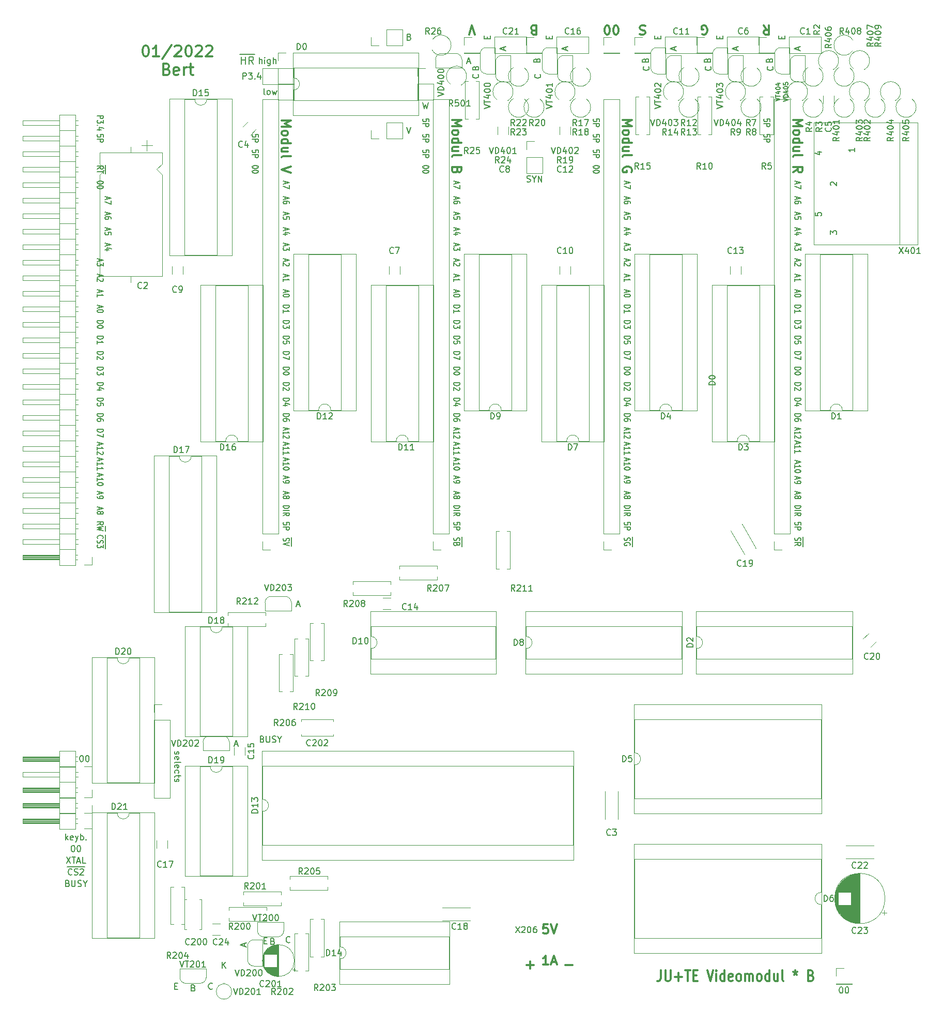
<source format=gbr>
%TF.GenerationSoftware,KiCad,Pcbnew,5.1.10*%
%TF.CreationDate,2022-02-01T20:50:29+01:00*%
%TF.ProjectId,Videoerweiterung,56696465-6f65-4727-9765-69746572756e,3*%
%TF.SameCoordinates,Original*%
%TF.FileFunction,Legend,Top*%
%TF.FilePolarity,Positive*%
%FSLAX46Y46*%
G04 Gerber Fmt 4.6, Leading zero omitted, Abs format (unit mm)*
G04 Created by KiCad (PCBNEW 5.1.10) date 2022-02-01 20:50:29*
%MOMM*%
%LPD*%
G01*
G04 APERTURE LIST*
%ADD10C,0.150000*%
%ADD11C,0.300000*%
%ADD12C,0.120000*%
G04 APERTURE END LIST*
D10*
X132627619Y-65830476D02*
X132627619Y-65449523D01*
X132151428Y-65411428D01*
X132199047Y-65449523D01*
X132246666Y-65525714D01*
X132246666Y-65716190D01*
X132199047Y-65792380D01*
X132151428Y-65830476D01*
X132056190Y-65868571D01*
X131818095Y-65868571D01*
X131722857Y-65830476D01*
X131675238Y-65792380D01*
X131627619Y-65716190D01*
X131627619Y-65525714D01*
X131675238Y-65449523D01*
X131722857Y-65411428D01*
X131627619Y-66211428D02*
X132627619Y-66211428D01*
X132627619Y-66516190D01*
X132580000Y-66592380D01*
X132532380Y-66630476D01*
X132437142Y-66668571D01*
X132294285Y-66668571D01*
X132199047Y-66630476D01*
X132151428Y-66592380D01*
X132103809Y-66516190D01*
X132103809Y-66211428D01*
X160567619Y-65830476D02*
X160567619Y-65449523D01*
X160091428Y-65411428D01*
X160139047Y-65449523D01*
X160186666Y-65525714D01*
X160186666Y-65716190D01*
X160139047Y-65792380D01*
X160091428Y-65830476D01*
X159996190Y-65868571D01*
X159758095Y-65868571D01*
X159662857Y-65830476D01*
X159615238Y-65792380D01*
X159567619Y-65716190D01*
X159567619Y-65525714D01*
X159615238Y-65449523D01*
X159662857Y-65411428D01*
X159567619Y-66211428D02*
X160567619Y-66211428D01*
X160567619Y-66516190D01*
X160520000Y-66592380D01*
X160472380Y-66630476D01*
X160377142Y-66668571D01*
X160234285Y-66668571D01*
X160139047Y-66630476D01*
X160091428Y-66592380D01*
X160043809Y-66516190D01*
X160043809Y-66211428D01*
X160567619Y-68370476D02*
X160567619Y-67989523D01*
X160091428Y-67951428D01*
X160139047Y-67989523D01*
X160186666Y-68065714D01*
X160186666Y-68256190D01*
X160139047Y-68332380D01*
X160091428Y-68370476D01*
X159996190Y-68408571D01*
X159758095Y-68408571D01*
X159662857Y-68370476D01*
X159615238Y-68332380D01*
X159567619Y-68256190D01*
X159567619Y-68065714D01*
X159615238Y-67989523D01*
X159662857Y-67951428D01*
X159567619Y-68751428D02*
X160567619Y-68751428D01*
X160567619Y-69056190D01*
X160520000Y-69132380D01*
X160472380Y-69170476D01*
X160377142Y-69208571D01*
X160234285Y-69208571D01*
X160139047Y-69170476D01*
X160091428Y-69132380D01*
X160043809Y-69056190D01*
X160043809Y-68751428D01*
X132627619Y-70910476D02*
X132627619Y-70529523D01*
X132151428Y-70491428D01*
X132199047Y-70529523D01*
X132246666Y-70605714D01*
X132246666Y-70796190D01*
X132199047Y-70872380D01*
X132151428Y-70910476D01*
X132056190Y-70948571D01*
X131818095Y-70948571D01*
X131722857Y-70910476D01*
X131675238Y-70872380D01*
X131627619Y-70796190D01*
X131627619Y-70605714D01*
X131675238Y-70529523D01*
X131722857Y-70491428D01*
X131627619Y-71291428D02*
X132627619Y-71291428D01*
X132627619Y-71596190D01*
X132580000Y-71672380D01*
X132532380Y-71710476D01*
X132437142Y-71748571D01*
X132294285Y-71748571D01*
X132199047Y-71710476D01*
X132151428Y-71672380D01*
X132103809Y-71596190D01*
X132103809Y-71291428D01*
X132627619Y-68370476D02*
X132627619Y-67989523D01*
X132151428Y-67951428D01*
X132199047Y-67989523D01*
X132246666Y-68065714D01*
X132246666Y-68256190D01*
X132199047Y-68332380D01*
X132151428Y-68370476D01*
X132056190Y-68408571D01*
X131818095Y-68408571D01*
X131722857Y-68370476D01*
X131675238Y-68332380D01*
X131627619Y-68256190D01*
X131627619Y-68065714D01*
X131675238Y-67989523D01*
X131722857Y-67951428D01*
X131627619Y-68751428D02*
X132627619Y-68751428D01*
X132627619Y-69056190D01*
X132580000Y-69132380D01*
X132532380Y-69170476D01*
X132437142Y-69208571D01*
X132294285Y-69208571D01*
X132199047Y-69170476D01*
X132151428Y-69132380D01*
X132103809Y-69056190D01*
X132103809Y-68751428D01*
X132627619Y-73240952D02*
X132627619Y-73317142D01*
X132580000Y-73393333D01*
X132532380Y-73431428D01*
X132437142Y-73469523D01*
X132246666Y-73507619D01*
X132008571Y-73507619D01*
X131818095Y-73469523D01*
X131722857Y-73431428D01*
X131675238Y-73393333D01*
X131627619Y-73317142D01*
X131627619Y-73240952D01*
X131675238Y-73164761D01*
X131722857Y-73126666D01*
X131818095Y-73088571D01*
X132008571Y-73050476D01*
X132246666Y-73050476D01*
X132437142Y-73088571D01*
X132532380Y-73126666D01*
X132580000Y-73164761D01*
X132627619Y-73240952D01*
X132627619Y-74002857D02*
X132627619Y-74079047D01*
X132580000Y-74155238D01*
X132532380Y-74193333D01*
X132437142Y-74231428D01*
X132246666Y-74269523D01*
X132008571Y-74269523D01*
X131818095Y-74231428D01*
X131722857Y-74193333D01*
X131675238Y-74155238D01*
X131627619Y-74079047D01*
X131627619Y-74002857D01*
X131675238Y-73926666D01*
X131722857Y-73888571D01*
X131818095Y-73850476D01*
X132008571Y-73812380D01*
X132246666Y-73812380D01*
X132437142Y-73850476D01*
X132532380Y-73888571D01*
X132580000Y-73926666D01*
X132627619Y-74002857D01*
X104687619Y-65830476D02*
X104687619Y-65449523D01*
X104211428Y-65411428D01*
X104259047Y-65449523D01*
X104306666Y-65525714D01*
X104306666Y-65716190D01*
X104259047Y-65792380D01*
X104211428Y-65830476D01*
X104116190Y-65868571D01*
X103878095Y-65868571D01*
X103782857Y-65830476D01*
X103735238Y-65792380D01*
X103687619Y-65716190D01*
X103687619Y-65525714D01*
X103735238Y-65449523D01*
X103782857Y-65411428D01*
X103687619Y-66211428D02*
X104687619Y-66211428D01*
X104687619Y-66516190D01*
X104640000Y-66592380D01*
X104592380Y-66630476D01*
X104497142Y-66668571D01*
X104354285Y-66668571D01*
X104259047Y-66630476D01*
X104211428Y-66592380D01*
X104163809Y-66516190D01*
X104163809Y-66211428D01*
X104687619Y-68370476D02*
X104687619Y-67989523D01*
X104211428Y-67951428D01*
X104259047Y-67989523D01*
X104306666Y-68065714D01*
X104306666Y-68256190D01*
X104259047Y-68332380D01*
X104211428Y-68370476D01*
X104116190Y-68408571D01*
X103878095Y-68408571D01*
X103782857Y-68370476D01*
X103735238Y-68332380D01*
X103687619Y-68256190D01*
X103687619Y-68065714D01*
X103735238Y-67989523D01*
X103782857Y-67951428D01*
X103687619Y-68751428D02*
X104687619Y-68751428D01*
X104687619Y-69056190D01*
X104640000Y-69132380D01*
X104592380Y-69170476D01*
X104497142Y-69208571D01*
X104354285Y-69208571D01*
X104259047Y-69170476D01*
X104211428Y-69132380D01*
X104163809Y-69056190D01*
X104163809Y-68751428D01*
X104687619Y-70910476D02*
X104687619Y-70529523D01*
X104211428Y-70491428D01*
X104259047Y-70529523D01*
X104306666Y-70605714D01*
X104306666Y-70796190D01*
X104259047Y-70872380D01*
X104211428Y-70910476D01*
X104116190Y-70948571D01*
X103878095Y-70948571D01*
X103782857Y-70910476D01*
X103735238Y-70872380D01*
X103687619Y-70796190D01*
X103687619Y-70605714D01*
X103735238Y-70529523D01*
X103782857Y-70491428D01*
X103687619Y-71291428D02*
X104687619Y-71291428D01*
X104687619Y-71596190D01*
X104640000Y-71672380D01*
X104592380Y-71710476D01*
X104497142Y-71748571D01*
X104354285Y-71748571D01*
X104259047Y-71710476D01*
X104211428Y-71672380D01*
X104163809Y-71596190D01*
X104163809Y-71291428D01*
X104687619Y-73240952D02*
X104687619Y-73317142D01*
X104640000Y-73393333D01*
X104592380Y-73431428D01*
X104497142Y-73469523D01*
X104306666Y-73507619D01*
X104068571Y-73507619D01*
X103878095Y-73469523D01*
X103782857Y-73431428D01*
X103735238Y-73393333D01*
X103687619Y-73317142D01*
X103687619Y-73240952D01*
X103735238Y-73164761D01*
X103782857Y-73126666D01*
X103878095Y-73088571D01*
X104068571Y-73050476D01*
X104306666Y-73050476D01*
X104497142Y-73088571D01*
X104592380Y-73126666D01*
X104640000Y-73164761D01*
X104687619Y-73240952D01*
X104687619Y-74002857D02*
X104687619Y-74079047D01*
X104640000Y-74155238D01*
X104592380Y-74193333D01*
X104497142Y-74231428D01*
X104306666Y-74269523D01*
X104068571Y-74269523D01*
X103878095Y-74231428D01*
X103782857Y-74193333D01*
X103735238Y-74155238D01*
X103687619Y-74079047D01*
X103687619Y-74002857D01*
X103735238Y-73926666D01*
X103782857Y-73888571D01*
X103878095Y-73850476D01*
X104068571Y-73812380D01*
X104306666Y-73812380D01*
X104497142Y-73850476D01*
X104592380Y-73888571D01*
X104640000Y-73926666D01*
X104687619Y-74002857D01*
X164933333Y-78168571D02*
X164933333Y-78549523D01*
X164647619Y-78092380D02*
X165647619Y-78359047D01*
X164647619Y-78625714D01*
X165647619Y-79235238D02*
X165647619Y-79082857D01*
X165600000Y-79006666D01*
X165552380Y-78968571D01*
X165409523Y-78892380D01*
X165219047Y-78854285D01*
X164838095Y-78854285D01*
X164742857Y-78892380D01*
X164695238Y-78930476D01*
X164647619Y-79006666D01*
X164647619Y-79159047D01*
X164695238Y-79235238D01*
X164742857Y-79273333D01*
X164838095Y-79311428D01*
X165076190Y-79311428D01*
X165171428Y-79273333D01*
X165219047Y-79235238D01*
X165266666Y-79159047D01*
X165266666Y-79006666D01*
X165219047Y-78930476D01*
X165171428Y-78892380D01*
X165076190Y-78854285D01*
X164933333Y-75628571D02*
X164933333Y-76009523D01*
X164647619Y-75552380D02*
X165647619Y-75819047D01*
X164647619Y-76085714D01*
X165647619Y-76276190D02*
X165647619Y-76809523D01*
X164647619Y-76466666D01*
X164933333Y-90868571D02*
X164933333Y-91249523D01*
X164647619Y-90792380D02*
X165647619Y-91059047D01*
X164647619Y-91325714D01*
X164647619Y-92011428D02*
X164647619Y-91554285D01*
X164647619Y-91782857D02*
X165647619Y-91782857D01*
X165504761Y-91706666D01*
X165409523Y-91630476D01*
X165361904Y-91554285D01*
X164933333Y-88328571D02*
X164933333Y-88709523D01*
X164647619Y-88252380D02*
X165647619Y-88519047D01*
X164647619Y-88785714D01*
X165552380Y-89014285D02*
X165600000Y-89052380D01*
X165647619Y-89128571D01*
X165647619Y-89319047D01*
X165600000Y-89395238D01*
X165552380Y-89433333D01*
X165457142Y-89471428D01*
X165361904Y-89471428D01*
X165219047Y-89433333D01*
X164647619Y-88976190D01*
X164647619Y-89471428D01*
X164933333Y-83248571D02*
X164933333Y-83629523D01*
X164647619Y-83172380D02*
X165647619Y-83439047D01*
X164647619Y-83705714D01*
X165314285Y-84315238D02*
X164647619Y-84315238D01*
X165695238Y-84124761D02*
X164980952Y-83934285D01*
X164980952Y-84429523D01*
X164933333Y-80708571D02*
X164933333Y-81089523D01*
X164647619Y-80632380D02*
X165647619Y-80899047D01*
X164647619Y-81165714D01*
X165647619Y-81813333D02*
X165647619Y-81432380D01*
X165171428Y-81394285D01*
X165219047Y-81432380D01*
X165266666Y-81508571D01*
X165266666Y-81699047D01*
X165219047Y-81775238D01*
X165171428Y-81813333D01*
X165076190Y-81851428D01*
X164838095Y-81851428D01*
X164742857Y-81813333D01*
X164695238Y-81775238D01*
X164647619Y-81699047D01*
X164647619Y-81508571D01*
X164695238Y-81432380D01*
X164742857Y-81394285D01*
X164933333Y-85788571D02*
X164933333Y-86169523D01*
X164647619Y-85712380D02*
X165647619Y-85979047D01*
X164647619Y-86245714D01*
X165647619Y-86436190D02*
X165647619Y-86931428D01*
X165266666Y-86664761D01*
X165266666Y-86779047D01*
X165219047Y-86855238D01*
X165171428Y-86893333D01*
X165076190Y-86931428D01*
X164838095Y-86931428D01*
X164742857Y-86893333D01*
X164695238Y-86855238D01*
X164647619Y-86779047D01*
X164647619Y-86550476D01*
X164695238Y-86474285D01*
X164742857Y-86436190D01*
X136993333Y-75628571D02*
X136993333Y-76009523D01*
X136707619Y-75552380D02*
X137707619Y-75819047D01*
X136707619Y-76085714D01*
X137707619Y-76276190D02*
X137707619Y-76809523D01*
X136707619Y-76466666D01*
X136993333Y-78168571D02*
X136993333Y-78549523D01*
X136707619Y-78092380D02*
X137707619Y-78359047D01*
X136707619Y-78625714D01*
X137707619Y-79235238D02*
X137707619Y-79082857D01*
X137660000Y-79006666D01*
X137612380Y-78968571D01*
X137469523Y-78892380D01*
X137279047Y-78854285D01*
X136898095Y-78854285D01*
X136802857Y-78892380D01*
X136755238Y-78930476D01*
X136707619Y-79006666D01*
X136707619Y-79159047D01*
X136755238Y-79235238D01*
X136802857Y-79273333D01*
X136898095Y-79311428D01*
X137136190Y-79311428D01*
X137231428Y-79273333D01*
X137279047Y-79235238D01*
X137326666Y-79159047D01*
X137326666Y-79006666D01*
X137279047Y-78930476D01*
X137231428Y-78892380D01*
X137136190Y-78854285D01*
X136993333Y-85788571D02*
X136993333Y-86169523D01*
X136707619Y-85712380D02*
X137707619Y-85979047D01*
X136707619Y-86245714D01*
X137707619Y-86436190D02*
X137707619Y-86931428D01*
X137326666Y-86664761D01*
X137326666Y-86779047D01*
X137279047Y-86855238D01*
X137231428Y-86893333D01*
X137136190Y-86931428D01*
X136898095Y-86931428D01*
X136802857Y-86893333D01*
X136755238Y-86855238D01*
X136707619Y-86779047D01*
X136707619Y-86550476D01*
X136755238Y-86474285D01*
X136802857Y-86436190D01*
X136993333Y-80708571D02*
X136993333Y-81089523D01*
X136707619Y-80632380D02*
X137707619Y-80899047D01*
X136707619Y-81165714D01*
X137707619Y-81813333D02*
X137707619Y-81432380D01*
X137231428Y-81394285D01*
X137279047Y-81432380D01*
X137326666Y-81508571D01*
X137326666Y-81699047D01*
X137279047Y-81775238D01*
X137231428Y-81813333D01*
X137136190Y-81851428D01*
X136898095Y-81851428D01*
X136802857Y-81813333D01*
X136755238Y-81775238D01*
X136707619Y-81699047D01*
X136707619Y-81508571D01*
X136755238Y-81432380D01*
X136802857Y-81394285D01*
X136993333Y-83248571D02*
X136993333Y-83629523D01*
X136707619Y-83172380D02*
X137707619Y-83439047D01*
X136707619Y-83705714D01*
X137374285Y-84315238D02*
X136707619Y-84315238D01*
X137755238Y-84124761D02*
X137040952Y-83934285D01*
X137040952Y-84429523D01*
X136993333Y-88328571D02*
X136993333Y-88709523D01*
X136707619Y-88252380D02*
X137707619Y-88519047D01*
X136707619Y-88785714D01*
X137612380Y-89014285D02*
X137660000Y-89052380D01*
X137707619Y-89128571D01*
X137707619Y-89319047D01*
X137660000Y-89395238D01*
X137612380Y-89433333D01*
X137517142Y-89471428D01*
X137421904Y-89471428D01*
X137279047Y-89433333D01*
X136707619Y-88976190D01*
X136707619Y-89471428D01*
X136993333Y-90868571D02*
X136993333Y-91249523D01*
X136707619Y-90792380D02*
X137707619Y-91059047D01*
X136707619Y-91325714D01*
X136707619Y-92011428D02*
X136707619Y-91554285D01*
X136707619Y-91782857D02*
X137707619Y-91782857D01*
X137564761Y-91706666D01*
X137469523Y-91630476D01*
X137421904Y-91554285D01*
X109053333Y-75628571D02*
X109053333Y-76009523D01*
X108767619Y-75552380D02*
X109767619Y-75819047D01*
X108767619Y-76085714D01*
X109767619Y-76276190D02*
X109767619Y-76809523D01*
X108767619Y-76466666D01*
X109053333Y-85788571D02*
X109053333Y-86169523D01*
X108767619Y-85712380D02*
X109767619Y-85979047D01*
X108767619Y-86245714D01*
X109767619Y-86436190D02*
X109767619Y-86931428D01*
X109386666Y-86664761D01*
X109386666Y-86779047D01*
X109339047Y-86855238D01*
X109291428Y-86893333D01*
X109196190Y-86931428D01*
X108958095Y-86931428D01*
X108862857Y-86893333D01*
X108815238Y-86855238D01*
X108767619Y-86779047D01*
X108767619Y-86550476D01*
X108815238Y-86474285D01*
X108862857Y-86436190D01*
X109053333Y-83248571D02*
X109053333Y-83629523D01*
X108767619Y-83172380D02*
X109767619Y-83439047D01*
X108767619Y-83705714D01*
X109434285Y-84315238D02*
X108767619Y-84315238D01*
X109815238Y-84124761D02*
X109100952Y-83934285D01*
X109100952Y-84429523D01*
X109053333Y-78168571D02*
X109053333Y-78549523D01*
X108767619Y-78092380D02*
X109767619Y-78359047D01*
X108767619Y-78625714D01*
X109767619Y-79235238D02*
X109767619Y-79082857D01*
X109720000Y-79006666D01*
X109672380Y-78968571D01*
X109529523Y-78892380D01*
X109339047Y-78854285D01*
X108958095Y-78854285D01*
X108862857Y-78892380D01*
X108815238Y-78930476D01*
X108767619Y-79006666D01*
X108767619Y-79159047D01*
X108815238Y-79235238D01*
X108862857Y-79273333D01*
X108958095Y-79311428D01*
X109196190Y-79311428D01*
X109291428Y-79273333D01*
X109339047Y-79235238D01*
X109386666Y-79159047D01*
X109386666Y-79006666D01*
X109339047Y-78930476D01*
X109291428Y-78892380D01*
X109196190Y-78854285D01*
X109053333Y-80708571D02*
X109053333Y-81089523D01*
X108767619Y-80632380D02*
X109767619Y-80899047D01*
X108767619Y-81165714D01*
X109767619Y-81813333D02*
X109767619Y-81432380D01*
X109291428Y-81394285D01*
X109339047Y-81432380D01*
X109386666Y-81508571D01*
X109386666Y-81699047D01*
X109339047Y-81775238D01*
X109291428Y-81813333D01*
X109196190Y-81851428D01*
X108958095Y-81851428D01*
X108862857Y-81813333D01*
X108815238Y-81775238D01*
X108767619Y-81699047D01*
X108767619Y-81508571D01*
X108815238Y-81432380D01*
X108862857Y-81394285D01*
X109053333Y-90868571D02*
X109053333Y-91249523D01*
X108767619Y-90792380D02*
X109767619Y-91059047D01*
X108767619Y-91325714D01*
X108767619Y-92011428D02*
X108767619Y-91554285D01*
X108767619Y-91782857D02*
X109767619Y-91782857D01*
X109624761Y-91706666D01*
X109529523Y-91630476D01*
X109481904Y-91554285D01*
X109053333Y-88328571D02*
X109053333Y-88709523D01*
X108767619Y-88252380D02*
X109767619Y-88519047D01*
X108767619Y-88785714D01*
X109672380Y-89014285D02*
X109720000Y-89052380D01*
X109767619Y-89128571D01*
X109767619Y-89319047D01*
X109720000Y-89395238D01*
X109672380Y-89433333D01*
X109577142Y-89471428D01*
X109481904Y-89471428D01*
X109339047Y-89433333D01*
X108767619Y-88976190D01*
X108767619Y-89471428D01*
X164647619Y-101009523D02*
X165647619Y-101009523D01*
X165647619Y-101200000D01*
X165600000Y-101314285D01*
X165504761Y-101390476D01*
X165409523Y-101428571D01*
X165219047Y-101466666D01*
X165076190Y-101466666D01*
X164885714Y-101428571D01*
X164790476Y-101390476D01*
X164695238Y-101314285D01*
X164647619Y-101200000D01*
X164647619Y-101009523D01*
X165647619Y-102190476D02*
X165647619Y-101809523D01*
X165171428Y-101771428D01*
X165219047Y-101809523D01*
X165266666Y-101885714D01*
X165266666Y-102076190D01*
X165219047Y-102152380D01*
X165171428Y-102190476D01*
X165076190Y-102228571D01*
X164838095Y-102228571D01*
X164742857Y-102190476D01*
X164695238Y-102152380D01*
X164647619Y-102076190D01*
X164647619Y-101885714D01*
X164695238Y-101809523D01*
X164742857Y-101771428D01*
X164647619Y-103549523D02*
X165647619Y-103549523D01*
X165647619Y-103740000D01*
X165600000Y-103854285D01*
X165504761Y-103930476D01*
X165409523Y-103968571D01*
X165219047Y-104006666D01*
X165076190Y-104006666D01*
X164885714Y-103968571D01*
X164790476Y-103930476D01*
X164695238Y-103854285D01*
X164647619Y-103740000D01*
X164647619Y-103549523D01*
X165647619Y-104273333D02*
X165647619Y-104806666D01*
X164647619Y-104463809D01*
X164647619Y-98469523D02*
X165647619Y-98469523D01*
X165647619Y-98660000D01*
X165600000Y-98774285D01*
X165504761Y-98850476D01*
X165409523Y-98888571D01*
X165219047Y-98926666D01*
X165076190Y-98926666D01*
X164885714Y-98888571D01*
X164790476Y-98850476D01*
X164695238Y-98774285D01*
X164647619Y-98660000D01*
X164647619Y-98469523D01*
X165647619Y-99193333D02*
X165647619Y-99688571D01*
X165266666Y-99421904D01*
X165266666Y-99536190D01*
X165219047Y-99612380D01*
X165171428Y-99650476D01*
X165076190Y-99688571D01*
X164838095Y-99688571D01*
X164742857Y-99650476D01*
X164695238Y-99612380D01*
X164647619Y-99536190D01*
X164647619Y-99307619D01*
X164695238Y-99231428D01*
X164742857Y-99193333D01*
X164933333Y-93408571D02*
X164933333Y-93789523D01*
X164647619Y-93332380D02*
X165647619Y-93599047D01*
X164647619Y-93865714D01*
X165647619Y-94284761D02*
X165647619Y-94360952D01*
X165600000Y-94437142D01*
X165552380Y-94475238D01*
X165457142Y-94513333D01*
X165266666Y-94551428D01*
X165028571Y-94551428D01*
X164838095Y-94513333D01*
X164742857Y-94475238D01*
X164695238Y-94437142D01*
X164647619Y-94360952D01*
X164647619Y-94284761D01*
X164695238Y-94208571D01*
X164742857Y-94170476D01*
X164838095Y-94132380D01*
X165028571Y-94094285D01*
X165266666Y-94094285D01*
X165457142Y-94132380D01*
X165552380Y-94170476D01*
X165600000Y-94208571D01*
X165647619Y-94284761D01*
X164647619Y-108629523D02*
X165647619Y-108629523D01*
X165647619Y-108820000D01*
X165600000Y-108934285D01*
X165504761Y-109010476D01*
X165409523Y-109048571D01*
X165219047Y-109086666D01*
X165076190Y-109086666D01*
X164885714Y-109048571D01*
X164790476Y-109010476D01*
X164695238Y-108934285D01*
X164647619Y-108820000D01*
X164647619Y-108629523D01*
X165552380Y-109391428D02*
X165600000Y-109429523D01*
X165647619Y-109505714D01*
X165647619Y-109696190D01*
X165600000Y-109772380D01*
X165552380Y-109810476D01*
X165457142Y-109848571D01*
X165361904Y-109848571D01*
X165219047Y-109810476D01*
X164647619Y-109353333D01*
X164647619Y-109848571D01*
X164647619Y-95929523D02*
X165647619Y-95929523D01*
X165647619Y-96120000D01*
X165600000Y-96234285D01*
X165504761Y-96310476D01*
X165409523Y-96348571D01*
X165219047Y-96386666D01*
X165076190Y-96386666D01*
X164885714Y-96348571D01*
X164790476Y-96310476D01*
X164695238Y-96234285D01*
X164647619Y-96120000D01*
X164647619Y-95929523D01*
X164647619Y-97148571D02*
X164647619Y-96691428D01*
X164647619Y-96920000D02*
X165647619Y-96920000D01*
X165504761Y-96843809D01*
X165409523Y-96767619D01*
X165361904Y-96691428D01*
X164647619Y-106089523D02*
X165647619Y-106089523D01*
X165647619Y-106280000D01*
X165600000Y-106394285D01*
X165504761Y-106470476D01*
X165409523Y-106508571D01*
X165219047Y-106546666D01*
X165076190Y-106546666D01*
X164885714Y-106508571D01*
X164790476Y-106470476D01*
X164695238Y-106394285D01*
X164647619Y-106280000D01*
X164647619Y-106089523D01*
X165647619Y-107041904D02*
X165647619Y-107118095D01*
X165600000Y-107194285D01*
X165552380Y-107232380D01*
X165457142Y-107270476D01*
X165266666Y-107308571D01*
X165028571Y-107308571D01*
X164838095Y-107270476D01*
X164742857Y-107232380D01*
X164695238Y-107194285D01*
X164647619Y-107118095D01*
X164647619Y-107041904D01*
X164695238Y-106965714D01*
X164742857Y-106927619D01*
X164838095Y-106889523D01*
X165028571Y-106851428D01*
X165266666Y-106851428D01*
X165457142Y-106889523D01*
X165552380Y-106927619D01*
X165600000Y-106965714D01*
X165647619Y-107041904D01*
X164647619Y-111169523D02*
X165647619Y-111169523D01*
X165647619Y-111360000D01*
X165600000Y-111474285D01*
X165504761Y-111550476D01*
X165409523Y-111588571D01*
X165219047Y-111626666D01*
X165076190Y-111626666D01*
X164885714Y-111588571D01*
X164790476Y-111550476D01*
X164695238Y-111474285D01*
X164647619Y-111360000D01*
X164647619Y-111169523D01*
X165314285Y-112312380D02*
X164647619Y-112312380D01*
X165695238Y-112121904D02*
X164980952Y-111931428D01*
X164980952Y-112426666D01*
X136707619Y-108629523D02*
X137707619Y-108629523D01*
X137707619Y-108820000D01*
X137660000Y-108934285D01*
X137564761Y-109010476D01*
X137469523Y-109048571D01*
X137279047Y-109086666D01*
X137136190Y-109086666D01*
X136945714Y-109048571D01*
X136850476Y-109010476D01*
X136755238Y-108934285D01*
X136707619Y-108820000D01*
X136707619Y-108629523D01*
X137612380Y-109391428D02*
X137660000Y-109429523D01*
X137707619Y-109505714D01*
X137707619Y-109696190D01*
X137660000Y-109772380D01*
X137612380Y-109810476D01*
X137517142Y-109848571D01*
X137421904Y-109848571D01*
X137279047Y-109810476D01*
X136707619Y-109353333D01*
X136707619Y-109848571D01*
X136707619Y-106089523D02*
X137707619Y-106089523D01*
X137707619Y-106280000D01*
X137660000Y-106394285D01*
X137564761Y-106470476D01*
X137469523Y-106508571D01*
X137279047Y-106546666D01*
X137136190Y-106546666D01*
X136945714Y-106508571D01*
X136850476Y-106470476D01*
X136755238Y-106394285D01*
X136707619Y-106280000D01*
X136707619Y-106089523D01*
X137707619Y-107041904D02*
X137707619Y-107118095D01*
X137660000Y-107194285D01*
X137612380Y-107232380D01*
X137517142Y-107270476D01*
X137326666Y-107308571D01*
X137088571Y-107308571D01*
X136898095Y-107270476D01*
X136802857Y-107232380D01*
X136755238Y-107194285D01*
X136707619Y-107118095D01*
X136707619Y-107041904D01*
X136755238Y-106965714D01*
X136802857Y-106927619D01*
X136898095Y-106889523D01*
X137088571Y-106851428D01*
X137326666Y-106851428D01*
X137517142Y-106889523D01*
X137612380Y-106927619D01*
X137660000Y-106965714D01*
X137707619Y-107041904D01*
X136993333Y-93408571D02*
X136993333Y-93789523D01*
X136707619Y-93332380D02*
X137707619Y-93599047D01*
X136707619Y-93865714D01*
X137707619Y-94284761D02*
X137707619Y-94360952D01*
X137660000Y-94437142D01*
X137612380Y-94475238D01*
X137517142Y-94513333D01*
X137326666Y-94551428D01*
X137088571Y-94551428D01*
X136898095Y-94513333D01*
X136802857Y-94475238D01*
X136755238Y-94437142D01*
X136707619Y-94360952D01*
X136707619Y-94284761D01*
X136755238Y-94208571D01*
X136802857Y-94170476D01*
X136898095Y-94132380D01*
X137088571Y-94094285D01*
X137326666Y-94094285D01*
X137517142Y-94132380D01*
X137612380Y-94170476D01*
X137660000Y-94208571D01*
X137707619Y-94284761D01*
X136707619Y-103549523D02*
X137707619Y-103549523D01*
X137707619Y-103740000D01*
X137660000Y-103854285D01*
X137564761Y-103930476D01*
X137469523Y-103968571D01*
X137279047Y-104006666D01*
X137136190Y-104006666D01*
X136945714Y-103968571D01*
X136850476Y-103930476D01*
X136755238Y-103854285D01*
X136707619Y-103740000D01*
X136707619Y-103549523D01*
X137707619Y-104273333D02*
X137707619Y-104806666D01*
X136707619Y-104463809D01*
X136707619Y-98469523D02*
X137707619Y-98469523D01*
X137707619Y-98660000D01*
X137660000Y-98774285D01*
X137564761Y-98850476D01*
X137469523Y-98888571D01*
X137279047Y-98926666D01*
X137136190Y-98926666D01*
X136945714Y-98888571D01*
X136850476Y-98850476D01*
X136755238Y-98774285D01*
X136707619Y-98660000D01*
X136707619Y-98469523D01*
X137707619Y-99193333D02*
X137707619Y-99688571D01*
X137326666Y-99421904D01*
X137326666Y-99536190D01*
X137279047Y-99612380D01*
X137231428Y-99650476D01*
X137136190Y-99688571D01*
X136898095Y-99688571D01*
X136802857Y-99650476D01*
X136755238Y-99612380D01*
X136707619Y-99536190D01*
X136707619Y-99307619D01*
X136755238Y-99231428D01*
X136802857Y-99193333D01*
X136707619Y-101009523D02*
X137707619Y-101009523D01*
X137707619Y-101200000D01*
X137660000Y-101314285D01*
X137564761Y-101390476D01*
X137469523Y-101428571D01*
X137279047Y-101466666D01*
X137136190Y-101466666D01*
X136945714Y-101428571D01*
X136850476Y-101390476D01*
X136755238Y-101314285D01*
X136707619Y-101200000D01*
X136707619Y-101009523D01*
X137707619Y-102190476D02*
X137707619Y-101809523D01*
X137231428Y-101771428D01*
X137279047Y-101809523D01*
X137326666Y-101885714D01*
X137326666Y-102076190D01*
X137279047Y-102152380D01*
X137231428Y-102190476D01*
X137136190Y-102228571D01*
X136898095Y-102228571D01*
X136802857Y-102190476D01*
X136755238Y-102152380D01*
X136707619Y-102076190D01*
X136707619Y-101885714D01*
X136755238Y-101809523D01*
X136802857Y-101771428D01*
X136707619Y-95929523D02*
X137707619Y-95929523D01*
X137707619Y-96120000D01*
X137660000Y-96234285D01*
X137564761Y-96310476D01*
X137469523Y-96348571D01*
X137279047Y-96386666D01*
X137136190Y-96386666D01*
X136945714Y-96348571D01*
X136850476Y-96310476D01*
X136755238Y-96234285D01*
X136707619Y-96120000D01*
X136707619Y-95929523D01*
X136707619Y-97148571D02*
X136707619Y-96691428D01*
X136707619Y-96920000D02*
X137707619Y-96920000D01*
X137564761Y-96843809D01*
X137469523Y-96767619D01*
X137421904Y-96691428D01*
X136707619Y-111169523D02*
X137707619Y-111169523D01*
X137707619Y-111360000D01*
X137660000Y-111474285D01*
X137564761Y-111550476D01*
X137469523Y-111588571D01*
X137279047Y-111626666D01*
X137136190Y-111626666D01*
X136945714Y-111588571D01*
X136850476Y-111550476D01*
X136755238Y-111474285D01*
X136707619Y-111360000D01*
X136707619Y-111169523D01*
X137374285Y-112312380D02*
X136707619Y-112312380D01*
X137755238Y-112121904D02*
X137040952Y-111931428D01*
X137040952Y-112426666D01*
X108767619Y-108629523D02*
X109767619Y-108629523D01*
X109767619Y-108820000D01*
X109720000Y-108934285D01*
X109624761Y-109010476D01*
X109529523Y-109048571D01*
X109339047Y-109086666D01*
X109196190Y-109086666D01*
X109005714Y-109048571D01*
X108910476Y-109010476D01*
X108815238Y-108934285D01*
X108767619Y-108820000D01*
X108767619Y-108629523D01*
X109672380Y-109391428D02*
X109720000Y-109429523D01*
X109767619Y-109505714D01*
X109767619Y-109696190D01*
X109720000Y-109772380D01*
X109672380Y-109810476D01*
X109577142Y-109848571D01*
X109481904Y-109848571D01*
X109339047Y-109810476D01*
X108767619Y-109353333D01*
X108767619Y-109848571D01*
X108767619Y-95929523D02*
X109767619Y-95929523D01*
X109767619Y-96120000D01*
X109720000Y-96234285D01*
X109624761Y-96310476D01*
X109529523Y-96348571D01*
X109339047Y-96386666D01*
X109196190Y-96386666D01*
X109005714Y-96348571D01*
X108910476Y-96310476D01*
X108815238Y-96234285D01*
X108767619Y-96120000D01*
X108767619Y-95929523D01*
X108767619Y-97148571D02*
X108767619Y-96691428D01*
X108767619Y-96920000D02*
X109767619Y-96920000D01*
X109624761Y-96843809D01*
X109529523Y-96767619D01*
X109481904Y-96691428D01*
X108767619Y-111169523D02*
X109767619Y-111169523D01*
X109767619Y-111360000D01*
X109720000Y-111474285D01*
X109624761Y-111550476D01*
X109529523Y-111588571D01*
X109339047Y-111626666D01*
X109196190Y-111626666D01*
X109005714Y-111588571D01*
X108910476Y-111550476D01*
X108815238Y-111474285D01*
X108767619Y-111360000D01*
X108767619Y-111169523D01*
X109434285Y-112312380D02*
X108767619Y-112312380D01*
X109815238Y-112121904D02*
X109100952Y-111931428D01*
X109100952Y-112426666D01*
X108767619Y-101009523D02*
X109767619Y-101009523D01*
X109767619Y-101200000D01*
X109720000Y-101314285D01*
X109624761Y-101390476D01*
X109529523Y-101428571D01*
X109339047Y-101466666D01*
X109196190Y-101466666D01*
X109005714Y-101428571D01*
X108910476Y-101390476D01*
X108815238Y-101314285D01*
X108767619Y-101200000D01*
X108767619Y-101009523D01*
X109767619Y-102190476D02*
X109767619Y-101809523D01*
X109291428Y-101771428D01*
X109339047Y-101809523D01*
X109386666Y-101885714D01*
X109386666Y-102076190D01*
X109339047Y-102152380D01*
X109291428Y-102190476D01*
X109196190Y-102228571D01*
X108958095Y-102228571D01*
X108862857Y-102190476D01*
X108815238Y-102152380D01*
X108767619Y-102076190D01*
X108767619Y-101885714D01*
X108815238Y-101809523D01*
X108862857Y-101771428D01*
X108767619Y-98469523D02*
X109767619Y-98469523D01*
X109767619Y-98660000D01*
X109720000Y-98774285D01*
X109624761Y-98850476D01*
X109529523Y-98888571D01*
X109339047Y-98926666D01*
X109196190Y-98926666D01*
X109005714Y-98888571D01*
X108910476Y-98850476D01*
X108815238Y-98774285D01*
X108767619Y-98660000D01*
X108767619Y-98469523D01*
X109767619Y-99193333D02*
X109767619Y-99688571D01*
X109386666Y-99421904D01*
X109386666Y-99536190D01*
X109339047Y-99612380D01*
X109291428Y-99650476D01*
X109196190Y-99688571D01*
X108958095Y-99688571D01*
X108862857Y-99650476D01*
X108815238Y-99612380D01*
X108767619Y-99536190D01*
X108767619Y-99307619D01*
X108815238Y-99231428D01*
X108862857Y-99193333D01*
X109053333Y-93408571D02*
X109053333Y-93789523D01*
X108767619Y-93332380D02*
X109767619Y-93599047D01*
X108767619Y-93865714D01*
X109767619Y-94284761D02*
X109767619Y-94360952D01*
X109720000Y-94437142D01*
X109672380Y-94475238D01*
X109577142Y-94513333D01*
X109386666Y-94551428D01*
X109148571Y-94551428D01*
X108958095Y-94513333D01*
X108862857Y-94475238D01*
X108815238Y-94437142D01*
X108767619Y-94360952D01*
X108767619Y-94284761D01*
X108815238Y-94208571D01*
X108862857Y-94170476D01*
X108958095Y-94132380D01*
X109148571Y-94094285D01*
X109386666Y-94094285D01*
X109577142Y-94132380D01*
X109672380Y-94170476D01*
X109720000Y-94208571D01*
X109767619Y-94284761D01*
X108767619Y-103549523D02*
X109767619Y-103549523D01*
X109767619Y-103740000D01*
X109720000Y-103854285D01*
X109624761Y-103930476D01*
X109529523Y-103968571D01*
X109339047Y-104006666D01*
X109196190Y-104006666D01*
X109005714Y-103968571D01*
X108910476Y-103930476D01*
X108815238Y-103854285D01*
X108767619Y-103740000D01*
X108767619Y-103549523D01*
X109767619Y-104273333D02*
X109767619Y-104806666D01*
X108767619Y-104463809D01*
X108767619Y-106089523D02*
X109767619Y-106089523D01*
X109767619Y-106280000D01*
X109720000Y-106394285D01*
X109624761Y-106470476D01*
X109529523Y-106508571D01*
X109339047Y-106546666D01*
X109196190Y-106546666D01*
X109005714Y-106508571D01*
X108910476Y-106470476D01*
X108815238Y-106394285D01*
X108767619Y-106280000D01*
X108767619Y-106089523D01*
X109767619Y-107041904D02*
X109767619Y-107118095D01*
X109720000Y-107194285D01*
X109672380Y-107232380D01*
X109577142Y-107270476D01*
X109386666Y-107308571D01*
X109148571Y-107308571D01*
X108958095Y-107270476D01*
X108862857Y-107232380D01*
X108815238Y-107194285D01*
X108767619Y-107118095D01*
X108767619Y-107041904D01*
X108815238Y-106965714D01*
X108862857Y-106927619D01*
X108958095Y-106889523D01*
X109148571Y-106851428D01*
X109386666Y-106851428D01*
X109577142Y-106889523D01*
X109672380Y-106927619D01*
X109720000Y-106965714D01*
X109767619Y-107041904D01*
X164933333Y-126428571D02*
X164933333Y-126809523D01*
X164647619Y-126352380D02*
X165647619Y-126619047D01*
X164647619Y-126885714D01*
X165219047Y-127266666D02*
X165266666Y-127190476D01*
X165314285Y-127152380D01*
X165409523Y-127114285D01*
X165457142Y-127114285D01*
X165552380Y-127152380D01*
X165600000Y-127190476D01*
X165647619Y-127266666D01*
X165647619Y-127419047D01*
X165600000Y-127495238D01*
X165552380Y-127533333D01*
X165457142Y-127571428D01*
X165409523Y-127571428D01*
X165314285Y-127533333D01*
X165266666Y-127495238D01*
X165219047Y-127419047D01*
X165219047Y-127266666D01*
X165171428Y-127190476D01*
X165123809Y-127152380D01*
X165028571Y-127114285D01*
X164838095Y-127114285D01*
X164742857Y-127152380D01*
X164695238Y-127190476D01*
X164647619Y-127266666D01*
X164647619Y-127419047D01*
X164695238Y-127495238D01*
X164742857Y-127533333D01*
X164838095Y-127571428D01*
X165028571Y-127571428D01*
X165123809Y-127533333D01*
X165171428Y-127495238D01*
X165219047Y-127419047D01*
X165647619Y-131870476D02*
X165647619Y-131489523D01*
X165171428Y-131451428D01*
X165219047Y-131489523D01*
X165266666Y-131565714D01*
X165266666Y-131756190D01*
X165219047Y-131832380D01*
X165171428Y-131870476D01*
X165076190Y-131908571D01*
X164838095Y-131908571D01*
X164742857Y-131870476D01*
X164695238Y-131832380D01*
X164647619Y-131756190D01*
X164647619Y-131565714D01*
X164695238Y-131489523D01*
X164742857Y-131451428D01*
X164647619Y-132251428D02*
X165647619Y-132251428D01*
X165647619Y-132556190D01*
X165600000Y-132632380D01*
X165552380Y-132670476D01*
X165457142Y-132708571D01*
X165314285Y-132708571D01*
X165219047Y-132670476D01*
X165171428Y-132632380D01*
X165123809Y-132556190D01*
X165123809Y-132251428D01*
X164647619Y-128740000D02*
X165647619Y-128740000D01*
X165647619Y-128930476D01*
X165600000Y-129044761D01*
X165504761Y-129120952D01*
X165409523Y-129159047D01*
X165219047Y-129197142D01*
X165076190Y-129197142D01*
X164885714Y-129159047D01*
X164790476Y-129120952D01*
X164695238Y-129044761D01*
X164647619Y-128930476D01*
X164647619Y-128740000D01*
X164647619Y-129540000D02*
X165647619Y-129540000D01*
X164647619Y-130378095D02*
X165123809Y-130111428D01*
X164647619Y-129920952D02*
X165647619Y-129920952D01*
X165647619Y-130225714D01*
X165600000Y-130301904D01*
X165552380Y-130340000D01*
X165457142Y-130378095D01*
X165314285Y-130378095D01*
X165219047Y-130340000D01*
X165171428Y-130301904D01*
X165123809Y-130225714D01*
X165123809Y-129920952D01*
X164933333Y-123988571D02*
X164933333Y-124369523D01*
X164647619Y-123912380D02*
X165647619Y-124179047D01*
X164647619Y-124445714D01*
X164647619Y-124750476D02*
X164647619Y-124902857D01*
X164695238Y-124979047D01*
X164742857Y-125017142D01*
X164885714Y-125093333D01*
X165076190Y-125131428D01*
X165457142Y-125131428D01*
X165552380Y-125093333D01*
X165600000Y-125055238D01*
X165647619Y-124979047D01*
X165647619Y-124826666D01*
X165600000Y-124750476D01*
X165552380Y-124712380D01*
X165457142Y-124674285D01*
X165219047Y-124674285D01*
X165123809Y-124712380D01*
X165076190Y-124750476D01*
X165028571Y-124826666D01*
X165028571Y-124979047D01*
X165076190Y-125055238D01*
X165123809Y-125093333D01*
X165219047Y-125131428D01*
X164647619Y-113709523D02*
X165647619Y-113709523D01*
X165647619Y-113900000D01*
X165600000Y-114014285D01*
X165504761Y-114090476D01*
X165409523Y-114128571D01*
X165219047Y-114166666D01*
X165076190Y-114166666D01*
X164885714Y-114128571D01*
X164790476Y-114090476D01*
X164695238Y-114014285D01*
X164647619Y-113900000D01*
X164647619Y-113709523D01*
X165647619Y-114852380D02*
X165647619Y-114700000D01*
X165600000Y-114623809D01*
X165552380Y-114585714D01*
X165409523Y-114509523D01*
X165219047Y-114471428D01*
X164838095Y-114471428D01*
X164742857Y-114509523D01*
X164695238Y-114547619D01*
X164647619Y-114623809D01*
X164647619Y-114776190D01*
X164695238Y-114852380D01*
X164742857Y-114890476D01*
X164838095Y-114928571D01*
X165076190Y-114928571D01*
X165171428Y-114890476D01*
X165219047Y-114852380D01*
X165266666Y-114776190D01*
X165266666Y-114623809D01*
X165219047Y-114547619D01*
X165171428Y-114509523D01*
X165076190Y-114471428D01*
X164933333Y-121402619D02*
X164933333Y-121783571D01*
X164647619Y-121326428D02*
X165647619Y-121593095D01*
X164647619Y-121859761D01*
X164647619Y-122545476D02*
X164647619Y-122088333D01*
X164647619Y-122316904D02*
X165647619Y-122316904D01*
X165504761Y-122240714D01*
X165409523Y-122164523D01*
X165361904Y-122088333D01*
X165647619Y-123040714D02*
X165647619Y-123116904D01*
X165600000Y-123193095D01*
X165552380Y-123231190D01*
X165457142Y-123269285D01*
X165266666Y-123307380D01*
X165028571Y-123307380D01*
X164838095Y-123269285D01*
X164742857Y-123231190D01*
X164695238Y-123193095D01*
X164647619Y-123116904D01*
X164647619Y-123040714D01*
X164695238Y-122964523D01*
X164742857Y-122926428D01*
X164838095Y-122888333D01*
X165028571Y-122850238D01*
X165266666Y-122850238D01*
X165457142Y-122888333D01*
X165552380Y-122926428D01*
X165600000Y-122964523D01*
X165647619Y-123040714D01*
X164933333Y-116006666D02*
X164933333Y-116340000D01*
X164647619Y-115940000D02*
X165647619Y-116173333D01*
X164647619Y-116406666D01*
X164647619Y-117006666D02*
X164647619Y-116606666D01*
X164647619Y-116806666D02*
X165647619Y-116806666D01*
X165504761Y-116740000D01*
X165409523Y-116673333D01*
X165361904Y-116606666D01*
X165552380Y-117273333D02*
X165600000Y-117306666D01*
X165647619Y-117373333D01*
X165647619Y-117540000D01*
X165600000Y-117606666D01*
X165552380Y-117640000D01*
X165457142Y-117673333D01*
X165361904Y-117673333D01*
X165219047Y-117640000D01*
X164647619Y-117240000D01*
X164647619Y-117673333D01*
X164933333Y-118192619D02*
X164933333Y-118573571D01*
X164647619Y-118116428D02*
X165647619Y-118383095D01*
X164647619Y-118649761D01*
X164647619Y-119335476D02*
X164647619Y-118878333D01*
X164647619Y-119106904D02*
X165647619Y-119106904D01*
X165504761Y-119030714D01*
X165409523Y-118954523D01*
X165361904Y-118878333D01*
X164647619Y-120097380D02*
X164647619Y-119640238D01*
X164647619Y-119868809D02*
X165647619Y-119868809D01*
X165504761Y-119792619D01*
X165409523Y-119716428D01*
X165361904Y-119640238D01*
X166015000Y-133839047D02*
X166015000Y-134600952D01*
X164695238Y-133991428D02*
X164647619Y-134105714D01*
X164647619Y-134296190D01*
X164695238Y-134372380D01*
X164742857Y-134410476D01*
X164838095Y-134448571D01*
X164933333Y-134448571D01*
X165028571Y-134410476D01*
X165076190Y-134372380D01*
X165123809Y-134296190D01*
X165171428Y-134143809D01*
X165219047Y-134067619D01*
X165266666Y-134029523D01*
X165361904Y-133991428D01*
X165457142Y-133991428D01*
X165552380Y-134029523D01*
X165600000Y-134067619D01*
X165647619Y-134143809D01*
X165647619Y-134334285D01*
X165600000Y-134448571D01*
X166015000Y-134600952D02*
X166015000Y-135400952D01*
X164647619Y-135248571D02*
X165123809Y-134981904D01*
X164647619Y-134791428D02*
X165647619Y-134791428D01*
X165647619Y-135096190D01*
X165600000Y-135172380D01*
X165552380Y-135210476D01*
X165457142Y-135248571D01*
X165314285Y-135248571D01*
X165219047Y-135210476D01*
X165171428Y-135172380D01*
X165123809Y-135096190D01*
X165123809Y-134791428D01*
X138075000Y-133839047D02*
X138075000Y-134600952D01*
X136755238Y-133991428D02*
X136707619Y-134105714D01*
X136707619Y-134296190D01*
X136755238Y-134372380D01*
X136802857Y-134410476D01*
X136898095Y-134448571D01*
X136993333Y-134448571D01*
X137088571Y-134410476D01*
X137136190Y-134372380D01*
X137183809Y-134296190D01*
X137231428Y-134143809D01*
X137279047Y-134067619D01*
X137326666Y-134029523D01*
X137421904Y-133991428D01*
X137517142Y-133991428D01*
X137612380Y-134029523D01*
X137660000Y-134067619D01*
X137707619Y-134143809D01*
X137707619Y-134334285D01*
X137660000Y-134448571D01*
X138075000Y-134600952D02*
X138075000Y-135400952D01*
X137660000Y-135210476D02*
X137707619Y-135134285D01*
X137707619Y-135020000D01*
X137660000Y-134905714D01*
X137564761Y-134829523D01*
X137469523Y-134791428D01*
X137279047Y-134753333D01*
X137136190Y-134753333D01*
X136945714Y-134791428D01*
X136850476Y-134829523D01*
X136755238Y-134905714D01*
X136707619Y-135020000D01*
X136707619Y-135096190D01*
X136755238Y-135210476D01*
X136802857Y-135248571D01*
X137136190Y-135248571D01*
X137136190Y-135096190D01*
X136993333Y-123888571D02*
X136993333Y-124269523D01*
X136707619Y-123812380D02*
X137707619Y-124079047D01*
X136707619Y-124345714D01*
X136707619Y-124650476D02*
X136707619Y-124802857D01*
X136755238Y-124879047D01*
X136802857Y-124917142D01*
X136945714Y-124993333D01*
X137136190Y-125031428D01*
X137517142Y-125031428D01*
X137612380Y-124993333D01*
X137660000Y-124955238D01*
X137707619Y-124879047D01*
X137707619Y-124726666D01*
X137660000Y-124650476D01*
X137612380Y-124612380D01*
X137517142Y-124574285D01*
X137279047Y-124574285D01*
X137183809Y-124612380D01*
X137136190Y-124650476D01*
X137088571Y-124726666D01*
X137088571Y-124879047D01*
X137136190Y-124955238D01*
X137183809Y-124993333D01*
X137279047Y-125031428D01*
X136993333Y-120967619D02*
X136993333Y-121348571D01*
X136707619Y-120891428D02*
X137707619Y-121158095D01*
X136707619Y-121424761D01*
X136707619Y-122110476D02*
X136707619Y-121653333D01*
X136707619Y-121881904D02*
X137707619Y-121881904D01*
X137564761Y-121805714D01*
X137469523Y-121729523D01*
X137421904Y-121653333D01*
X137707619Y-122605714D02*
X137707619Y-122681904D01*
X137660000Y-122758095D01*
X137612380Y-122796190D01*
X137517142Y-122834285D01*
X137326666Y-122872380D01*
X137088571Y-122872380D01*
X136898095Y-122834285D01*
X136802857Y-122796190D01*
X136755238Y-122758095D01*
X136707619Y-122681904D01*
X136707619Y-122605714D01*
X136755238Y-122529523D01*
X136802857Y-122491428D01*
X136898095Y-122453333D01*
X137088571Y-122415238D01*
X137326666Y-122415238D01*
X137517142Y-122453333D01*
X137612380Y-122491428D01*
X137660000Y-122529523D01*
X137707619Y-122605714D01*
X136993333Y-126428571D02*
X136993333Y-126809523D01*
X136707619Y-126352380D02*
X137707619Y-126619047D01*
X136707619Y-126885714D01*
X137279047Y-127266666D02*
X137326666Y-127190476D01*
X137374285Y-127152380D01*
X137469523Y-127114285D01*
X137517142Y-127114285D01*
X137612380Y-127152380D01*
X137660000Y-127190476D01*
X137707619Y-127266666D01*
X137707619Y-127419047D01*
X137660000Y-127495238D01*
X137612380Y-127533333D01*
X137517142Y-127571428D01*
X137469523Y-127571428D01*
X137374285Y-127533333D01*
X137326666Y-127495238D01*
X137279047Y-127419047D01*
X137279047Y-127266666D01*
X137231428Y-127190476D01*
X137183809Y-127152380D01*
X137088571Y-127114285D01*
X136898095Y-127114285D01*
X136802857Y-127152380D01*
X136755238Y-127190476D01*
X136707619Y-127266666D01*
X136707619Y-127419047D01*
X136755238Y-127495238D01*
X136802857Y-127533333D01*
X136898095Y-127571428D01*
X137088571Y-127571428D01*
X137183809Y-127533333D01*
X137231428Y-127495238D01*
X137279047Y-127419047D01*
X136993333Y-118427619D02*
X136993333Y-118808571D01*
X136707619Y-118351428D02*
X137707619Y-118618095D01*
X136707619Y-118884761D01*
X136707619Y-119570476D02*
X136707619Y-119113333D01*
X136707619Y-119341904D02*
X137707619Y-119341904D01*
X137564761Y-119265714D01*
X137469523Y-119189523D01*
X137421904Y-119113333D01*
X136707619Y-120332380D02*
X136707619Y-119875238D01*
X136707619Y-120103809D02*
X137707619Y-120103809D01*
X137564761Y-120027619D01*
X137469523Y-119951428D01*
X137421904Y-119875238D01*
X137707619Y-131870476D02*
X137707619Y-131489523D01*
X137231428Y-131451428D01*
X137279047Y-131489523D01*
X137326666Y-131565714D01*
X137326666Y-131756190D01*
X137279047Y-131832380D01*
X137231428Y-131870476D01*
X137136190Y-131908571D01*
X136898095Y-131908571D01*
X136802857Y-131870476D01*
X136755238Y-131832380D01*
X136707619Y-131756190D01*
X136707619Y-131565714D01*
X136755238Y-131489523D01*
X136802857Y-131451428D01*
X136707619Y-132251428D02*
X137707619Y-132251428D01*
X137707619Y-132556190D01*
X137660000Y-132632380D01*
X137612380Y-132670476D01*
X137517142Y-132708571D01*
X137374285Y-132708571D01*
X137279047Y-132670476D01*
X137231428Y-132632380D01*
X137183809Y-132556190D01*
X137183809Y-132251428D01*
X136707619Y-113709523D02*
X137707619Y-113709523D01*
X137707619Y-113900000D01*
X137660000Y-114014285D01*
X137564761Y-114090476D01*
X137469523Y-114128571D01*
X137279047Y-114166666D01*
X137136190Y-114166666D01*
X136945714Y-114128571D01*
X136850476Y-114090476D01*
X136755238Y-114014285D01*
X136707619Y-113900000D01*
X136707619Y-113709523D01*
X137707619Y-114852380D02*
X137707619Y-114700000D01*
X137660000Y-114623809D01*
X137612380Y-114585714D01*
X137469523Y-114509523D01*
X137279047Y-114471428D01*
X136898095Y-114471428D01*
X136802857Y-114509523D01*
X136755238Y-114547619D01*
X136707619Y-114623809D01*
X136707619Y-114776190D01*
X136755238Y-114852380D01*
X136802857Y-114890476D01*
X136898095Y-114928571D01*
X137136190Y-114928571D01*
X137231428Y-114890476D01*
X137279047Y-114852380D01*
X137326666Y-114776190D01*
X137326666Y-114623809D01*
X137279047Y-114547619D01*
X137231428Y-114509523D01*
X137136190Y-114471428D01*
X136707619Y-128740000D02*
X137707619Y-128740000D01*
X137707619Y-128930476D01*
X137660000Y-129044761D01*
X137564761Y-129120952D01*
X137469523Y-129159047D01*
X137279047Y-129197142D01*
X137136190Y-129197142D01*
X136945714Y-129159047D01*
X136850476Y-129120952D01*
X136755238Y-129044761D01*
X136707619Y-128930476D01*
X136707619Y-128740000D01*
X136707619Y-129540000D02*
X137707619Y-129540000D01*
X136707619Y-130378095D02*
X137183809Y-130111428D01*
X136707619Y-129920952D02*
X137707619Y-129920952D01*
X137707619Y-130225714D01*
X137660000Y-130301904D01*
X137612380Y-130340000D01*
X137517142Y-130378095D01*
X137374285Y-130378095D01*
X137279047Y-130340000D01*
X137231428Y-130301904D01*
X137183809Y-130225714D01*
X137183809Y-129920952D01*
X136993333Y-116006666D02*
X136993333Y-116340000D01*
X136707619Y-115940000D02*
X137707619Y-116173333D01*
X136707619Y-116406666D01*
X136707619Y-117006666D02*
X136707619Y-116606666D01*
X136707619Y-116806666D02*
X137707619Y-116806666D01*
X137564761Y-116740000D01*
X137469523Y-116673333D01*
X137421904Y-116606666D01*
X137612380Y-117273333D02*
X137660000Y-117306666D01*
X137707619Y-117373333D01*
X137707619Y-117540000D01*
X137660000Y-117606666D01*
X137612380Y-117640000D01*
X137517142Y-117673333D01*
X137421904Y-117673333D01*
X137279047Y-117640000D01*
X136707619Y-117240000D01*
X136707619Y-117673333D01*
X109053333Y-120967619D02*
X109053333Y-121348571D01*
X108767619Y-120891428D02*
X109767619Y-121158095D01*
X108767619Y-121424761D01*
X108767619Y-122110476D02*
X108767619Y-121653333D01*
X108767619Y-121881904D02*
X109767619Y-121881904D01*
X109624761Y-121805714D01*
X109529523Y-121729523D01*
X109481904Y-121653333D01*
X109767619Y-122605714D02*
X109767619Y-122681904D01*
X109720000Y-122758095D01*
X109672380Y-122796190D01*
X109577142Y-122834285D01*
X109386666Y-122872380D01*
X109148571Y-122872380D01*
X108958095Y-122834285D01*
X108862857Y-122796190D01*
X108815238Y-122758095D01*
X108767619Y-122681904D01*
X108767619Y-122605714D01*
X108815238Y-122529523D01*
X108862857Y-122491428D01*
X108958095Y-122453333D01*
X109148571Y-122415238D01*
X109386666Y-122415238D01*
X109577142Y-122453333D01*
X109672380Y-122491428D01*
X109720000Y-122529523D01*
X109767619Y-122605714D01*
X109053333Y-118427619D02*
X109053333Y-118808571D01*
X108767619Y-118351428D02*
X109767619Y-118618095D01*
X108767619Y-118884761D01*
X108767619Y-119570476D02*
X108767619Y-119113333D01*
X108767619Y-119341904D02*
X109767619Y-119341904D01*
X109624761Y-119265714D01*
X109529523Y-119189523D01*
X109481904Y-119113333D01*
X108767619Y-120332380D02*
X108767619Y-119875238D01*
X108767619Y-120103809D02*
X109767619Y-120103809D01*
X109624761Y-120027619D01*
X109529523Y-119951428D01*
X109481904Y-119875238D01*
X109053333Y-116006666D02*
X109053333Y-116340000D01*
X108767619Y-115940000D02*
X109767619Y-116173333D01*
X108767619Y-116406666D01*
X108767619Y-117006666D02*
X108767619Y-116606666D01*
X108767619Y-116806666D02*
X109767619Y-116806666D01*
X109624761Y-116740000D01*
X109529523Y-116673333D01*
X109481904Y-116606666D01*
X109672380Y-117273333D02*
X109720000Y-117306666D01*
X109767619Y-117373333D01*
X109767619Y-117540000D01*
X109720000Y-117606666D01*
X109672380Y-117640000D01*
X109577142Y-117673333D01*
X109481904Y-117673333D01*
X109339047Y-117640000D01*
X108767619Y-117240000D01*
X108767619Y-117673333D01*
X108767619Y-113709523D02*
X109767619Y-113709523D01*
X109767619Y-113900000D01*
X109720000Y-114014285D01*
X109624761Y-114090476D01*
X109529523Y-114128571D01*
X109339047Y-114166666D01*
X109196190Y-114166666D01*
X109005714Y-114128571D01*
X108910476Y-114090476D01*
X108815238Y-114014285D01*
X108767619Y-113900000D01*
X108767619Y-113709523D01*
X109767619Y-114852380D02*
X109767619Y-114700000D01*
X109720000Y-114623809D01*
X109672380Y-114585714D01*
X109529523Y-114509523D01*
X109339047Y-114471428D01*
X108958095Y-114471428D01*
X108862857Y-114509523D01*
X108815238Y-114547619D01*
X108767619Y-114623809D01*
X108767619Y-114776190D01*
X108815238Y-114852380D01*
X108862857Y-114890476D01*
X108958095Y-114928571D01*
X109196190Y-114928571D01*
X109291428Y-114890476D01*
X109339047Y-114852380D01*
X109386666Y-114776190D01*
X109386666Y-114623809D01*
X109339047Y-114547619D01*
X109291428Y-114509523D01*
X109196190Y-114471428D01*
X109767619Y-131870476D02*
X109767619Y-131489523D01*
X109291428Y-131451428D01*
X109339047Y-131489523D01*
X109386666Y-131565714D01*
X109386666Y-131756190D01*
X109339047Y-131832380D01*
X109291428Y-131870476D01*
X109196190Y-131908571D01*
X108958095Y-131908571D01*
X108862857Y-131870476D01*
X108815238Y-131832380D01*
X108767619Y-131756190D01*
X108767619Y-131565714D01*
X108815238Y-131489523D01*
X108862857Y-131451428D01*
X108767619Y-132251428D02*
X109767619Y-132251428D01*
X109767619Y-132556190D01*
X109720000Y-132632380D01*
X109672380Y-132670476D01*
X109577142Y-132708571D01*
X109434285Y-132708571D01*
X109339047Y-132670476D01*
X109291428Y-132632380D01*
X109243809Y-132556190D01*
X109243809Y-132251428D01*
X108767619Y-128740000D02*
X109767619Y-128740000D01*
X109767619Y-128930476D01*
X109720000Y-129044761D01*
X109624761Y-129120952D01*
X109529523Y-129159047D01*
X109339047Y-129197142D01*
X109196190Y-129197142D01*
X109005714Y-129159047D01*
X108910476Y-129120952D01*
X108815238Y-129044761D01*
X108767619Y-128930476D01*
X108767619Y-128740000D01*
X108767619Y-129540000D02*
X109767619Y-129540000D01*
X108767619Y-130378095D02*
X109243809Y-130111428D01*
X108767619Y-129920952D02*
X109767619Y-129920952D01*
X109767619Y-130225714D01*
X109720000Y-130301904D01*
X109672380Y-130340000D01*
X109577142Y-130378095D01*
X109434285Y-130378095D01*
X109339047Y-130340000D01*
X109291428Y-130301904D01*
X109243809Y-130225714D01*
X109243809Y-129920952D01*
X109053333Y-126428571D02*
X109053333Y-126809523D01*
X108767619Y-126352380D02*
X109767619Y-126619047D01*
X108767619Y-126885714D01*
X109339047Y-127266666D02*
X109386666Y-127190476D01*
X109434285Y-127152380D01*
X109529523Y-127114285D01*
X109577142Y-127114285D01*
X109672380Y-127152380D01*
X109720000Y-127190476D01*
X109767619Y-127266666D01*
X109767619Y-127419047D01*
X109720000Y-127495238D01*
X109672380Y-127533333D01*
X109577142Y-127571428D01*
X109529523Y-127571428D01*
X109434285Y-127533333D01*
X109386666Y-127495238D01*
X109339047Y-127419047D01*
X109339047Y-127266666D01*
X109291428Y-127190476D01*
X109243809Y-127152380D01*
X109148571Y-127114285D01*
X108958095Y-127114285D01*
X108862857Y-127152380D01*
X108815238Y-127190476D01*
X108767619Y-127266666D01*
X108767619Y-127419047D01*
X108815238Y-127495238D01*
X108862857Y-127533333D01*
X108958095Y-127571428D01*
X109148571Y-127571428D01*
X109243809Y-127533333D01*
X109291428Y-127495238D01*
X109339047Y-127419047D01*
X109053333Y-123888571D02*
X109053333Y-124269523D01*
X108767619Y-123812380D02*
X109767619Y-124079047D01*
X108767619Y-124345714D01*
X108767619Y-124650476D02*
X108767619Y-124802857D01*
X108815238Y-124879047D01*
X108862857Y-124917142D01*
X109005714Y-124993333D01*
X109196190Y-125031428D01*
X109577142Y-125031428D01*
X109672380Y-124993333D01*
X109720000Y-124955238D01*
X109767619Y-124879047D01*
X109767619Y-124726666D01*
X109720000Y-124650476D01*
X109672380Y-124612380D01*
X109577142Y-124574285D01*
X109339047Y-124574285D01*
X109243809Y-124612380D01*
X109196190Y-124650476D01*
X109148571Y-124726666D01*
X109148571Y-124879047D01*
X109196190Y-124955238D01*
X109243809Y-124993333D01*
X109339047Y-125031428D01*
X110135000Y-133839047D02*
X110135000Y-134600952D01*
X108815238Y-133991428D02*
X108767619Y-134105714D01*
X108767619Y-134296190D01*
X108815238Y-134372380D01*
X108862857Y-134410476D01*
X108958095Y-134448571D01*
X109053333Y-134448571D01*
X109148571Y-134410476D01*
X109196190Y-134372380D01*
X109243809Y-134296190D01*
X109291428Y-134143809D01*
X109339047Y-134067619D01*
X109386666Y-134029523D01*
X109481904Y-133991428D01*
X109577142Y-133991428D01*
X109672380Y-134029523D01*
X109720000Y-134067619D01*
X109767619Y-134143809D01*
X109767619Y-134334285D01*
X109720000Y-134448571D01*
X110135000Y-134600952D02*
X110135000Y-135400952D01*
X109291428Y-135058095D02*
X109243809Y-135172380D01*
X109196190Y-135210476D01*
X109100952Y-135248571D01*
X108958095Y-135248571D01*
X108862857Y-135210476D01*
X108815238Y-135172380D01*
X108767619Y-135096190D01*
X108767619Y-134791428D01*
X109767619Y-134791428D01*
X109767619Y-135058095D01*
X109720000Y-135134285D01*
X109672380Y-135172380D01*
X109577142Y-135210476D01*
X109481904Y-135210476D01*
X109386666Y-135172380D01*
X109339047Y-135134285D01*
X109291428Y-135058095D01*
X109291428Y-134791428D01*
X80827619Y-113709523D02*
X81827619Y-113709523D01*
X81827619Y-113900000D01*
X81780000Y-114014285D01*
X81684761Y-114090476D01*
X81589523Y-114128571D01*
X81399047Y-114166666D01*
X81256190Y-114166666D01*
X81065714Y-114128571D01*
X80970476Y-114090476D01*
X80875238Y-114014285D01*
X80827619Y-113900000D01*
X80827619Y-113709523D01*
X81827619Y-114852380D02*
X81827619Y-114700000D01*
X81780000Y-114623809D01*
X81732380Y-114585714D01*
X81589523Y-114509523D01*
X81399047Y-114471428D01*
X81018095Y-114471428D01*
X80922857Y-114509523D01*
X80875238Y-114547619D01*
X80827619Y-114623809D01*
X80827619Y-114776190D01*
X80875238Y-114852380D01*
X80922857Y-114890476D01*
X81018095Y-114928571D01*
X81256190Y-114928571D01*
X81351428Y-114890476D01*
X81399047Y-114852380D01*
X81446666Y-114776190D01*
X81446666Y-114623809D01*
X81399047Y-114547619D01*
X81351428Y-114509523D01*
X81256190Y-114471428D01*
X80827619Y-111169523D02*
X81827619Y-111169523D01*
X81827619Y-111360000D01*
X81780000Y-111474285D01*
X81684761Y-111550476D01*
X81589523Y-111588571D01*
X81399047Y-111626666D01*
X81256190Y-111626666D01*
X81065714Y-111588571D01*
X80970476Y-111550476D01*
X80875238Y-111474285D01*
X80827619Y-111360000D01*
X80827619Y-111169523D01*
X81494285Y-112312380D02*
X80827619Y-112312380D01*
X81875238Y-112121904D02*
X81160952Y-111931428D01*
X81160952Y-112426666D01*
X80827619Y-108629523D02*
X81827619Y-108629523D01*
X81827619Y-108820000D01*
X81780000Y-108934285D01*
X81684761Y-109010476D01*
X81589523Y-109048571D01*
X81399047Y-109086666D01*
X81256190Y-109086666D01*
X81065714Y-109048571D01*
X80970476Y-109010476D01*
X80875238Y-108934285D01*
X80827619Y-108820000D01*
X80827619Y-108629523D01*
X81732380Y-109391428D02*
X81780000Y-109429523D01*
X81827619Y-109505714D01*
X81827619Y-109696190D01*
X81780000Y-109772380D01*
X81732380Y-109810476D01*
X81637142Y-109848571D01*
X81541904Y-109848571D01*
X81399047Y-109810476D01*
X80827619Y-109353333D01*
X80827619Y-109848571D01*
X80827619Y-106089523D02*
X81827619Y-106089523D01*
X81827619Y-106280000D01*
X81780000Y-106394285D01*
X81684761Y-106470476D01*
X81589523Y-106508571D01*
X81399047Y-106546666D01*
X81256190Y-106546666D01*
X81065714Y-106508571D01*
X80970476Y-106470476D01*
X80875238Y-106394285D01*
X80827619Y-106280000D01*
X80827619Y-106089523D01*
X81827619Y-107041904D02*
X81827619Y-107118095D01*
X81780000Y-107194285D01*
X81732380Y-107232380D01*
X81637142Y-107270476D01*
X81446666Y-107308571D01*
X81208571Y-107308571D01*
X81018095Y-107270476D01*
X80922857Y-107232380D01*
X80875238Y-107194285D01*
X80827619Y-107118095D01*
X80827619Y-107041904D01*
X80875238Y-106965714D01*
X80922857Y-106927619D01*
X81018095Y-106889523D01*
X81208571Y-106851428D01*
X81446666Y-106851428D01*
X81637142Y-106889523D01*
X81732380Y-106927619D01*
X81780000Y-106965714D01*
X81827619Y-107041904D01*
X80827619Y-103549523D02*
X81827619Y-103549523D01*
X81827619Y-103740000D01*
X81780000Y-103854285D01*
X81684761Y-103930476D01*
X81589523Y-103968571D01*
X81399047Y-104006666D01*
X81256190Y-104006666D01*
X81065714Y-103968571D01*
X80970476Y-103930476D01*
X80875238Y-103854285D01*
X80827619Y-103740000D01*
X80827619Y-103549523D01*
X81827619Y-104273333D02*
X81827619Y-104806666D01*
X80827619Y-104463809D01*
X80827619Y-101009523D02*
X81827619Y-101009523D01*
X81827619Y-101200000D01*
X81780000Y-101314285D01*
X81684761Y-101390476D01*
X81589523Y-101428571D01*
X81399047Y-101466666D01*
X81256190Y-101466666D01*
X81065714Y-101428571D01*
X80970476Y-101390476D01*
X80875238Y-101314285D01*
X80827619Y-101200000D01*
X80827619Y-101009523D01*
X81827619Y-102190476D02*
X81827619Y-101809523D01*
X81351428Y-101771428D01*
X81399047Y-101809523D01*
X81446666Y-101885714D01*
X81446666Y-102076190D01*
X81399047Y-102152380D01*
X81351428Y-102190476D01*
X81256190Y-102228571D01*
X81018095Y-102228571D01*
X80922857Y-102190476D01*
X80875238Y-102152380D01*
X80827619Y-102076190D01*
X80827619Y-101885714D01*
X80875238Y-101809523D01*
X80922857Y-101771428D01*
X80827619Y-98469523D02*
X81827619Y-98469523D01*
X81827619Y-98660000D01*
X81780000Y-98774285D01*
X81684761Y-98850476D01*
X81589523Y-98888571D01*
X81399047Y-98926666D01*
X81256190Y-98926666D01*
X81065714Y-98888571D01*
X80970476Y-98850476D01*
X80875238Y-98774285D01*
X80827619Y-98660000D01*
X80827619Y-98469523D01*
X81827619Y-99193333D02*
X81827619Y-99688571D01*
X81446666Y-99421904D01*
X81446666Y-99536190D01*
X81399047Y-99612380D01*
X81351428Y-99650476D01*
X81256190Y-99688571D01*
X81018095Y-99688571D01*
X80922857Y-99650476D01*
X80875238Y-99612380D01*
X80827619Y-99536190D01*
X80827619Y-99307619D01*
X80875238Y-99231428D01*
X80922857Y-99193333D01*
X76747619Y-68370476D02*
X76747619Y-67989523D01*
X76271428Y-67951428D01*
X76319047Y-67989523D01*
X76366666Y-68065714D01*
X76366666Y-68256190D01*
X76319047Y-68332380D01*
X76271428Y-68370476D01*
X76176190Y-68408571D01*
X75938095Y-68408571D01*
X75842857Y-68370476D01*
X75795238Y-68332380D01*
X75747619Y-68256190D01*
X75747619Y-68065714D01*
X75795238Y-67989523D01*
X75842857Y-67951428D01*
X75747619Y-68751428D02*
X76747619Y-68751428D01*
X76747619Y-69056190D01*
X76700000Y-69132380D01*
X76652380Y-69170476D01*
X76557142Y-69208571D01*
X76414285Y-69208571D01*
X76319047Y-69170476D01*
X76271428Y-69132380D01*
X76223809Y-69056190D01*
X76223809Y-68751428D01*
X82195000Y-133896190D02*
X82195000Y-134658095D01*
X80875238Y-134048571D02*
X80827619Y-134162857D01*
X80827619Y-134353333D01*
X80875238Y-134429523D01*
X80922857Y-134467619D01*
X81018095Y-134505714D01*
X81113333Y-134505714D01*
X81208571Y-134467619D01*
X81256190Y-134429523D01*
X81303809Y-134353333D01*
X81351428Y-134200952D01*
X81399047Y-134124761D01*
X81446666Y-134086666D01*
X81541904Y-134048571D01*
X81637142Y-134048571D01*
X81732380Y-134086666D01*
X81780000Y-134124761D01*
X81827619Y-134200952D01*
X81827619Y-134391428D01*
X81780000Y-134505714D01*
X82195000Y-134658095D02*
X82195000Y-135343809D01*
X81827619Y-134734285D02*
X80827619Y-135000952D01*
X81827619Y-135267619D01*
X81827619Y-131870476D02*
X81827619Y-131489523D01*
X81351428Y-131451428D01*
X81399047Y-131489523D01*
X81446666Y-131565714D01*
X81446666Y-131756190D01*
X81399047Y-131832380D01*
X81351428Y-131870476D01*
X81256190Y-131908571D01*
X81018095Y-131908571D01*
X80922857Y-131870476D01*
X80875238Y-131832380D01*
X80827619Y-131756190D01*
X80827619Y-131565714D01*
X80875238Y-131489523D01*
X80922857Y-131451428D01*
X80827619Y-132251428D02*
X81827619Y-132251428D01*
X81827619Y-132556190D01*
X81780000Y-132632380D01*
X81732380Y-132670476D01*
X81637142Y-132708571D01*
X81494285Y-132708571D01*
X81399047Y-132670476D01*
X81351428Y-132632380D01*
X81303809Y-132556190D01*
X81303809Y-132251428D01*
X80827619Y-128740000D02*
X81827619Y-128740000D01*
X81827619Y-128930476D01*
X81780000Y-129044761D01*
X81684761Y-129120952D01*
X81589523Y-129159047D01*
X81399047Y-129197142D01*
X81256190Y-129197142D01*
X81065714Y-129159047D01*
X80970476Y-129120952D01*
X80875238Y-129044761D01*
X80827619Y-128930476D01*
X80827619Y-128740000D01*
X80827619Y-129540000D02*
X81827619Y-129540000D01*
X80827619Y-130378095D02*
X81303809Y-130111428D01*
X80827619Y-129920952D02*
X81827619Y-129920952D01*
X81827619Y-130225714D01*
X81780000Y-130301904D01*
X81732380Y-130340000D01*
X81637142Y-130378095D01*
X81494285Y-130378095D01*
X81399047Y-130340000D01*
X81351428Y-130301904D01*
X81303809Y-130225714D01*
X81303809Y-129920952D01*
X81113333Y-126428571D02*
X81113333Y-126809523D01*
X80827619Y-126352380D02*
X81827619Y-126619047D01*
X80827619Y-126885714D01*
X81399047Y-127266666D02*
X81446666Y-127190476D01*
X81494285Y-127152380D01*
X81589523Y-127114285D01*
X81637142Y-127114285D01*
X81732380Y-127152380D01*
X81780000Y-127190476D01*
X81827619Y-127266666D01*
X81827619Y-127419047D01*
X81780000Y-127495238D01*
X81732380Y-127533333D01*
X81637142Y-127571428D01*
X81589523Y-127571428D01*
X81494285Y-127533333D01*
X81446666Y-127495238D01*
X81399047Y-127419047D01*
X81399047Y-127266666D01*
X81351428Y-127190476D01*
X81303809Y-127152380D01*
X81208571Y-127114285D01*
X81018095Y-127114285D01*
X80922857Y-127152380D01*
X80875238Y-127190476D01*
X80827619Y-127266666D01*
X80827619Y-127419047D01*
X80875238Y-127495238D01*
X80922857Y-127533333D01*
X81018095Y-127571428D01*
X81208571Y-127571428D01*
X81303809Y-127533333D01*
X81351428Y-127495238D01*
X81399047Y-127419047D01*
X81113333Y-123888571D02*
X81113333Y-124269523D01*
X80827619Y-123812380D02*
X81827619Y-124079047D01*
X80827619Y-124345714D01*
X80827619Y-124650476D02*
X80827619Y-124802857D01*
X80875238Y-124879047D01*
X80922857Y-124917142D01*
X81065714Y-124993333D01*
X81256190Y-125031428D01*
X81637142Y-125031428D01*
X81732380Y-124993333D01*
X81780000Y-124955238D01*
X81827619Y-124879047D01*
X81827619Y-124726666D01*
X81780000Y-124650476D01*
X81732380Y-124612380D01*
X81637142Y-124574285D01*
X81399047Y-124574285D01*
X81303809Y-124612380D01*
X81256190Y-124650476D01*
X81208571Y-124726666D01*
X81208571Y-124879047D01*
X81256190Y-124955238D01*
X81303809Y-124993333D01*
X81399047Y-125031428D01*
X81113333Y-120967619D02*
X81113333Y-121348571D01*
X80827619Y-120891428D02*
X81827619Y-121158095D01*
X80827619Y-121424761D01*
X80827619Y-122110476D02*
X80827619Y-121653333D01*
X80827619Y-121881904D02*
X81827619Y-121881904D01*
X81684761Y-121805714D01*
X81589523Y-121729523D01*
X81541904Y-121653333D01*
X81827619Y-122605714D02*
X81827619Y-122681904D01*
X81780000Y-122758095D01*
X81732380Y-122796190D01*
X81637142Y-122834285D01*
X81446666Y-122872380D01*
X81208571Y-122872380D01*
X81018095Y-122834285D01*
X80922857Y-122796190D01*
X80875238Y-122758095D01*
X80827619Y-122681904D01*
X80827619Y-122605714D01*
X80875238Y-122529523D01*
X80922857Y-122491428D01*
X81018095Y-122453333D01*
X81208571Y-122415238D01*
X81446666Y-122415238D01*
X81637142Y-122453333D01*
X81732380Y-122491428D01*
X81780000Y-122529523D01*
X81827619Y-122605714D01*
X81113333Y-118427619D02*
X81113333Y-118808571D01*
X80827619Y-118351428D02*
X81827619Y-118618095D01*
X80827619Y-118884761D01*
X80827619Y-119570476D02*
X80827619Y-119113333D01*
X80827619Y-119341904D02*
X81827619Y-119341904D01*
X81684761Y-119265714D01*
X81589523Y-119189523D01*
X81541904Y-119113333D01*
X80827619Y-120332380D02*
X80827619Y-119875238D01*
X80827619Y-120103809D02*
X81827619Y-120103809D01*
X81684761Y-120027619D01*
X81589523Y-119951428D01*
X81541904Y-119875238D01*
X81113333Y-116006666D02*
X81113333Y-116340000D01*
X80827619Y-115940000D02*
X81827619Y-116173333D01*
X80827619Y-116406666D01*
X80827619Y-117006666D02*
X80827619Y-116606666D01*
X80827619Y-116806666D02*
X81827619Y-116806666D01*
X81684761Y-116740000D01*
X81589523Y-116673333D01*
X81541904Y-116606666D01*
X81732380Y-117273333D02*
X81780000Y-117306666D01*
X81827619Y-117373333D01*
X81827619Y-117540000D01*
X81780000Y-117606666D01*
X81732380Y-117640000D01*
X81637142Y-117673333D01*
X81541904Y-117673333D01*
X81399047Y-117640000D01*
X80827619Y-117240000D01*
X80827619Y-117673333D01*
X80827619Y-95929523D02*
X81827619Y-95929523D01*
X81827619Y-96120000D01*
X81780000Y-96234285D01*
X81684761Y-96310476D01*
X81589523Y-96348571D01*
X81399047Y-96386666D01*
X81256190Y-96386666D01*
X81065714Y-96348571D01*
X80970476Y-96310476D01*
X80875238Y-96234285D01*
X80827619Y-96120000D01*
X80827619Y-95929523D01*
X80827619Y-97148571D02*
X80827619Y-96691428D01*
X80827619Y-96920000D02*
X81827619Y-96920000D01*
X81684761Y-96843809D01*
X81589523Y-96767619D01*
X81541904Y-96691428D01*
X81113333Y-93408571D02*
X81113333Y-93789523D01*
X80827619Y-93332380D02*
X81827619Y-93599047D01*
X80827619Y-93865714D01*
X81827619Y-94284761D02*
X81827619Y-94360952D01*
X81780000Y-94437142D01*
X81732380Y-94475238D01*
X81637142Y-94513333D01*
X81446666Y-94551428D01*
X81208571Y-94551428D01*
X81018095Y-94513333D01*
X80922857Y-94475238D01*
X80875238Y-94437142D01*
X80827619Y-94360952D01*
X80827619Y-94284761D01*
X80875238Y-94208571D01*
X80922857Y-94170476D01*
X81018095Y-94132380D01*
X81208571Y-94094285D01*
X81446666Y-94094285D01*
X81637142Y-94132380D01*
X81732380Y-94170476D01*
X81780000Y-94208571D01*
X81827619Y-94284761D01*
X81113333Y-90868571D02*
X81113333Y-91249523D01*
X80827619Y-90792380D02*
X81827619Y-91059047D01*
X80827619Y-91325714D01*
X80827619Y-92011428D02*
X80827619Y-91554285D01*
X80827619Y-91782857D02*
X81827619Y-91782857D01*
X81684761Y-91706666D01*
X81589523Y-91630476D01*
X81541904Y-91554285D01*
X81113333Y-88328571D02*
X81113333Y-88709523D01*
X80827619Y-88252380D02*
X81827619Y-88519047D01*
X80827619Y-88785714D01*
X81732380Y-89014285D02*
X81780000Y-89052380D01*
X81827619Y-89128571D01*
X81827619Y-89319047D01*
X81780000Y-89395238D01*
X81732380Y-89433333D01*
X81637142Y-89471428D01*
X81541904Y-89471428D01*
X81399047Y-89433333D01*
X80827619Y-88976190D01*
X80827619Y-89471428D01*
X81113333Y-85788571D02*
X81113333Y-86169523D01*
X80827619Y-85712380D02*
X81827619Y-85979047D01*
X80827619Y-86245714D01*
X81827619Y-86436190D02*
X81827619Y-86931428D01*
X81446666Y-86664761D01*
X81446666Y-86779047D01*
X81399047Y-86855238D01*
X81351428Y-86893333D01*
X81256190Y-86931428D01*
X81018095Y-86931428D01*
X80922857Y-86893333D01*
X80875238Y-86855238D01*
X80827619Y-86779047D01*
X80827619Y-86550476D01*
X80875238Y-86474285D01*
X80922857Y-86436190D01*
X81113333Y-83248571D02*
X81113333Y-83629523D01*
X80827619Y-83172380D02*
X81827619Y-83439047D01*
X80827619Y-83705714D01*
X81494285Y-84315238D02*
X80827619Y-84315238D01*
X81875238Y-84124761D02*
X81160952Y-83934285D01*
X81160952Y-84429523D01*
X81113333Y-80708571D02*
X81113333Y-81089523D01*
X80827619Y-80632380D02*
X81827619Y-80899047D01*
X80827619Y-81165714D01*
X81827619Y-81813333D02*
X81827619Y-81432380D01*
X81351428Y-81394285D01*
X81399047Y-81432380D01*
X81446666Y-81508571D01*
X81446666Y-81699047D01*
X81399047Y-81775238D01*
X81351428Y-81813333D01*
X81256190Y-81851428D01*
X81018095Y-81851428D01*
X80922857Y-81813333D01*
X80875238Y-81775238D01*
X80827619Y-81699047D01*
X80827619Y-81508571D01*
X80875238Y-81432380D01*
X80922857Y-81394285D01*
X81113333Y-78168571D02*
X81113333Y-78549523D01*
X80827619Y-78092380D02*
X81827619Y-78359047D01*
X80827619Y-78625714D01*
X81827619Y-79235238D02*
X81827619Y-79082857D01*
X81780000Y-79006666D01*
X81732380Y-78968571D01*
X81589523Y-78892380D01*
X81399047Y-78854285D01*
X81018095Y-78854285D01*
X80922857Y-78892380D01*
X80875238Y-78930476D01*
X80827619Y-79006666D01*
X80827619Y-79159047D01*
X80875238Y-79235238D01*
X80922857Y-79273333D01*
X81018095Y-79311428D01*
X81256190Y-79311428D01*
X81351428Y-79273333D01*
X81399047Y-79235238D01*
X81446666Y-79159047D01*
X81446666Y-79006666D01*
X81399047Y-78930476D01*
X81351428Y-78892380D01*
X81256190Y-78854285D01*
X81113333Y-75628571D02*
X81113333Y-76009523D01*
X80827619Y-75552380D02*
X81827619Y-75819047D01*
X80827619Y-76085714D01*
X81827619Y-76276190D02*
X81827619Y-76809523D01*
X80827619Y-76466666D01*
X76747619Y-70910476D02*
X76747619Y-70529523D01*
X76271428Y-70491428D01*
X76319047Y-70529523D01*
X76366666Y-70605714D01*
X76366666Y-70796190D01*
X76319047Y-70872380D01*
X76271428Y-70910476D01*
X76176190Y-70948571D01*
X75938095Y-70948571D01*
X75842857Y-70910476D01*
X75795238Y-70872380D01*
X75747619Y-70796190D01*
X75747619Y-70605714D01*
X75795238Y-70529523D01*
X75842857Y-70491428D01*
X75747619Y-71291428D02*
X76747619Y-71291428D01*
X76747619Y-71596190D01*
X76700000Y-71672380D01*
X76652380Y-71710476D01*
X76557142Y-71748571D01*
X76414285Y-71748571D01*
X76319047Y-71710476D01*
X76271428Y-71672380D01*
X76223809Y-71596190D01*
X76223809Y-71291428D01*
X76747619Y-73240952D02*
X76747619Y-73317142D01*
X76700000Y-73393333D01*
X76652380Y-73431428D01*
X76557142Y-73469523D01*
X76366666Y-73507619D01*
X76128571Y-73507619D01*
X75938095Y-73469523D01*
X75842857Y-73431428D01*
X75795238Y-73393333D01*
X75747619Y-73317142D01*
X75747619Y-73240952D01*
X75795238Y-73164761D01*
X75842857Y-73126666D01*
X75938095Y-73088571D01*
X76128571Y-73050476D01*
X76366666Y-73050476D01*
X76557142Y-73088571D01*
X76652380Y-73126666D01*
X76700000Y-73164761D01*
X76747619Y-73240952D01*
X76747619Y-74002857D02*
X76747619Y-74079047D01*
X76700000Y-74155238D01*
X76652380Y-74193333D01*
X76557142Y-74231428D01*
X76366666Y-74269523D01*
X76128571Y-74269523D01*
X75938095Y-74231428D01*
X75842857Y-74193333D01*
X75795238Y-74155238D01*
X75747619Y-74079047D01*
X75747619Y-74002857D01*
X75795238Y-73926666D01*
X75842857Y-73888571D01*
X75938095Y-73850476D01*
X76128571Y-73812380D01*
X76366666Y-73812380D01*
X76557142Y-73850476D01*
X76652380Y-73888571D01*
X76700000Y-73926666D01*
X76747619Y-74002857D01*
X73701428Y-54821000D02*
X74958571Y-54821000D01*
X73987142Y-56422857D02*
X73987142Y-55222857D01*
X73987142Y-55794285D02*
X74672857Y-55794285D01*
X74672857Y-56422857D02*
X74672857Y-55222857D01*
X74958571Y-54821000D02*
X76158571Y-54821000D01*
X75930000Y-56422857D02*
X75530000Y-55851428D01*
X75244285Y-56422857D02*
X75244285Y-55222857D01*
X75701428Y-55222857D01*
X75815714Y-55280000D01*
X75872857Y-55337142D01*
X75930000Y-55451428D01*
X75930000Y-55622857D01*
X75872857Y-55737142D01*
X75815714Y-55794285D01*
X75701428Y-55851428D01*
X75244285Y-55851428D01*
X74229642Y-58872380D02*
X74229642Y-57872380D01*
X74610595Y-57872380D01*
X74705833Y-57920000D01*
X74753452Y-57967619D01*
X74801071Y-58062857D01*
X74801071Y-58205714D01*
X74753452Y-58300952D01*
X74705833Y-58348571D01*
X74610595Y-58396190D01*
X74229642Y-58396190D01*
X75134404Y-57872380D02*
X75753452Y-57872380D01*
X75420119Y-58253333D01*
X75562976Y-58253333D01*
X75658214Y-58300952D01*
X75705833Y-58348571D01*
X75753452Y-58443809D01*
X75753452Y-58681904D01*
X75705833Y-58777142D01*
X75658214Y-58824761D01*
X75562976Y-58872380D01*
X75277261Y-58872380D01*
X75182023Y-58824761D01*
X75134404Y-58777142D01*
X76182023Y-58777142D02*
X76229642Y-58824761D01*
X76182023Y-58872380D01*
X76134404Y-58824761D01*
X76182023Y-58777142D01*
X76182023Y-58872380D01*
X77086785Y-58205714D02*
X77086785Y-58872380D01*
X76848690Y-57824761D02*
X76610595Y-58539047D01*
X77229642Y-58539047D01*
X77817261Y-61412380D02*
X77722023Y-61364761D01*
X77674404Y-61269523D01*
X77674404Y-60412380D01*
X78341071Y-61412380D02*
X78245833Y-61364761D01*
X78198214Y-61317142D01*
X78150595Y-61221904D01*
X78150595Y-60936190D01*
X78198214Y-60840952D01*
X78245833Y-60793333D01*
X78341071Y-60745714D01*
X78483928Y-60745714D01*
X78579166Y-60793333D01*
X78626785Y-60840952D01*
X78674404Y-60936190D01*
X78674404Y-61221904D01*
X78626785Y-61317142D01*
X78579166Y-61364761D01*
X78483928Y-61412380D01*
X78341071Y-61412380D01*
X79007738Y-60745714D02*
X79198214Y-61412380D01*
X79388690Y-60936190D01*
X79579166Y-61412380D01*
X79769642Y-60745714D01*
X76900119Y-56332380D02*
X76900119Y-55332380D01*
X77328690Y-56332380D02*
X77328690Y-55808571D01*
X77281071Y-55713333D01*
X77185833Y-55665714D01*
X77042976Y-55665714D01*
X76947738Y-55713333D01*
X76900119Y-55760952D01*
X77804880Y-56332380D02*
X77804880Y-55665714D01*
X77804880Y-55332380D02*
X77757261Y-55380000D01*
X77804880Y-55427619D01*
X77852500Y-55380000D01*
X77804880Y-55332380D01*
X77804880Y-55427619D01*
X78709642Y-55665714D02*
X78709642Y-56475238D01*
X78662023Y-56570476D01*
X78614404Y-56618095D01*
X78519166Y-56665714D01*
X78376309Y-56665714D01*
X78281071Y-56618095D01*
X78709642Y-56284761D02*
X78614404Y-56332380D01*
X78423928Y-56332380D01*
X78328690Y-56284761D01*
X78281071Y-56237142D01*
X78233452Y-56141904D01*
X78233452Y-55856190D01*
X78281071Y-55760952D01*
X78328690Y-55713333D01*
X78423928Y-55665714D01*
X78614404Y-55665714D01*
X78709642Y-55713333D01*
X79185833Y-56332380D02*
X79185833Y-55332380D01*
X79614404Y-56332380D02*
X79614404Y-55808571D01*
X79566785Y-55713333D01*
X79471547Y-55665714D01*
X79328690Y-55665714D01*
X79233452Y-55713333D01*
X79185833Y-55760952D01*
X46331190Y-184372380D02*
X46426428Y-184372380D01*
X46521666Y-184420000D01*
X46569285Y-184467619D01*
X46616904Y-184562857D01*
X46664523Y-184753333D01*
X46664523Y-184991428D01*
X46616904Y-185181904D01*
X46569285Y-185277142D01*
X46521666Y-185324761D01*
X46426428Y-185372380D01*
X46331190Y-185372380D01*
X46235952Y-185324761D01*
X46188333Y-185277142D01*
X46140714Y-185181904D01*
X46093095Y-184991428D01*
X46093095Y-184753333D01*
X46140714Y-184562857D01*
X46188333Y-184467619D01*
X46235952Y-184420000D01*
X46331190Y-184372380D01*
X47283571Y-184372380D02*
X47378809Y-184372380D01*
X47474047Y-184420000D01*
X47521666Y-184467619D01*
X47569285Y-184562857D01*
X47616904Y-184753333D01*
X47616904Y-184991428D01*
X47569285Y-185181904D01*
X47521666Y-185277142D01*
X47474047Y-185324761D01*
X47378809Y-185372380D01*
X47283571Y-185372380D01*
X47188333Y-185324761D01*
X47140714Y-185277142D01*
X47093095Y-185181904D01*
X47045476Y-184991428D01*
X47045476Y-184753333D01*
X47093095Y-184562857D01*
X47140714Y-184467619D01*
X47188333Y-184420000D01*
X47283571Y-184372380D01*
D11*
X58185714Y-53394285D02*
X58357142Y-53394285D01*
X58528571Y-53480000D01*
X58614285Y-53565714D01*
X58700000Y-53737142D01*
X58785714Y-54080000D01*
X58785714Y-54508571D01*
X58700000Y-54851428D01*
X58614285Y-55022857D01*
X58528571Y-55108571D01*
X58357142Y-55194285D01*
X58185714Y-55194285D01*
X58014285Y-55108571D01*
X57928571Y-55022857D01*
X57842857Y-54851428D01*
X57757142Y-54508571D01*
X57757142Y-54080000D01*
X57842857Y-53737142D01*
X57928571Y-53565714D01*
X58014285Y-53480000D01*
X58185714Y-53394285D01*
X60500000Y-55194285D02*
X59471428Y-55194285D01*
X59985714Y-55194285D02*
X59985714Y-53394285D01*
X59814285Y-53651428D01*
X59642857Y-53822857D01*
X59471428Y-53908571D01*
X62557142Y-53308571D02*
X61014285Y-55622857D01*
X63071428Y-53565714D02*
X63157142Y-53480000D01*
X63328571Y-53394285D01*
X63757142Y-53394285D01*
X63928571Y-53480000D01*
X64014285Y-53565714D01*
X64100000Y-53737142D01*
X64100000Y-53908571D01*
X64014285Y-54165714D01*
X62985714Y-55194285D01*
X64100000Y-55194285D01*
X65214285Y-53394285D02*
X65385714Y-53394285D01*
X65557142Y-53480000D01*
X65642857Y-53565714D01*
X65728571Y-53737142D01*
X65814285Y-54080000D01*
X65814285Y-54508571D01*
X65728571Y-54851428D01*
X65642857Y-55022857D01*
X65557142Y-55108571D01*
X65385714Y-55194285D01*
X65214285Y-55194285D01*
X65042857Y-55108571D01*
X64957142Y-55022857D01*
X64871428Y-54851428D01*
X64785714Y-54508571D01*
X64785714Y-54080000D01*
X64871428Y-53737142D01*
X64957142Y-53565714D01*
X65042857Y-53480000D01*
X65214285Y-53394285D01*
X66500000Y-53565714D02*
X66585714Y-53480000D01*
X66757142Y-53394285D01*
X67185714Y-53394285D01*
X67357142Y-53480000D01*
X67442857Y-53565714D01*
X67528571Y-53737142D01*
X67528571Y-53908571D01*
X67442857Y-54165714D01*
X66414285Y-55194285D01*
X67528571Y-55194285D01*
X68214285Y-53565714D02*
X68300000Y-53480000D01*
X68471428Y-53394285D01*
X68900000Y-53394285D01*
X69071428Y-53480000D01*
X69157142Y-53565714D01*
X69242857Y-53737142D01*
X69242857Y-53908571D01*
X69157142Y-54165714D01*
X68128571Y-55194285D01*
X69242857Y-55194285D01*
X61785714Y-57251428D02*
X62042857Y-57337142D01*
X62128571Y-57422857D01*
X62214285Y-57594285D01*
X62214285Y-57851428D01*
X62128571Y-58022857D01*
X62042857Y-58108571D01*
X61871428Y-58194285D01*
X61185714Y-58194285D01*
X61185714Y-56394285D01*
X61785714Y-56394285D01*
X61957142Y-56480000D01*
X62042857Y-56565714D01*
X62128571Y-56737142D01*
X62128571Y-56908571D01*
X62042857Y-57080000D01*
X61957142Y-57165714D01*
X61785714Y-57251428D01*
X61185714Y-57251428D01*
X63671428Y-58108571D02*
X63500000Y-58194285D01*
X63157142Y-58194285D01*
X62985714Y-58108571D01*
X62900000Y-57937142D01*
X62900000Y-57251428D01*
X62985714Y-57080000D01*
X63157142Y-56994285D01*
X63500000Y-56994285D01*
X63671428Y-57080000D01*
X63757142Y-57251428D01*
X63757142Y-57422857D01*
X62900000Y-57594285D01*
X64528571Y-58194285D02*
X64528571Y-56994285D01*
X64528571Y-57337142D02*
X64614285Y-57165714D01*
X64700000Y-57080000D01*
X64871428Y-56994285D01*
X65042857Y-56994285D01*
X65385714Y-56994285D02*
X66071428Y-56994285D01*
X65642857Y-56394285D02*
X65642857Y-57937142D01*
X65728571Y-58108571D01*
X65900000Y-58194285D01*
X66071428Y-58194285D01*
D10*
X47736190Y-169632380D02*
X47831428Y-169632380D01*
X47926666Y-169680000D01*
X47974285Y-169727619D01*
X48021904Y-169822857D01*
X48069523Y-170013333D01*
X48069523Y-170251428D01*
X48021904Y-170441904D01*
X47974285Y-170537142D01*
X47926666Y-170584761D01*
X47831428Y-170632380D01*
X47736190Y-170632380D01*
X47640952Y-170584761D01*
X47593333Y-170537142D01*
X47545714Y-170441904D01*
X47498095Y-170251428D01*
X47498095Y-170013333D01*
X47545714Y-169822857D01*
X47593333Y-169727619D01*
X47640952Y-169680000D01*
X47736190Y-169632380D01*
X48688571Y-169632380D02*
X48783809Y-169632380D01*
X48879047Y-169680000D01*
X48926666Y-169727619D01*
X48974285Y-169822857D01*
X49021904Y-170013333D01*
X49021904Y-170251428D01*
X48974285Y-170441904D01*
X48926666Y-170537142D01*
X48879047Y-170584761D01*
X48783809Y-170632380D01*
X48688571Y-170632380D01*
X48593333Y-170584761D01*
X48545714Y-170537142D01*
X48498095Y-170441904D01*
X48450476Y-170251428D01*
X48450476Y-170013333D01*
X48498095Y-169822857D01*
X48545714Y-169727619D01*
X48593333Y-169680000D01*
X48688571Y-169632380D01*
D11*
X127063571Y-203942142D02*
X128206428Y-203942142D01*
X120713571Y-203942142D02*
X121856428Y-203942142D01*
X121285000Y-204513571D02*
X121285000Y-203370714D01*
X124174285Y-197288571D02*
X123460000Y-197288571D01*
X123388571Y-198002857D01*
X123460000Y-197931428D01*
X123602857Y-197860000D01*
X123960000Y-197860000D01*
X124102857Y-197931428D01*
X124174285Y-198002857D01*
X124245714Y-198145714D01*
X124245714Y-198502857D01*
X124174285Y-198645714D01*
X124102857Y-198717142D01*
X123960000Y-198788571D01*
X123602857Y-198788571D01*
X123460000Y-198717142D01*
X123388571Y-198645714D01*
X124674285Y-197288571D02*
X125174285Y-198788571D01*
X125674285Y-197288571D01*
X124245714Y-203888571D02*
X123388571Y-203888571D01*
X123817142Y-203888571D02*
X123817142Y-202388571D01*
X123674285Y-202602857D01*
X123531428Y-202745714D01*
X123388571Y-202817142D01*
X124817142Y-203460000D02*
X125531428Y-203460000D01*
X124674285Y-203888571D02*
X125174285Y-202388571D01*
X125674285Y-203888571D01*
X142725714Y-204754285D02*
X142725714Y-206040000D01*
X142654285Y-206297142D01*
X142511428Y-206468571D01*
X142297142Y-206554285D01*
X142154285Y-206554285D01*
X143440000Y-204754285D02*
X143440000Y-206211428D01*
X143511428Y-206382857D01*
X143582857Y-206468571D01*
X143725714Y-206554285D01*
X144011428Y-206554285D01*
X144154285Y-206468571D01*
X144225714Y-206382857D01*
X144297142Y-206211428D01*
X144297142Y-204754285D01*
X145011428Y-205868571D02*
X146154285Y-205868571D01*
X145582857Y-206554285D02*
X145582857Y-205182857D01*
X146654285Y-204754285D02*
X147511428Y-204754285D01*
X147082857Y-206554285D02*
X147082857Y-204754285D01*
X148011428Y-205611428D02*
X148511428Y-205611428D01*
X148725714Y-206554285D02*
X148011428Y-206554285D01*
X148011428Y-204754285D01*
X148725714Y-204754285D01*
X150297142Y-204754285D02*
X150797142Y-206554285D01*
X151297142Y-204754285D01*
X151797142Y-206554285D02*
X151797142Y-205354285D01*
X151797142Y-204754285D02*
X151725714Y-204840000D01*
X151797142Y-204925714D01*
X151868571Y-204840000D01*
X151797142Y-204754285D01*
X151797142Y-204925714D01*
X153154285Y-206554285D02*
X153154285Y-204754285D01*
X153154285Y-206468571D02*
X153011428Y-206554285D01*
X152725714Y-206554285D01*
X152582857Y-206468571D01*
X152511428Y-206382857D01*
X152440000Y-206211428D01*
X152440000Y-205697142D01*
X152511428Y-205525714D01*
X152582857Y-205440000D01*
X152725714Y-205354285D01*
X153011428Y-205354285D01*
X153154285Y-205440000D01*
X154440000Y-206468571D02*
X154297142Y-206554285D01*
X154011428Y-206554285D01*
X153868571Y-206468571D01*
X153797142Y-206297142D01*
X153797142Y-205611428D01*
X153868571Y-205440000D01*
X154011428Y-205354285D01*
X154297142Y-205354285D01*
X154440000Y-205440000D01*
X154511428Y-205611428D01*
X154511428Y-205782857D01*
X153797142Y-205954285D01*
X155368571Y-206554285D02*
X155225714Y-206468571D01*
X155154285Y-206382857D01*
X155082857Y-206211428D01*
X155082857Y-205697142D01*
X155154285Y-205525714D01*
X155225714Y-205440000D01*
X155368571Y-205354285D01*
X155582857Y-205354285D01*
X155725714Y-205440000D01*
X155797142Y-205525714D01*
X155868571Y-205697142D01*
X155868571Y-206211428D01*
X155797142Y-206382857D01*
X155725714Y-206468571D01*
X155582857Y-206554285D01*
X155368571Y-206554285D01*
X156511428Y-206554285D02*
X156511428Y-205354285D01*
X156511428Y-205525714D02*
X156582857Y-205440000D01*
X156725714Y-205354285D01*
X156940000Y-205354285D01*
X157082857Y-205440000D01*
X157154285Y-205611428D01*
X157154285Y-206554285D01*
X157154285Y-205611428D02*
X157225714Y-205440000D01*
X157368571Y-205354285D01*
X157582857Y-205354285D01*
X157725714Y-205440000D01*
X157797142Y-205611428D01*
X157797142Y-206554285D01*
X158725714Y-206554285D02*
X158582857Y-206468571D01*
X158511428Y-206382857D01*
X158440000Y-206211428D01*
X158440000Y-205697142D01*
X158511428Y-205525714D01*
X158582857Y-205440000D01*
X158725714Y-205354285D01*
X158940000Y-205354285D01*
X159082857Y-205440000D01*
X159154285Y-205525714D01*
X159225714Y-205697142D01*
X159225714Y-206211428D01*
X159154285Y-206382857D01*
X159082857Y-206468571D01*
X158940000Y-206554285D01*
X158725714Y-206554285D01*
X160511428Y-206554285D02*
X160511428Y-204754285D01*
X160511428Y-206468571D02*
X160368571Y-206554285D01*
X160082857Y-206554285D01*
X159940000Y-206468571D01*
X159868571Y-206382857D01*
X159797142Y-206211428D01*
X159797142Y-205697142D01*
X159868571Y-205525714D01*
X159940000Y-205440000D01*
X160082857Y-205354285D01*
X160368571Y-205354285D01*
X160511428Y-205440000D01*
X161868571Y-205354285D02*
X161868571Y-206554285D01*
X161225714Y-205354285D02*
X161225714Y-206297142D01*
X161297142Y-206468571D01*
X161440000Y-206554285D01*
X161654285Y-206554285D01*
X161797142Y-206468571D01*
X161868571Y-206382857D01*
X162797142Y-206554285D02*
X162654285Y-206468571D01*
X162582857Y-206297142D01*
X162582857Y-204754285D01*
X164725714Y-204754285D02*
X164725714Y-205182857D01*
X164368571Y-205011428D02*
X164725714Y-205182857D01*
X165082857Y-205011428D01*
X164511428Y-205525714D02*
X164725714Y-205182857D01*
X164940000Y-205525714D01*
X167297142Y-205611428D02*
X167511428Y-205697142D01*
X167582857Y-205782857D01*
X167654285Y-205954285D01*
X167654285Y-206211428D01*
X167582857Y-206382857D01*
X167511428Y-206468571D01*
X167368571Y-206554285D01*
X166797142Y-206554285D01*
X166797142Y-204754285D01*
X167297142Y-204754285D01*
X167440000Y-204840000D01*
X167511428Y-204925714D01*
X167582857Y-205097142D01*
X167582857Y-205268571D01*
X167511428Y-205440000D01*
X167440000Y-205525714D01*
X167297142Y-205611428D01*
X166797142Y-205611428D01*
X112260000Y-51621428D02*
X111760000Y-50121428D01*
X111260000Y-51621428D01*
X121812857Y-50907142D02*
X121598571Y-50835714D01*
X121527142Y-50764285D01*
X121455714Y-50621428D01*
X121455714Y-50407142D01*
X121527142Y-50264285D01*
X121598571Y-50192857D01*
X121741428Y-50121428D01*
X122312857Y-50121428D01*
X122312857Y-51621428D01*
X121812857Y-51621428D01*
X121670000Y-51550000D01*
X121598571Y-51478571D01*
X121527142Y-51335714D01*
X121527142Y-51192857D01*
X121598571Y-51050000D01*
X121670000Y-50978571D01*
X121812857Y-50907142D01*
X122312857Y-50907142D01*
X135405714Y-51621428D02*
X135262857Y-51621428D01*
X135120000Y-51550000D01*
X135048571Y-51478571D01*
X134977142Y-51335714D01*
X134905714Y-51050000D01*
X134905714Y-50692857D01*
X134977142Y-50407142D01*
X135048571Y-50264285D01*
X135120000Y-50192857D01*
X135262857Y-50121428D01*
X135405714Y-50121428D01*
X135548571Y-50192857D01*
X135620000Y-50264285D01*
X135691428Y-50407142D01*
X135762857Y-50692857D01*
X135762857Y-51050000D01*
X135691428Y-51335714D01*
X135620000Y-51478571D01*
X135548571Y-51550000D01*
X135405714Y-51621428D01*
X133977142Y-51621428D02*
X133834285Y-51621428D01*
X133691428Y-51550000D01*
X133620000Y-51478571D01*
X133548571Y-51335714D01*
X133477142Y-51050000D01*
X133477142Y-50692857D01*
X133548571Y-50407142D01*
X133620000Y-50264285D01*
X133691428Y-50192857D01*
X133834285Y-50121428D01*
X133977142Y-50121428D01*
X134120000Y-50192857D01*
X134191428Y-50264285D01*
X134262857Y-50407142D01*
X134334285Y-50692857D01*
X134334285Y-51050000D01*
X134262857Y-51335714D01*
X134191428Y-51478571D01*
X134120000Y-51550000D01*
X133977142Y-51621428D01*
X140128571Y-50192857D02*
X139914285Y-50121428D01*
X139557142Y-50121428D01*
X139414285Y-50192857D01*
X139342857Y-50264285D01*
X139271428Y-50407142D01*
X139271428Y-50550000D01*
X139342857Y-50692857D01*
X139414285Y-50764285D01*
X139557142Y-50835714D01*
X139842857Y-50907142D01*
X139985714Y-50978571D01*
X140057142Y-51050000D01*
X140128571Y-51192857D01*
X140128571Y-51335714D01*
X140057142Y-51478571D01*
X139985714Y-51550000D01*
X139842857Y-51621428D01*
X139485714Y-51621428D01*
X139271428Y-51550000D01*
X149467142Y-51550000D02*
X149610000Y-51621428D01*
X149824285Y-51621428D01*
X150038571Y-51550000D01*
X150181428Y-51407142D01*
X150252857Y-51264285D01*
X150324285Y-50978571D01*
X150324285Y-50764285D01*
X150252857Y-50478571D01*
X150181428Y-50335714D01*
X150038571Y-50192857D01*
X149824285Y-50121428D01*
X149681428Y-50121428D01*
X149467142Y-50192857D01*
X149395714Y-50264285D01*
X149395714Y-50764285D01*
X149681428Y-50764285D01*
X159555714Y-50121428D02*
X160055714Y-50835714D01*
X160412857Y-50121428D02*
X160412857Y-51621428D01*
X159841428Y-51621428D01*
X159698571Y-51550000D01*
X159627142Y-51478571D01*
X159555714Y-51335714D01*
X159555714Y-51121428D01*
X159627142Y-50978571D01*
X159698571Y-50907142D01*
X159841428Y-50835714D01*
X160412857Y-50835714D01*
X164421428Y-65600000D02*
X165921428Y-65600000D01*
X164850000Y-66100000D01*
X165921428Y-66600000D01*
X164421428Y-66600000D01*
X164421428Y-67528571D02*
X164492857Y-67385714D01*
X164564285Y-67314285D01*
X164707142Y-67242857D01*
X165135714Y-67242857D01*
X165278571Y-67314285D01*
X165350000Y-67385714D01*
X165421428Y-67528571D01*
X165421428Y-67742857D01*
X165350000Y-67885714D01*
X165278571Y-67957142D01*
X165135714Y-68028571D01*
X164707142Y-68028571D01*
X164564285Y-67957142D01*
X164492857Y-67885714D01*
X164421428Y-67742857D01*
X164421428Y-67528571D01*
X164421428Y-69314285D02*
X165921428Y-69314285D01*
X164492857Y-69314285D02*
X164421428Y-69171428D01*
X164421428Y-68885714D01*
X164492857Y-68742857D01*
X164564285Y-68671428D01*
X164707142Y-68600000D01*
X165135714Y-68600000D01*
X165278571Y-68671428D01*
X165350000Y-68742857D01*
X165421428Y-68885714D01*
X165421428Y-69171428D01*
X165350000Y-69314285D01*
X165421428Y-70671428D02*
X164421428Y-70671428D01*
X165421428Y-70028571D02*
X164635714Y-70028571D01*
X164492857Y-70100000D01*
X164421428Y-70242857D01*
X164421428Y-70457142D01*
X164492857Y-70600000D01*
X164564285Y-70671428D01*
X164421428Y-71600000D02*
X164492857Y-71457142D01*
X164635714Y-71385714D01*
X165921428Y-71385714D01*
X164421428Y-74171428D02*
X165135714Y-73671428D01*
X164421428Y-73314285D02*
X165921428Y-73314285D01*
X165921428Y-73885714D01*
X165850000Y-74028571D01*
X165778571Y-74100000D01*
X165635714Y-74171428D01*
X165421428Y-74171428D01*
X165278571Y-74100000D01*
X165207142Y-74028571D01*
X165135714Y-73885714D01*
X165135714Y-73314285D01*
X136481428Y-65600000D02*
X137981428Y-65600000D01*
X136910000Y-66100000D01*
X137981428Y-66600000D01*
X136481428Y-66600000D01*
X136481428Y-67528571D02*
X136552857Y-67385714D01*
X136624285Y-67314285D01*
X136767142Y-67242857D01*
X137195714Y-67242857D01*
X137338571Y-67314285D01*
X137410000Y-67385714D01*
X137481428Y-67528571D01*
X137481428Y-67742857D01*
X137410000Y-67885714D01*
X137338571Y-67957142D01*
X137195714Y-68028571D01*
X136767142Y-68028571D01*
X136624285Y-67957142D01*
X136552857Y-67885714D01*
X136481428Y-67742857D01*
X136481428Y-67528571D01*
X136481428Y-69314285D02*
X137981428Y-69314285D01*
X136552857Y-69314285D02*
X136481428Y-69171428D01*
X136481428Y-68885714D01*
X136552857Y-68742857D01*
X136624285Y-68671428D01*
X136767142Y-68600000D01*
X137195714Y-68600000D01*
X137338571Y-68671428D01*
X137410000Y-68742857D01*
X137481428Y-68885714D01*
X137481428Y-69171428D01*
X137410000Y-69314285D01*
X137481428Y-70671428D02*
X136481428Y-70671428D01*
X137481428Y-70028571D02*
X136695714Y-70028571D01*
X136552857Y-70100000D01*
X136481428Y-70242857D01*
X136481428Y-70457142D01*
X136552857Y-70600000D01*
X136624285Y-70671428D01*
X136481428Y-71600000D02*
X136552857Y-71457142D01*
X136695714Y-71385714D01*
X137981428Y-71385714D01*
X137910000Y-74100000D02*
X137981428Y-73957142D01*
X137981428Y-73742857D01*
X137910000Y-73528571D01*
X137767142Y-73385714D01*
X137624285Y-73314285D01*
X137338571Y-73242857D01*
X137124285Y-73242857D01*
X136838571Y-73314285D01*
X136695714Y-73385714D01*
X136552857Y-73528571D01*
X136481428Y-73742857D01*
X136481428Y-73885714D01*
X136552857Y-74100000D01*
X136624285Y-74171428D01*
X137124285Y-74171428D01*
X137124285Y-73885714D01*
X80601428Y-65707142D02*
X82101428Y-65707142D01*
X81030000Y-66207142D01*
X82101428Y-66707142D01*
X80601428Y-66707142D01*
X80601428Y-67635714D02*
X80672857Y-67492857D01*
X80744285Y-67421428D01*
X80887142Y-67350000D01*
X81315714Y-67350000D01*
X81458571Y-67421428D01*
X81530000Y-67492857D01*
X81601428Y-67635714D01*
X81601428Y-67850000D01*
X81530000Y-67992857D01*
X81458571Y-68064285D01*
X81315714Y-68135714D01*
X80887142Y-68135714D01*
X80744285Y-68064285D01*
X80672857Y-67992857D01*
X80601428Y-67850000D01*
X80601428Y-67635714D01*
X80601428Y-69421428D02*
X82101428Y-69421428D01*
X80672857Y-69421428D02*
X80601428Y-69278571D01*
X80601428Y-68992857D01*
X80672857Y-68850000D01*
X80744285Y-68778571D01*
X80887142Y-68707142D01*
X81315714Y-68707142D01*
X81458571Y-68778571D01*
X81530000Y-68850000D01*
X81601428Y-68992857D01*
X81601428Y-69278571D01*
X81530000Y-69421428D01*
X81601428Y-70778571D02*
X80601428Y-70778571D01*
X81601428Y-70135714D02*
X80815714Y-70135714D01*
X80672857Y-70207142D01*
X80601428Y-70350000D01*
X80601428Y-70564285D01*
X80672857Y-70707142D01*
X80744285Y-70778571D01*
X80601428Y-71707142D02*
X80672857Y-71564285D01*
X80815714Y-71492857D01*
X82101428Y-71492857D01*
X82101428Y-73207142D02*
X80601428Y-73707142D01*
X82101428Y-74207142D01*
X108541428Y-65600000D02*
X110041428Y-65600000D01*
X108970000Y-66100000D01*
X110041428Y-66600000D01*
X108541428Y-66600000D01*
X108541428Y-67528571D02*
X108612857Y-67385714D01*
X108684285Y-67314285D01*
X108827142Y-67242857D01*
X109255714Y-67242857D01*
X109398571Y-67314285D01*
X109470000Y-67385714D01*
X109541428Y-67528571D01*
X109541428Y-67742857D01*
X109470000Y-67885714D01*
X109398571Y-67957142D01*
X109255714Y-68028571D01*
X108827142Y-68028571D01*
X108684285Y-67957142D01*
X108612857Y-67885714D01*
X108541428Y-67742857D01*
X108541428Y-67528571D01*
X108541428Y-69314285D02*
X110041428Y-69314285D01*
X108612857Y-69314285D02*
X108541428Y-69171428D01*
X108541428Y-68885714D01*
X108612857Y-68742857D01*
X108684285Y-68671428D01*
X108827142Y-68600000D01*
X109255714Y-68600000D01*
X109398571Y-68671428D01*
X109470000Y-68742857D01*
X109541428Y-68885714D01*
X109541428Y-69171428D01*
X109470000Y-69314285D01*
X109541428Y-70671428D02*
X108541428Y-70671428D01*
X109541428Y-70028571D02*
X108755714Y-70028571D01*
X108612857Y-70100000D01*
X108541428Y-70242857D01*
X108541428Y-70457142D01*
X108612857Y-70600000D01*
X108684285Y-70671428D01*
X108541428Y-71600000D02*
X108612857Y-71457142D01*
X108755714Y-71385714D01*
X110041428Y-71385714D01*
X109327142Y-73814285D02*
X109255714Y-74028571D01*
X109184285Y-74100000D01*
X109041428Y-74171428D01*
X108827142Y-74171428D01*
X108684285Y-74100000D01*
X108612857Y-74028571D01*
X108541428Y-73885714D01*
X108541428Y-73314285D01*
X110041428Y-73314285D01*
X110041428Y-73814285D01*
X109970000Y-73957142D01*
X109898571Y-74028571D01*
X109755714Y-74100000D01*
X109612857Y-74100000D01*
X109470000Y-74028571D01*
X109398571Y-73957142D01*
X109327142Y-73814285D01*
X109327142Y-73314285D01*
D10*
X50347619Y-64878095D02*
X51347619Y-64878095D01*
X51347619Y-65182857D01*
X51300000Y-65259047D01*
X51252380Y-65297142D01*
X51157142Y-65335238D01*
X51014285Y-65335238D01*
X50919047Y-65297142D01*
X50871428Y-65259047D01*
X50823809Y-65182857D01*
X50823809Y-64878095D01*
X51347619Y-65601904D02*
X51347619Y-66097142D01*
X50966666Y-65830476D01*
X50966666Y-65944761D01*
X50919047Y-66020952D01*
X50871428Y-66059047D01*
X50776190Y-66097142D01*
X50538095Y-66097142D01*
X50442857Y-66059047D01*
X50395238Y-66020952D01*
X50347619Y-65944761D01*
X50347619Y-65716190D01*
X50395238Y-65640000D01*
X50442857Y-65601904D01*
X50442857Y-66440000D02*
X50395238Y-66478095D01*
X50347619Y-66440000D01*
X50395238Y-66401904D01*
X50442857Y-66440000D01*
X50347619Y-66440000D01*
X51014285Y-67163809D02*
X50347619Y-67163809D01*
X51395238Y-66973333D02*
X50680952Y-66782857D01*
X50680952Y-67278095D01*
X51347619Y-68370476D02*
X51347619Y-67989523D01*
X50871428Y-67951428D01*
X50919047Y-67989523D01*
X50966666Y-68065714D01*
X50966666Y-68256190D01*
X50919047Y-68332380D01*
X50871428Y-68370476D01*
X50776190Y-68408571D01*
X50538095Y-68408571D01*
X50442857Y-68370476D01*
X50395238Y-68332380D01*
X50347619Y-68256190D01*
X50347619Y-68065714D01*
X50395238Y-67989523D01*
X50442857Y-67951428D01*
X50347619Y-68751428D02*
X51347619Y-68751428D01*
X51347619Y-69056190D01*
X51300000Y-69132380D01*
X51252380Y-69170476D01*
X51157142Y-69208571D01*
X51014285Y-69208571D01*
X50919047Y-69170476D01*
X50871428Y-69132380D01*
X50823809Y-69056190D01*
X50823809Y-68751428D01*
X51715000Y-72955238D02*
X51715000Y-73755238D01*
X50347619Y-73602857D02*
X50823809Y-73336190D01*
X50347619Y-73145714D02*
X51347619Y-73145714D01*
X51347619Y-73450476D01*
X51300000Y-73526666D01*
X51252380Y-73564761D01*
X51157142Y-73602857D01*
X51014285Y-73602857D01*
X50919047Y-73564761D01*
X50871428Y-73526666D01*
X50823809Y-73450476D01*
X50823809Y-73145714D01*
X51715000Y-73755238D02*
X51715000Y-74364761D01*
X51347619Y-73831428D02*
X51347619Y-74288571D01*
X50347619Y-74060000D02*
X51347619Y-74060000D01*
X51347619Y-75780952D02*
X51347619Y-75857142D01*
X51300000Y-75933333D01*
X51252380Y-75971428D01*
X51157142Y-76009523D01*
X50966666Y-76047619D01*
X50728571Y-76047619D01*
X50538095Y-76009523D01*
X50442857Y-75971428D01*
X50395238Y-75933333D01*
X50347619Y-75857142D01*
X50347619Y-75780952D01*
X50395238Y-75704761D01*
X50442857Y-75666666D01*
X50538095Y-75628571D01*
X50728571Y-75590476D01*
X50966666Y-75590476D01*
X51157142Y-75628571D01*
X51252380Y-75666666D01*
X51300000Y-75704761D01*
X51347619Y-75780952D01*
X51347619Y-76542857D02*
X51347619Y-76619047D01*
X51300000Y-76695238D01*
X51252380Y-76733333D01*
X51157142Y-76771428D01*
X50966666Y-76809523D01*
X50728571Y-76809523D01*
X50538095Y-76771428D01*
X50442857Y-76733333D01*
X50395238Y-76695238D01*
X50347619Y-76619047D01*
X50347619Y-76542857D01*
X50395238Y-76466666D01*
X50442857Y-76428571D01*
X50538095Y-76390476D01*
X50728571Y-76352380D01*
X50966666Y-76352380D01*
X51157142Y-76390476D01*
X51252380Y-76428571D01*
X51300000Y-76466666D01*
X51347619Y-76542857D01*
X51903333Y-78168571D02*
X51903333Y-78549523D01*
X51617619Y-78092380D02*
X52617619Y-78359047D01*
X51617619Y-78625714D01*
X52617619Y-78816190D02*
X52617619Y-79349523D01*
X51617619Y-79006666D01*
X51903333Y-80708571D02*
X51903333Y-81089523D01*
X51617619Y-80632380D02*
X52617619Y-80899047D01*
X51617619Y-81165714D01*
X52617619Y-81775238D02*
X52617619Y-81622857D01*
X52570000Y-81546666D01*
X52522380Y-81508571D01*
X52379523Y-81432380D01*
X52189047Y-81394285D01*
X51808095Y-81394285D01*
X51712857Y-81432380D01*
X51665238Y-81470476D01*
X51617619Y-81546666D01*
X51617619Y-81699047D01*
X51665238Y-81775238D01*
X51712857Y-81813333D01*
X51808095Y-81851428D01*
X52046190Y-81851428D01*
X52141428Y-81813333D01*
X52189047Y-81775238D01*
X52236666Y-81699047D01*
X52236666Y-81546666D01*
X52189047Y-81470476D01*
X52141428Y-81432380D01*
X52046190Y-81394285D01*
X51903333Y-83248571D02*
X51903333Y-83629523D01*
X51617619Y-83172380D02*
X52617619Y-83439047D01*
X51617619Y-83705714D01*
X52617619Y-84353333D02*
X52617619Y-83972380D01*
X52141428Y-83934285D01*
X52189047Y-83972380D01*
X52236666Y-84048571D01*
X52236666Y-84239047D01*
X52189047Y-84315238D01*
X52141428Y-84353333D01*
X52046190Y-84391428D01*
X51808095Y-84391428D01*
X51712857Y-84353333D01*
X51665238Y-84315238D01*
X51617619Y-84239047D01*
X51617619Y-84048571D01*
X51665238Y-83972380D01*
X51712857Y-83934285D01*
X51903333Y-85788571D02*
X51903333Y-86169523D01*
X51617619Y-85712380D02*
X52617619Y-85979047D01*
X51617619Y-86245714D01*
X52284285Y-86855238D02*
X51617619Y-86855238D01*
X52665238Y-86664761D02*
X51950952Y-86474285D01*
X51950952Y-86969523D01*
X50633333Y-88328571D02*
X50633333Y-88709523D01*
X50347619Y-88252380D02*
X51347619Y-88519047D01*
X50347619Y-88785714D01*
X51347619Y-88976190D02*
X51347619Y-89471428D01*
X50966666Y-89204761D01*
X50966666Y-89319047D01*
X50919047Y-89395238D01*
X50871428Y-89433333D01*
X50776190Y-89471428D01*
X50538095Y-89471428D01*
X50442857Y-89433333D01*
X50395238Y-89395238D01*
X50347619Y-89319047D01*
X50347619Y-89090476D01*
X50395238Y-89014285D01*
X50442857Y-88976190D01*
X50633333Y-90868571D02*
X50633333Y-91249523D01*
X50347619Y-90792380D02*
X51347619Y-91059047D01*
X50347619Y-91325714D01*
X51252380Y-91554285D02*
X51300000Y-91592380D01*
X51347619Y-91668571D01*
X51347619Y-91859047D01*
X51300000Y-91935238D01*
X51252380Y-91973333D01*
X51157142Y-92011428D01*
X51061904Y-92011428D01*
X50919047Y-91973333D01*
X50347619Y-91516190D01*
X50347619Y-92011428D01*
X50633333Y-93408571D02*
X50633333Y-93789523D01*
X50347619Y-93332380D02*
X51347619Y-93599047D01*
X50347619Y-93865714D01*
X50347619Y-94551428D02*
X50347619Y-94094285D01*
X50347619Y-94322857D02*
X51347619Y-94322857D01*
X51204761Y-94246666D01*
X51109523Y-94170476D01*
X51061904Y-94094285D01*
X50633333Y-95948571D02*
X50633333Y-96329523D01*
X50347619Y-95872380D02*
X51347619Y-96139047D01*
X50347619Y-96405714D01*
X51347619Y-96824761D02*
X51347619Y-96900952D01*
X51300000Y-96977142D01*
X51252380Y-97015238D01*
X51157142Y-97053333D01*
X50966666Y-97091428D01*
X50728571Y-97091428D01*
X50538095Y-97053333D01*
X50442857Y-97015238D01*
X50395238Y-96977142D01*
X50347619Y-96900952D01*
X50347619Y-96824761D01*
X50395238Y-96748571D01*
X50442857Y-96710476D01*
X50538095Y-96672380D01*
X50728571Y-96634285D01*
X50966666Y-96634285D01*
X51157142Y-96672380D01*
X51252380Y-96710476D01*
X51300000Y-96748571D01*
X51347619Y-96824761D01*
X50347619Y-98469523D02*
X51347619Y-98469523D01*
X51347619Y-98660000D01*
X51300000Y-98774285D01*
X51204761Y-98850476D01*
X51109523Y-98888571D01*
X50919047Y-98926666D01*
X50776190Y-98926666D01*
X50585714Y-98888571D01*
X50490476Y-98850476D01*
X50395238Y-98774285D01*
X50347619Y-98660000D01*
X50347619Y-98469523D01*
X51347619Y-99421904D02*
X51347619Y-99498095D01*
X51300000Y-99574285D01*
X51252380Y-99612380D01*
X51157142Y-99650476D01*
X50966666Y-99688571D01*
X50728571Y-99688571D01*
X50538095Y-99650476D01*
X50442857Y-99612380D01*
X50395238Y-99574285D01*
X50347619Y-99498095D01*
X50347619Y-99421904D01*
X50395238Y-99345714D01*
X50442857Y-99307619D01*
X50538095Y-99269523D01*
X50728571Y-99231428D01*
X50966666Y-99231428D01*
X51157142Y-99269523D01*
X51252380Y-99307619D01*
X51300000Y-99345714D01*
X51347619Y-99421904D01*
X50347619Y-101009523D02*
X51347619Y-101009523D01*
X51347619Y-101200000D01*
X51300000Y-101314285D01*
X51204761Y-101390476D01*
X51109523Y-101428571D01*
X50919047Y-101466666D01*
X50776190Y-101466666D01*
X50585714Y-101428571D01*
X50490476Y-101390476D01*
X50395238Y-101314285D01*
X50347619Y-101200000D01*
X50347619Y-101009523D01*
X50347619Y-102228571D02*
X50347619Y-101771428D01*
X50347619Y-102000000D02*
X51347619Y-102000000D01*
X51204761Y-101923809D01*
X51109523Y-101847619D01*
X51061904Y-101771428D01*
X50347619Y-103549523D02*
X51347619Y-103549523D01*
X51347619Y-103740000D01*
X51300000Y-103854285D01*
X51204761Y-103930476D01*
X51109523Y-103968571D01*
X50919047Y-104006666D01*
X50776190Y-104006666D01*
X50585714Y-103968571D01*
X50490476Y-103930476D01*
X50395238Y-103854285D01*
X50347619Y-103740000D01*
X50347619Y-103549523D01*
X51252380Y-104311428D02*
X51300000Y-104349523D01*
X51347619Y-104425714D01*
X51347619Y-104616190D01*
X51300000Y-104692380D01*
X51252380Y-104730476D01*
X51157142Y-104768571D01*
X51061904Y-104768571D01*
X50919047Y-104730476D01*
X50347619Y-104273333D01*
X50347619Y-104768571D01*
X50347619Y-106089523D02*
X51347619Y-106089523D01*
X51347619Y-106280000D01*
X51300000Y-106394285D01*
X51204761Y-106470476D01*
X51109523Y-106508571D01*
X50919047Y-106546666D01*
X50776190Y-106546666D01*
X50585714Y-106508571D01*
X50490476Y-106470476D01*
X50395238Y-106394285D01*
X50347619Y-106280000D01*
X50347619Y-106089523D01*
X51347619Y-106813333D02*
X51347619Y-107308571D01*
X50966666Y-107041904D01*
X50966666Y-107156190D01*
X50919047Y-107232380D01*
X50871428Y-107270476D01*
X50776190Y-107308571D01*
X50538095Y-107308571D01*
X50442857Y-107270476D01*
X50395238Y-107232380D01*
X50347619Y-107156190D01*
X50347619Y-106927619D01*
X50395238Y-106851428D01*
X50442857Y-106813333D01*
X50347619Y-108629523D02*
X51347619Y-108629523D01*
X51347619Y-108820000D01*
X51300000Y-108934285D01*
X51204761Y-109010476D01*
X51109523Y-109048571D01*
X50919047Y-109086666D01*
X50776190Y-109086666D01*
X50585714Y-109048571D01*
X50490476Y-109010476D01*
X50395238Y-108934285D01*
X50347619Y-108820000D01*
X50347619Y-108629523D01*
X51014285Y-109772380D02*
X50347619Y-109772380D01*
X51395238Y-109581904D02*
X50680952Y-109391428D01*
X50680952Y-109886666D01*
X50347619Y-111169523D02*
X51347619Y-111169523D01*
X51347619Y-111360000D01*
X51300000Y-111474285D01*
X51204761Y-111550476D01*
X51109523Y-111588571D01*
X50919047Y-111626666D01*
X50776190Y-111626666D01*
X50585714Y-111588571D01*
X50490476Y-111550476D01*
X50395238Y-111474285D01*
X50347619Y-111360000D01*
X50347619Y-111169523D01*
X51347619Y-112350476D02*
X51347619Y-111969523D01*
X50871428Y-111931428D01*
X50919047Y-111969523D01*
X50966666Y-112045714D01*
X50966666Y-112236190D01*
X50919047Y-112312380D01*
X50871428Y-112350476D01*
X50776190Y-112388571D01*
X50538095Y-112388571D01*
X50442857Y-112350476D01*
X50395238Y-112312380D01*
X50347619Y-112236190D01*
X50347619Y-112045714D01*
X50395238Y-111969523D01*
X50442857Y-111931428D01*
X50347619Y-113709523D02*
X51347619Y-113709523D01*
X51347619Y-113900000D01*
X51300000Y-114014285D01*
X51204761Y-114090476D01*
X51109523Y-114128571D01*
X50919047Y-114166666D01*
X50776190Y-114166666D01*
X50585714Y-114128571D01*
X50490476Y-114090476D01*
X50395238Y-114014285D01*
X50347619Y-113900000D01*
X50347619Y-113709523D01*
X51347619Y-114852380D02*
X51347619Y-114700000D01*
X51300000Y-114623809D01*
X51252380Y-114585714D01*
X51109523Y-114509523D01*
X50919047Y-114471428D01*
X50538095Y-114471428D01*
X50442857Y-114509523D01*
X50395238Y-114547619D01*
X50347619Y-114623809D01*
X50347619Y-114776190D01*
X50395238Y-114852380D01*
X50442857Y-114890476D01*
X50538095Y-114928571D01*
X50776190Y-114928571D01*
X50871428Y-114890476D01*
X50919047Y-114852380D01*
X50966666Y-114776190D01*
X50966666Y-114623809D01*
X50919047Y-114547619D01*
X50871428Y-114509523D01*
X50776190Y-114471428D01*
X50347619Y-116249523D02*
X51347619Y-116249523D01*
X51347619Y-116440000D01*
X51300000Y-116554285D01*
X51204761Y-116630476D01*
X51109523Y-116668571D01*
X50919047Y-116706666D01*
X50776190Y-116706666D01*
X50585714Y-116668571D01*
X50490476Y-116630476D01*
X50395238Y-116554285D01*
X50347619Y-116440000D01*
X50347619Y-116249523D01*
X51347619Y-116973333D02*
X51347619Y-117506666D01*
X50347619Y-117163809D01*
X50633333Y-118427619D02*
X50633333Y-118808571D01*
X50347619Y-118351428D02*
X51347619Y-118618095D01*
X50347619Y-118884761D01*
X50347619Y-119570476D02*
X50347619Y-119113333D01*
X50347619Y-119341904D02*
X51347619Y-119341904D01*
X51204761Y-119265714D01*
X51109523Y-119189523D01*
X51061904Y-119113333D01*
X51252380Y-119875238D02*
X51300000Y-119913333D01*
X51347619Y-119989523D01*
X51347619Y-120180000D01*
X51300000Y-120256190D01*
X51252380Y-120294285D01*
X51157142Y-120332380D01*
X51061904Y-120332380D01*
X50919047Y-120294285D01*
X50347619Y-119837142D01*
X50347619Y-120332380D01*
X50633333Y-120967619D02*
X50633333Y-121348571D01*
X50347619Y-120891428D02*
X51347619Y-121158095D01*
X50347619Y-121424761D01*
X50347619Y-122110476D02*
X50347619Y-121653333D01*
X50347619Y-121881904D02*
X51347619Y-121881904D01*
X51204761Y-121805714D01*
X51109523Y-121729523D01*
X51061904Y-121653333D01*
X50347619Y-122872380D02*
X50347619Y-122415238D01*
X50347619Y-122643809D02*
X51347619Y-122643809D01*
X51204761Y-122567619D01*
X51109523Y-122491428D01*
X51061904Y-122415238D01*
X50633333Y-123507619D02*
X50633333Y-123888571D01*
X50347619Y-123431428D02*
X51347619Y-123698095D01*
X50347619Y-123964761D01*
X50347619Y-124650476D02*
X50347619Y-124193333D01*
X50347619Y-124421904D02*
X51347619Y-124421904D01*
X51204761Y-124345714D01*
X51109523Y-124269523D01*
X51061904Y-124193333D01*
X51347619Y-125145714D02*
X51347619Y-125221904D01*
X51300000Y-125298095D01*
X51252380Y-125336190D01*
X51157142Y-125374285D01*
X50966666Y-125412380D01*
X50728571Y-125412380D01*
X50538095Y-125374285D01*
X50442857Y-125336190D01*
X50395238Y-125298095D01*
X50347619Y-125221904D01*
X50347619Y-125145714D01*
X50395238Y-125069523D01*
X50442857Y-125031428D01*
X50538095Y-124993333D01*
X50728571Y-124955238D01*
X50966666Y-124955238D01*
X51157142Y-124993333D01*
X51252380Y-125031428D01*
X51300000Y-125069523D01*
X51347619Y-125145714D01*
X50633333Y-126428571D02*
X50633333Y-126809523D01*
X50347619Y-126352380D02*
X51347619Y-126619047D01*
X50347619Y-126885714D01*
X50347619Y-127190476D02*
X50347619Y-127342857D01*
X50395238Y-127419047D01*
X50442857Y-127457142D01*
X50585714Y-127533333D01*
X50776190Y-127571428D01*
X51157142Y-127571428D01*
X51252380Y-127533333D01*
X51300000Y-127495238D01*
X51347619Y-127419047D01*
X51347619Y-127266666D01*
X51300000Y-127190476D01*
X51252380Y-127152380D01*
X51157142Y-127114285D01*
X50919047Y-127114285D01*
X50823809Y-127152380D01*
X50776190Y-127190476D01*
X50728571Y-127266666D01*
X50728571Y-127419047D01*
X50776190Y-127495238D01*
X50823809Y-127533333D01*
X50919047Y-127571428D01*
X50633333Y-128968571D02*
X50633333Y-129349523D01*
X50347619Y-128892380D02*
X51347619Y-129159047D01*
X50347619Y-129425714D01*
X50919047Y-129806666D02*
X50966666Y-129730476D01*
X51014285Y-129692380D01*
X51109523Y-129654285D01*
X51157142Y-129654285D01*
X51252380Y-129692380D01*
X51300000Y-129730476D01*
X51347619Y-129806666D01*
X51347619Y-129959047D01*
X51300000Y-130035238D01*
X51252380Y-130073333D01*
X51157142Y-130111428D01*
X51109523Y-130111428D01*
X51014285Y-130073333D01*
X50966666Y-130035238D01*
X50919047Y-129959047D01*
X50919047Y-129806666D01*
X50871428Y-129730476D01*
X50823809Y-129692380D01*
X50728571Y-129654285D01*
X50538095Y-129654285D01*
X50442857Y-129692380D01*
X50395238Y-129730476D01*
X50347619Y-129806666D01*
X50347619Y-129959047D01*
X50395238Y-130035238D01*
X50442857Y-130073333D01*
X50538095Y-130111428D01*
X50728571Y-130111428D01*
X50823809Y-130073333D01*
X50871428Y-130035238D01*
X50919047Y-129959047D01*
X50347619Y-131870476D02*
X50823809Y-131603809D01*
X50347619Y-131413333D02*
X51347619Y-131413333D01*
X51347619Y-131718095D01*
X51300000Y-131794285D01*
X51252380Y-131832380D01*
X51157142Y-131870476D01*
X51014285Y-131870476D01*
X50919047Y-131832380D01*
X50871428Y-131794285D01*
X50823809Y-131718095D01*
X50823809Y-131413333D01*
X51715000Y-132022857D02*
X51715000Y-132937142D01*
X51347619Y-132137142D02*
X50347619Y-132327619D01*
X51061904Y-132480000D01*
X50347619Y-132632380D01*
X51347619Y-132822857D01*
X51715000Y-133458095D02*
X51715000Y-134258095D01*
X50442857Y-134105714D02*
X50395238Y-134067619D01*
X50347619Y-133953333D01*
X50347619Y-133877142D01*
X50395238Y-133762857D01*
X50490476Y-133686666D01*
X50585714Y-133648571D01*
X50776190Y-133610476D01*
X50919047Y-133610476D01*
X51109523Y-133648571D01*
X51204761Y-133686666D01*
X51300000Y-133762857D01*
X51347619Y-133877142D01*
X51347619Y-133953333D01*
X51300000Y-134067619D01*
X51252380Y-134105714D01*
X51715000Y-134258095D02*
X51715000Y-135020000D01*
X50395238Y-134410476D02*
X50347619Y-134524761D01*
X50347619Y-134715238D01*
X50395238Y-134791428D01*
X50442857Y-134829523D01*
X50538095Y-134867619D01*
X50633333Y-134867619D01*
X50728571Y-134829523D01*
X50776190Y-134791428D01*
X50823809Y-134715238D01*
X50871428Y-134562857D01*
X50919047Y-134486666D01*
X50966666Y-134448571D01*
X51061904Y-134410476D01*
X51157142Y-134410476D01*
X51252380Y-134448571D01*
X51300000Y-134486666D01*
X51347619Y-134562857D01*
X51347619Y-134753333D01*
X51300000Y-134867619D01*
X51715000Y-135020000D02*
X51715000Y-135781904D01*
X51347619Y-135134285D02*
X51347619Y-135629523D01*
X50966666Y-135362857D01*
X50966666Y-135477142D01*
X50919047Y-135553333D01*
X50871428Y-135591428D01*
X50776190Y-135629523D01*
X50538095Y-135629523D01*
X50442857Y-135591428D01*
X50395238Y-135553333D01*
X50347619Y-135477142D01*
X50347619Y-135248571D01*
X50395238Y-135172380D01*
X50442857Y-135134285D01*
X77382857Y-166933571D02*
X77525714Y-166981190D01*
X77573333Y-167028809D01*
X77620952Y-167124047D01*
X77620952Y-167266904D01*
X77573333Y-167362142D01*
X77525714Y-167409761D01*
X77430476Y-167457380D01*
X77049523Y-167457380D01*
X77049523Y-166457380D01*
X77382857Y-166457380D01*
X77478095Y-166505000D01*
X77525714Y-166552619D01*
X77573333Y-166647857D01*
X77573333Y-166743095D01*
X77525714Y-166838333D01*
X77478095Y-166885952D01*
X77382857Y-166933571D01*
X77049523Y-166933571D01*
X78049523Y-166457380D02*
X78049523Y-167266904D01*
X78097142Y-167362142D01*
X78144761Y-167409761D01*
X78240000Y-167457380D01*
X78430476Y-167457380D01*
X78525714Y-167409761D01*
X78573333Y-167362142D01*
X78620952Y-167266904D01*
X78620952Y-166457380D01*
X79049523Y-167409761D02*
X79192380Y-167457380D01*
X79430476Y-167457380D01*
X79525714Y-167409761D01*
X79573333Y-167362142D01*
X79620952Y-167266904D01*
X79620952Y-167171666D01*
X79573333Y-167076428D01*
X79525714Y-167028809D01*
X79430476Y-166981190D01*
X79240000Y-166933571D01*
X79144761Y-166885952D01*
X79097142Y-166838333D01*
X79049523Y-166743095D01*
X79049523Y-166647857D01*
X79097142Y-166552619D01*
X79144761Y-166505000D01*
X79240000Y-166457380D01*
X79478095Y-166457380D01*
X79620952Y-166505000D01*
X80240000Y-166981190D02*
X80240000Y-167457380D01*
X79906666Y-166457380D02*
X80240000Y-166981190D01*
X80573333Y-166457380D01*
X63095238Y-168997619D02*
X63047619Y-169092857D01*
X63047619Y-169283333D01*
X63095238Y-169378571D01*
X63190476Y-169426190D01*
X63238095Y-169426190D01*
X63333333Y-169378571D01*
X63380952Y-169283333D01*
X63380952Y-169140476D01*
X63428571Y-169045238D01*
X63523809Y-168997619D01*
X63571428Y-168997619D01*
X63666666Y-169045238D01*
X63714285Y-169140476D01*
X63714285Y-169283333D01*
X63666666Y-169378571D01*
X63095238Y-170235714D02*
X63047619Y-170140476D01*
X63047619Y-169950000D01*
X63095238Y-169854761D01*
X63190476Y-169807142D01*
X63571428Y-169807142D01*
X63666666Y-169854761D01*
X63714285Y-169950000D01*
X63714285Y-170140476D01*
X63666666Y-170235714D01*
X63571428Y-170283333D01*
X63476190Y-170283333D01*
X63380952Y-169807142D01*
X63047619Y-170854761D02*
X63095238Y-170759523D01*
X63190476Y-170711904D01*
X64047619Y-170711904D01*
X63095238Y-171616666D02*
X63047619Y-171521428D01*
X63047619Y-171330952D01*
X63095238Y-171235714D01*
X63190476Y-171188095D01*
X63571428Y-171188095D01*
X63666666Y-171235714D01*
X63714285Y-171330952D01*
X63714285Y-171521428D01*
X63666666Y-171616666D01*
X63571428Y-171664285D01*
X63476190Y-171664285D01*
X63380952Y-171188095D01*
X63095238Y-172521428D02*
X63047619Y-172426190D01*
X63047619Y-172235714D01*
X63095238Y-172140476D01*
X63142857Y-172092857D01*
X63238095Y-172045238D01*
X63523809Y-172045238D01*
X63619047Y-172092857D01*
X63666666Y-172140476D01*
X63714285Y-172235714D01*
X63714285Y-172426190D01*
X63666666Y-172521428D01*
X63714285Y-172807142D02*
X63714285Y-173188095D01*
X64047619Y-172950000D02*
X63190476Y-172950000D01*
X63095238Y-172997619D01*
X63047619Y-173092857D01*
X63047619Y-173188095D01*
X63095238Y-173473809D02*
X63047619Y-173569047D01*
X63047619Y-173759523D01*
X63095238Y-173854761D01*
X63190476Y-173902380D01*
X63238095Y-173902380D01*
X63333333Y-173854761D01*
X63380952Y-173759523D01*
X63380952Y-173616666D01*
X63428571Y-173521428D01*
X63523809Y-173473809D01*
X63571428Y-173473809D01*
X63666666Y-173521428D01*
X63714285Y-173616666D01*
X63714285Y-173759523D01*
X63666666Y-173854761D01*
X45188333Y-183467380D02*
X45188333Y-182467380D01*
X45283571Y-183086428D02*
X45569285Y-183467380D01*
X45569285Y-182800714D02*
X45188333Y-183181666D01*
X46378809Y-183419761D02*
X46283571Y-183467380D01*
X46093095Y-183467380D01*
X45997857Y-183419761D01*
X45950238Y-183324523D01*
X45950238Y-182943571D01*
X45997857Y-182848333D01*
X46093095Y-182800714D01*
X46283571Y-182800714D01*
X46378809Y-182848333D01*
X46426428Y-182943571D01*
X46426428Y-183038809D01*
X45950238Y-183134047D01*
X46759761Y-182800714D02*
X46997857Y-183467380D01*
X47235952Y-182800714D02*
X46997857Y-183467380D01*
X46902619Y-183705476D01*
X46855000Y-183753095D01*
X46759761Y-183800714D01*
X47616904Y-183467380D02*
X47616904Y-182467380D01*
X47616904Y-182848333D02*
X47712142Y-182800714D01*
X47902619Y-182800714D01*
X47997857Y-182848333D01*
X48045476Y-182895952D01*
X48093095Y-182991190D01*
X48093095Y-183276904D01*
X48045476Y-183372142D01*
X47997857Y-183419761D01*
X47902619Y-183467380D01*
X47712142Y-183467380D01*
X47616904Y-183419761D01*
X48521666Y-183372142D02*
X48569285Y-183419761D01*
X48521666Y-183467380D01*
X48474047Y-183419761D01*
X48521666Y-183372142D01*
X48521666Y-183467380D01*
X45307380Y-186277380D02*
X45974047Y-187277380D01*
X45974047Y-186277380D02*
X45307380Y-187277380D01*
X46212142Y-186277380D02*
X46783571Y-186277380D01*
X46497857Y-187277380D02*
X46497857Y-186277380D01*
X47069285Y-186991666D02*
X47545476Y-186991666D01*
X46974047Y-187277380D02*
X47307380Y-186277380D01*
X47640714Y-187277380D01*
X48450238Y-187277380D02*
X47974047Y-187277380D01*
X47974047Y-186277380D01*
X45402619Y-187815000D02*
X46402619Y-187815000D01*
X46212142Y-189087142D02*
X46164523Y-189134761D01*
X46021666Y-189182380D01*
X45926428Y-189182380D01*
X45783571Y-189134761D01*
X45688333Y-189039523D01*
X45640714Y-188944285D01*
X45593095Y-188753809D01*
X45593095Y-188610952D01*
X45640714Y-188420476D01*
X45688333Y-188325238D01*
X45783571Y-188230000D01*
X45926428Y-188182380D01*
X46021666Y-188182380D01*
X46164523Y-188230000D01*
X46212142Y-188277619D01*
X46402619Y-187815000D02*
X47355000Y-187815000D01*
X46593095Y-189134761D02*
X46735952Y-189182380D01*
X46974047Y-189182380D01*
X47069285Y-189134761D01*
X47116904Y-189087142D01*
X47164523Y-188991904D01*
X47164523Y-188896666D01*
X47116904Y-188801428D01*
X47069285Y-188753809D01*
X46974047Y-188706190D01*
X46783571Y-188658571D01*
X46688333Y-188610952D01*
X46640714Y-188563333D01*
X46593095Y-188468095D01*
X46593095Y-188372857D01*
X46640714Y-188277619D01*
X46688333Y-188230000D01*
X46783571Y-188182380D01*
X47021666Y-188182380D01*
X47164523Y-188230000D01*
X47355000Y-187815000D02*
X48307380Y-187815000D01*
X47545476Y-188277619D02*
X47593095Y-188230000D01*
X47688333Y-188182380D01*
X47926428Y-188182380D01*
X48021666Y-188230000D01*
X48069285Y-188277619D01*
X48116904Y-188372857D01*
X48116904Y-188468095D01*
X48069285Y-188610952D01*
X47497857Y-189182380D01*
X48116904Y-189182380D01*
D12*
%TO.C,C23*%
X179420000Y-193040000D02*
G75*
G03*
X179420000Y-193040000I-4120000J0D01*
G01*
X175300000Y-197120000D02*
X175300000Y-188960000D01*
X175260000Y-197120000D02*
X175260000Y-188960000D01*
X175220000Y-197120000D02*
X175220000Y-188960000D01*
X175180000Y-197119000D02*
X175180000Y-188961000D01*
X175140000Y-197117000D02*
X175140000Y-188963000D01*
X175100000Y-197116000D02*
X175100000Y-188964000D01*
X175060000Y-197114000D02*
X175060000Y-188966000D01*
X175020000Y-197111000D02*
X175020000Y-188969000D01*
X174980000Y-197108000D02*
X174980000Y-188972000D01*
X174940000Y-197105000D02*
X174940000Y-188975000D01*
X174900000Y-197101000D02*
X174900000Y-188979000D01*
X174860000Y-197097000D02*
X174860000Y-188983000D01*
X174820000Y-197092000D02*
X174820000Y-188988000D01*
X174780000Y-197088000D02*
X174780000Y-188992000D01*
X174740000Y-197082000D02*
X174740000Y-188998000D01*
X174700000Y-197077000D02*
X174700000Y-189003000D01*
X174660000Y-197070000D02*
X174660000Y-189010000D01*
X174620000Y-197064000D02*
X174620000Y-189016000D01*
X174579000Y-197057000D02*
X174579000Y-189023000D01*
X174539000Y-197050000D02*
X174539000Y-189030000D01*
X174499000Y-197042000D02*
X174499000Y-189038000D01*
X174459000Y-197034000D02*
X174459000Y-189046000D01*
X174419000Y-197025000D02*
X174419000Y-189055000D01*
X174379000Y-197016000D02*
X174379000Y-189064000D01*
X174339000Y-197007000D02*
X174339000Y-189073000D01*
X174299000Y-196997000D02*
X174299000Y-189083000D01*
X174259000Y-196987000D02*
X174259000Y-189093000D01*
X174219000Y-196976000D02*
X174219000Y-189104000D01*
X174179000Y-196965000D02*
X174179000Y-189115000D01*
X174139000Y-196954000D02*
X174139000Y-189126000D01*
X174099000Y-196942000D02*
X174099000Y-189138000D01*
X174059000Y-196929000D02*
X174059000Y-189151000D01*
X174019000Y-196917000D02*
X174019000Y-189163000D01*
X173979000Y-196903000D02*
X173979000Y-189177000D01*
X173939000Y-196890000D02*
X173939000Y-189190000D01*
X173899000Y-196875000D02*
X173899000Y-189205000D01*
X173859000Y-196861000D02*
X173859000Y-189219000D01*
X173819000Y-196845000D02*
X173819000Y-194080000D01*
X173819000Y-192000000D02*
X173819000Y-189235000D01*
X173779000Y-196830000D02*
X173779000Y-194080000D01*
X173779000Y-192000000D02*
X173779000Y-189250000D01*
X173739000Y-196814000D02*
X173739000Y-194080000D01*
X173739000Y-192000000D02*
X173739000Y-189266000D01*
X173699000Y-196797000D02*
X173699000Y-194080000D01*
X173699000Y-192000000D02*
X173699000Y-189283000D01*
X173659000Y-196780000D02*
X173659000Y-194080000D01*
X173659000Y-192000000D02*
X173659000Y-189300000D01*
X173619000Y-196762000D02*
X173619000Y-194080000D01*
X173619000Y-192000000D02*
X173619000Y-189318000D01*
X173579000Y-196744000D02*
X173579000Y-194080000D01*
X173579000Y-192000000D02*
X173579000Y-189336000D01*
X173539000Y-196726000D02*
X173539000Y-194080000D01*
X173539000Y-192000000D02*
X173539000Y-189354000D01*
X173499000Y-196706000D02*
X173499000Y-194080000D01*
X173499000Y-192000000D02*
X173499000Y-189374000D01*
X173459000Y-196687000D02*
X173459000Y-194080000D01*
X173459000Y-192000000D02*
X173459000Y-189393000D01*
X173419000Y-196667000D02*
X173419000Y-194080000D01*
X173419000Y-192000000D02*
X173419000Y-189413000D01*
X173379000Y-196646000D02*
X173379000Y-194080000D01*
X173379000Y-192000000D02*
X173379000Y-189434000D01*
X173339000Y-196624000D02*
X173339000Y-194080000D01*
X173339000Y-192000000D02*
X173339000Y-189456000D01*
X173299000Y-196602000D02*
X173299000Y-194080000D01*
X173299000Y-192000000D02*
X173299000Y-189478000D01*
X173259000Y-196580000D02*
X173259000Y-194080000D01*
X173259000Y-192000000D02*
X173259000Y-189500000D01*
X173219000Y-196557000D02*
X173219000Y-194080000D01*
X173219000Y-192000000D02*
X173219000Y-189523000D01*
X173179000Y-196533000D02*
X173179000Y-194080000D01*
X173179000Y-192000000D02*
X173179000Y-189547000D01*
X173139000Y-196509000D02*
X173139000Y-194080000D01*
X173139000Y-192000000D02*
X173139000Y-189571000D01*
X173099000Y-196484000D02*
X173099000Y-194080000D01*
X173099000Y-192000000D02*
X173099000Y-189596000D01*
X173059000Y-196458000D02*
X173059000Y-194080000D01*
X173059000Y-192000000D02*
X173059000Y-189622000D01*
X173019000Y-196432000D02*
X173019000Y-194080000D01*
X173019000Y-192000000D02*
X173019000Y-189648000D01*
X172979000Y-196405000D02*
X172979000Y-194080000D01*
X172979000Y-192000000D02*
X172979000Y-189675000D01*
X172939000Y-196378000D02*
X172939000Y-194080000D01*
X172939000Y-192000000D02*
X172939000Y-189702000D01*
X172899000Y-196349000D02*
X172899000Y-194080000D01*
X172899000Y-192000000D02*
X172899000Y-189731000D01*
X172859000Y-196320000D02*
X172859000Y-194080000D01*
X172859000Y-192000000D02*
X172859000Y-189760000D01*
X172819000Y-196290000D02*
X172819000Y-194080000D01*
X172819000Y-192000000D02*
X172819000Y-189790000D01*
X172779000Y-196260000D02*
X172779000Y-194080000D01*
X172779000Y-192000000D02*
X172779000Y-189820000D01*
X172739000Y-196229000D02*
X172739000Y-194080000D01*
X172739000Y-192000000D02*
X172739000Y-189851000D01*
X172699000Y-196196000D02*
X172699000Y-194080000D01*
X172699000Y-192000000D02*
X172699000Y-189884000D01*
X172659000Y-196164000D02*
X172659000Y-194080000D01*
X172659000Y-192000000D02*
X172659000Y-189916000D01*
X172619000Y-196130000D02*
X172619000Y-194080000D01*
X172619000Y-192000000D02*
X172619000Y-189950000D01*
X172579000Y-196095000D02*
X172579000Y-194080000D01*
X172579000Y-192000000D02*
X172579000Y-189985000D01*
X172539000Y-196059000D02*
X172539000Y-194080000D01*
X172539000Y-192000000D02*
X172539000Y-190021000D01*
X172499000Y-196023000D02*
X172499000Y-194080000D01*
X172499000Y-192000000D02*
X172499000Y-190057000D01*
X172459000Y-195985000D02*
X172459000Y-194080000D01*
X172459000Y-192000000D02*
X172459000Y-190095000D01*
X172419000Y-195947000D02*
X172419000Y-194080000D01*
X172419000Y-192000000D02*
X172419000Y-190133000D01*
X172379000Y-195907000D02*
X172379000Y-194080000D01*
X172379000Y-192000000D02*
X172379000Y-190173000D01*
X172339000Y-195866000D02*
X172339000Y-194080000D01*
X172339000Y-192000000D02*
X172339000Y-190214000D01*
X172299000Y-195824000D02*
X172299000Y-194080000D01*
X172299000Y-192000000D02*
X172299000Y-190256000D01*
X172259000Y-195781000D02*
X172259000Y-194080000D01*
X172259000Y-192000000D02*
X172259000Y-190299000D01*
X172219000Y-195737000D02*
X172219000Y-194080000D01*
X172219000Y-192000000D02*
X172219000Y-190343000D01*
X172179000Y-195691000D02*
X172179000Y-194080000D01*
X172179000Y-192000000D02*
X172179000Y-190389000D01*
X172139000Y-195644000D02*
X172139000Y-194080000D01*
X172139000Y-192000000D02*
X172139000Y-190436000D01*
X172099000Y-195596000D02*
X172099000Y-194080000D01*
X172099000Y-192000000D02*
X172099000Y-190484000D01*
X172059000Y-195545000D02*
X172059000Y-194080000D01*
X172059000Y-192000000D02*
X172059000Y-190535000D01*
X172019000Y-195494000D02*
X172019000Y-194080000D01*
X172019000Y-192000000D02*
X172019000Y-190586000D01*
X171979000Y-195440000D02*
X171979000Y-194080000D01*
X171979000Y-192000000D02*
X171979000Y-190640000D01*
X171939000Y-195385000D02*
X171939000Y-194080000D01*
X171939000Y-192000000D02*
X171939000Y-190695000D01*
X171899000Y-195327000D02*
X171899000Y-194080000D01*
X171899000Y-192000000D02*
X171899000Y-190753000D01*
X171859000Y-195268000D02*
X171859000Y-194080000D01*
X171859000Y-192000000D02*
X171859000Y-190812000D01*
X171819000Y-195206000D02*
X171819000Y-194080000D01*
X171819000Y-192000000D02*
X171819000Y-190874000D01*
X171779000Y-195142000D02*
X171779000Y-194080000D01*
X171779000Y-192000000D02*
X171779000Y-190938000D01*
X171739000Y-195074000D02*
X171739000Y-191006000D01*
X171699000Y-195004000D02*
X171699000Y-191076000D01*
X171659000Y-194930000D02*
X171659000Y-191150000D01*
X171619000Y-194853000D02*
X171619000Y-191227000D01*
X171579000Y-194771000D02*
X171579000Y-191309000D01*
X171539000Y-194685000D02*
X171539000Y-191395000D01*
X171499000Y-194592000D02*
X171499000Y-191488000D01*
X171459000Y-194493000D02*
X171459000Y-191587000D01*
X171419000Y-194386000D02*
X171419000Y-191694000D01*
X171379000Y-194269000D02*
X171379000Y-191811000D01*
X171339000Y-194138000D02*
X171339000Y-191942000D01*
X171299000Y-193988000D02*
X171299000Y-192092000D01*
X171259000Y-193808000D02*
X171259000Y-192272000D01*
X171219000Y-193573000D02*
X171219000Y-192507000D01*
X179709698Y-195355000D02*
X178909698Y-195355000D01*
X179309698Y-195755000D02*
X179309698Y-194955000D01*
%TO.C,X401*%
X181800000Y-66000000D02*
X181800000Y-86000000D01*
X184800000Y-66000000D02*
X181800000Y-66000000D01*
X184800000Y-86000000D02*
X184800000Y-66000000D01*
X167800000Y-86000000D02*
X184800000Y-86000000D01*
X167800000Y-66000000D02*
X167800000Y-86000000D01*
X184800000Y-66000000D02*
X167800000Y-66000000D01*
%TO.C,VT404*%
X163760000Y-58030000D02*
X163760000Y-53730000D01*
X163760000Y-53730000D02*
X162360000Y-53730000D01*
X161360000Y-54730000D02*
X161360000Y-57030000D01*
X162360000Y-58030000D02*
X163760000Y-58030000D01*
X162360000Y-58030000D02*
G75*
G02*
X161360000Y-57030000I0J1000000D01*
G01*
X161360000Y-54730000D02*
G75*
G02*
X162360000Y-53730000I1000000J0D01*
G01*
%TO.C,VT403*%
X153600000Y-58030000D02*
X153600000Y-53730000D01*
X153600000Y-53730000D02*
X152200000Y-53730000D01*
X151200000Y-54730000D02*
X151200000Y-57030000D01*
X152200000Y-58030000D02*
X153600000Y-58030000D01*
X152200000Y-58030000D02*
G75*
G02*
X151200000Y-57030000I0J1000000D01*
G01*
X151200000Y-54730000D02*
G75*
G02*
X152200000Y-53730000I1000000J0D01*
G01*
%TO.C,VT402*%
X143440000Y-58030000D02*
X143440000Y-53730000D01*
X143440000Y-53730000D02*
X142040000Y-53730000D01*
X141040000Y-54730000D02*
X141040000Y-57030000D01*
X142040000Y-58030000D02*
X143440000Y-58030000D01*
X142040000Y-58030000D02*
G75*
G02*
X141040000Y-57030000I0J1000000D01*
G01*
X141040000Y-54730000D02*
G75*
G02*
X142040000Y-53730000I1000000J0D01*
G01*
%TO.C,VT401*%
X125660000Y-58030000D02*
X125660000Y-53730000D01*
X125660000Y-53730000D02*
X124260000Y-53730000D01*
X123260000Y-54730000D02*
X123260000Y-57030000D01*
X124260000Y-58030000D02*
X125660000Y-58030000D01*
X124260000Y-58030000D02*
G75*
G02*
X123260000Y-57030000I0J1000000D01*
G01*
X123260000Y-54730000D02*
G75*
G02*
X124260000Y-53730000I1000000J0D01*
G01*
%TO.C,VT400*%
X115500000Y-58030000D02*
X115500000Y-53730000D01*
X115500000Y-53730000D02*
X114100000Y-53730000D01*
X113100000Y-54730000D02*
X113100000Y-57030000D01*
X114100000Y-58030000D02*
X115500000Y-58030000D01*
X114100000Y-58030000D02*
G75*
G02*
X113100000Y-57030000I0J1000000D01*
G01*
X113100000Y-54730000D02*
G75*
G02*
X114100000Y-53730000I1000000J0D01*
G01*
%TO.C,VT201*%
X68190000Y-204540000D02*
X63890000Y-204540000D01*
X63890000Y-204540000D02*
X63890000Y-205940000D01*
X64890000Y-206940000D02*
X67190000Y-206940000D01*
X68190000Y-205940000D02*
X68190000Y-204540000D01*
X68190000Y-205940000D02*
G75*
G02*
X67190000Y-206940000I-1000000J0D01*
G01*
X64890000Y-206940000D02*
G75*
G02*
X63890000Y-205940000I0J1000000D01*
G01*
%TO.C,VT200*%
X80910000Y-196920000D02*
X76610000Y-196920000D01*
X76610000Y-196920000D02*
X76610000Y-198320000D01*
X77610000Y-199320000D02*
X79910000Y-199320000D01*
X80910000Y-198320000D02*
X80910000Y-196920000D01*
X80910000Y-198320000D02*
G75*
G02*
X79910000Y-199320000I-1000000J0D01*
G01*
X77610000Y-199320000D02*
G75*
G02*
X76610000Y-198320000I0J1000000D01*
G01*
%TO.C,VD203*%
X77840000Y-145980000D02*
X82140000Y-145980000D01*
X82140000Y-145980000D02*
X82140000Y-144580000D01*
X81140000Y-143580000D02*
X78840000Y-143580000D01*
X77840000Y-144580000D02*
X77840000Y-145980000D01*
X81140000Y-143580000D02*
G75*
G02*
X82140000Y-144580000I0J-1000000D01*
G01*
X77840000Y-144580000D02*
G75*
G02*
X78840000Y-143580000I1000000J0D01*
G01*
%TO.C,R212*%
X71760000Y-146680000D02*
X71760000Y-146200000D01*
X71760000Y-146200000D02*
X77900000Y-146200000D01*
X77900000Y-146200000D02*
X77900000Y-146680000D01*
X71760000Y-147960000D02*
X71760000Y-148440000D01*
X71760000Y-148440000D02*
X77900000Y-148440000D01*
X77900000Y-148440000D02*
X77900000Y-147960000D01*
%TO.C,TP201*%
X171390000Y-204410000D02*
X172720000Y-204410000D01*
X171390000Y-205740000D02*
X171390000Y-204410000D01*
X171390000Y-207010000D02*
X174050000Y-207010000D01*
X174050000Y-207010000D02*
X174050000Y-207070000D01*
X171390000Y-207010000D02*
X171390000Y-207070000D01*
X171390000Y-207070000D02*
X174050000Y-207070000D01*
%TO.C,X205*%
X46820000Y-181670000D02*
X46820000Y-179010000D01*
X46820000Y-179010000D02*
X44160000Y-179010000D01*
X44160000Y-179010000D02*
X44160000Y-181670000D01*
X44160000Y-181670000D02*
X46820000Y-181670000D01*
X44160000Y-180720000D02*
X38160000Y-180720000D01*
X38160000Y-180720000D02*
X38160000Y-179960000D01*
X38160000Y-179960000D02*
X44160000Y-179960000D01*
X44160000Y-180660000D02*
X38160000Y-180660000D01*
X44160000Y-180540000D02*
X38160000Y-180540000D01*
X44160000Y-180420000D02*
X38160000Y-180420000D01*
X44160000Y-180300000D02*
X38160000Y-180300000D01*
X44160000Y-180180000D02*
X38160000Y-180180000D01*
X44160000Y-180060000D02*
X38160000Y-180060000D01*
X47150000Y-180720000D02*
X46820000Y-180720000D01*
X47150000Y-179960000D02*
X46820000Y-179960000D01*
X49530000Y-180340000D02*
X49530000Y-181610000D01*
X49530000Y-181610000D02*
X48260000Y-181610000D01*
%TO.C,R409*%
X174288620Y-57224775D02*
G75*
G02*
X176060000Y-57333272I971380J1344775D01*
G01*
%TO.C,R408*%
X174064775Y-54311380D02*
G75*
G02*
X174173272Y-52540000I-1344775J971380D01*
G01*
%TO.C,R407*%
X173691380Y-57075225D02*
G75*
G02*
X171920000Y-56966728I-971380J-1344775D01*
G01*
%TO.C,R406*%
X169208620Y-57224775D02*
G75*
G02*
X170980000Y-57333272I971380J1344775D01*
G01*
%TO.C,R405*%
X183851380Y-62155225D02*
G75*
G02*
X182080000Y-62046728I-971380J-1344775D01*
G01*
%TO.C,R404*%
X179368620Y-62304775D02*
G75*
G02*
X181140000Y-62413272I971380J1344775D01*
G01*
%TO.C,R403*%
X174288620Y-62304775D02*
G75*
G02*
X176060000Y-62413272I971380J1344775D01*
G01*
%TO.C,R402*%
X178771380Y-62155225D02*
G75*
G02*
X177000000Y-62046728I-971380J-1344775D01*
G01*
%TO.C,R401*%
X173691380Y-62155225D02*
G75*
G02*
X171920000Y-62046728I-971380J-1344775D01*
G01*
%TO.C,TP404*%
X158690000Y-52010000D02*
X160020000Y-52010000D01*
X158690000Y-53340000D02*
X158690000Y-52010000D01*
X158690000Y-54610000D02*
X161350000Y-54610000D01*
X161350000Y-54610000D02*
X161350000Y-54670000D01*
X158690000Y-54610000D02*
X158690000Y-54670000D01*
X158690000Y-54670000D02*
X161350000Y-54670000D01*
%TO.C,TP403*%
X148530000Y-52010000D02*
X149860000Y-52010000D01*
X148530000Y-53340000D02*
X148530000Y-52010000D01*
X148530000Y-54610000D02*
X151190000Y-54610000D01*
X151190000Y-54610000D02*
X151190000Y-54670000D01*
X148530000Y-54610000D02*
X148530000Y-54670000D01*
X148530000Y-54670000D02*
X151190000Y-54670000D01*
%TO.C,TP402*%
X138370000Y-52010000D02*
X139700000Y-52010000D01*
X138370000Y-53340000D02*
X138370000Y-52010000D01*
X138370000Y-54610000D02*
X141030000Y-54610000D01*
X141030000Y-54610000D02*
X141030000Y-54670000D01*
X138370000Y-54610000D02*
X138370000Y-54670000D01*
X138370000Y-54670000D02*
X141030000Y-54670000D01*
%TO.C,TP401*%
X120590000Y-52010000D02*
X121920000Y-52010000D01*
X120590000Y-53340000D02*
X120590000Y-52010000D01*
X120590000Y-54610000D02*
X123250000Y-54610000D01*
X123250000Y-54610000D02*
X123250000Y-54670000D01*
X120590000Y-54610000D02*
X120590000Y-54670000D01*
X120590000Y-54670000D02*
X123250000Y-54670000D01*
%TO.C,TP400*%
X110430000Y-52010000D02*
X111760000Y-52010000D01*
X110430000Y-53340000D02*
X110430000Y-52010000D01*
X110430000Y-54610000D02*
X113090000Y-54610000D01*
X113090000Y-54610000D02*
X113090000Y-54670000D01*
X110430000Y-54610000D02*
X110430000Y-54670000D01*
X110430000Y-54670000D02*
X113090000Y-54670000D01*
%TO.C,R501*%
X108248620Y-59764775D02*
G75*
G02*
X110020000Y-59873272I971380J1344775D01*
G01*
%TO.C,JP507*%
X95190000Y-53400000D02*
X95190000Y-52070000D01*
X96520000Y-53400000D02*
X95190000Y-53400000D01*
X97790000Y-53400000D02*
X97790000Y-50740000D01*
X97790000Y-50740000D02*
X100390000Y-50740000D01*
X97790000Y-53400000D02*
X100390000Y-53400000D01*
X100390000Y-53400000D02*
X100390000Y-50740000D01*
%TO.C,JP506*%
X120670000Y-69070000D02*
X122000000Y-69070000D01*
X120670000Y-70400000D02*
X120670000Y-69070000D01*
X120670000Y-71670000D02*
X123330000Y-71670000D01*
X123330000Y-71670000D02*
X123330000Y-74270000D01*
X120670000Y-71670000D02*
X120670000Y-74270000D01*
X120670000Y-74270000D02*
X123330000Y-74270000D01*
%TO.C,JP505*%
X102810000Y-57090000D02*
X104140000Y-57090000D01*
X102810000Y-58420000D02*
X102810000Y-57090000D01*
X102810000Y-59690000D02*
X105470000Y-59690000D01*
X105470000Y-59690000D02*
X105470000Y-62290000D01*
X102810000Y-59690000D02*
X102810000Y-62290000D01*
X102810000Y-62290000D02*
X105470000Y-62290000D01*
%TO.C,JP504*%
X79950000Y-57090000D02*
X81280000Y-57090000D01*
X79950000Y-58420000D02*
X79950000Y-57090000D01*
X79950000Y-59690000D02*
X82610000Y-59690000D01*
X82610000Y-59690000D02*
X82610000Y-62290000D01*
X79950000Y-59690000D02*
X79950000Y-62290000D01*
X79950000Y-62290000D02*
X82610000Y-62290000D01*
%TO.C,JP503*%
X82610000Y-57090000D02*
X82610000Y-58420000D01*
X81280000Y-57090000D02*
X82610000Y-57090000D01*
X80010000Y-57090000D02*
X80010000Y-59750000D01*
X80010000Y-59750000D02*
X77410000Y-59750000D01*
X80010000Y-57090000D02*
X77410000Y-57090000D01*
X77410000Y-57090000D02*
X77410000Y-59750000D01*
%TO.C,JP502*%
X95190000Y-68640000D02*
X95190000Y-67310000D01*
X96520000Y-68640000D02*
X95190000Y-68640000D01*
X97790000Y-68640000D02*
X97790000Y-65980000D01*
X97790000Y-65980000D02*
X100390000Y-65980000D01*
X97790000Y-68640000D02*
X100390000Y-68640000D01*
X100390000Y-68640000D02*
X100390000Y-65980000D01*
%TO.C,JP501*%
X79950000Y-54550000D02*
X81280000Y-54550000D01*
X79950000Y-55880000D02*
X79950000Y-54550000D01*
X79950000Y-57150000D02*
X82610000Y-57150000D01*
X82610000Y-57150000D02*
X82610000Y-59750000D01*
X79950000Y-57150000D02*
X79950000Y-59750000D01*
X79950000Y-59750000D02*
X82610000Y-59750000D01*
%TO.C,VD201*%
X72375660Y-208280000D02*
G75*
G03*
X72375660Y-208280000I-1255660J0D01*
G01*
X71120000Y-207024340D02*
X71120000Y-206790000D01*
%TO.C,C18*%
X106910000Y-194510000D02*
X111450000Y-194510000D01*
X106910000Y-196650000D02*
X111450000Y-196650000D01*
X106910000Y-194510000D02*
X106910000Y-194525000D01*
X106910000Y-196635000D02*
X106910000Y-196650000D01*
X111450000Y-194510000D02*
X111450000Y-194525000D01*
X111450000Y-196635000D02*
X111450000Y-196650000D01*
%TO.C,C24*%
X70499000Y-199040000D02*
X69241000Y-199040000D01*
X70499000Y-197200000D02*
X69241000Y-197200000D01*
%TO.C,X202*%
X46820000Y-176590000D02*
X46820000Y-171390000D01*
X46820000Y-171390000D02*
X44160000Y-171390000D01*
X44160000Y-171390000D02*
X44160000Y-176590000D01*
X44160000Y-176590000D02*
X46820000Y-176590000D01*
X44160000Y-175640000D02*
X38160000Y-175640000D01*
X38160000Y-175640000D02*
X38160000Y-174880000D01*
X38160000Y-174880000D02*
X44160000Y-174880000D01*
X44160000Y-175580000D02*
X38160000Y-175580000D01*
X44160000Y-175460000D02*
X38160000Y-175460000D01*
X44160000Y-175340000D02*
X38160000Y-175340000D01*
X44160000Y-175220000D02*
X38160000Y-175220000D01*
X44160000Y-175100000D02*
X38160000Y-175100000D01*
X44160000Y-174980000D02*
X38160000Y-174980000D01*
X47150000Y-175640000D02*
X46820000Y-175640000D01*
X47150000Y-174880000D02*
X46820000Y-174880000D01*
X46820000Y-173990000D02*
X44160000Y-173990000D01*
X44160000Y-173100000D02*
X38160000Y-173100000D01*
X38160000Y-173100000D02*
X38160000Y-172340000D01*
X38160000Y-172340000D02*
X44160000Y-172340000D01*
X47217071Y-173100000D02*
X46820000Y-173100000D01*
X47217071Y-172340000D02*
X46820000Y-172340000D01*
X49530000Y-175260000D02*
X49530000Y-176530000D01*
X49530000Y-176530000D02*
X48260000Y-176530000D01*
%TO.C,C22*%
X177570000Y-186490000D02*
X173030000Y-186490000D01*
X177570000Y-184350000D02*
X173030000Y-184350000D01*
X177570000Y-186490000D02*
X177570000Y-186475000D01*
X177570000Y-184365000D02*
X177570000Y-184350000D01*
X173030000Y-186490000D02*
X173030000Y-186475000D01*
X173030000Y-184365000D02*
X173030000Y-184350000D01*
%TO.C,C20*%
X178011425Y-150949652D02*
X177121885Y-151839192D01*
X176710348Y-149648575D02*
X175820808Y-150538115D01*
%TO.C,C19*%
X155981647Y-131744186D02*
X158251647Y-135675941D01*
X154128353Y-132814186D02*
X156398353Y-136745941D01*
X155981647Y-131744186D02*
X155968657Y-131751686D01*
X154141343Y-132806686D02*
X154128353Y-132814186D01*
X158251647Y-135675941D02*
X158238657Y-135683441D01*
X156411343Y-136738441D02*
X156398353Y-136745941D01*
%TO.C,C17*%
X61880000Y-183501000D02*
X61880000Y-184759000D01*
X60040000Y-183501000D02*
X60040000Y-184759000D01*
%TO.C,C15*%
X72740000Y-169559000D02*
X72740000Y-168301000D01*
X74580000Y-169559000D02*
X74580000Y-168301000D01*
%TO.C,C14*%
X97141000Y-143860000D02*
X98399000Y-143860000D01*
X97141000Y-145700000D02*
X98399000Y-145700000D01*
%TO.C,C13*%
X154020000Y-90819000D02*
X154020000Y-89561000D01*
X155860000Y-90819000D02*
X155860000Y-89561000D01*
%TO.C,C12*%
X127920000Y-66661000D02*
X127920000Y-67919000D01*
X126080000Y-66661000D02*
X126080000Y-67919000D01*
%TO.C,C10*%
X126080000Y-90819000D02*
X126080000Y-89561000D01*
X127920000Y-90819000D02*
X127920000Y-89561000D01*
%TO.C,C9*%
X62580000Y-90819000D02*
X62580000Y-89561000D01*
X64420000Y-90819000D02*
X64420000Y-89561000D01*
%TO.C,C8*%
X117760000Y-66661000D02*
X117760000Y-67919000D01*
X115920000Y-66661000D02*
X115920000Y-67919000D01*
%TO.C,C7*%
X98140000Y-90819000D02*
X98140000Y-89561000D01*
X99980000Y-90819000D02*
X99980000Y-89561000D01*
%TO.C,C5*%
X171100000Y-61581000D02*
X171100000Y-62839000D01*
X169260000Y-61581000D02*
X169260000Y-62839000D01*
%TO.C,C4*%
X76371425Y-67129652D02*
X75481885Y-68019192D01*
X75070348Y-65828575D02*
X74180808Y-66718115D01*
%TO.C,C3*%
X135690000Y-175490000D02*
X135690000Y-180030000D01*
X133550000Y-175490000D02*
X133550000Y-180030000D01*
X135690000Y-175490000D02*
X135675000Y-175490000D01*
X133565000Y-175490000D02*
X133550000Y-175490000D01*
X135690000Y-180030000D02*
X135675000Y-180030000D01*
X133565000Y-180030000D02*
X133550000Y-180030000D01*
%TO.C,C2*%
X58480000Y-68860000D02*
X58480000Y-70660000D01*
X59380000Y-69760000D02*
X57580000Y-69760000D01*
X61000000Y-70960000D02*
X50760000Y-70960000D01*
X61000000Y-91200000D02*
X50760000Y-91200000D01*
X61000000Y-70960000D02*
X61000000Y-72760000D01*
X61000000Y-72760000D02*
X60100000Y-73660000D01*
X60100000Y-73660000D02*
X61000000Y-74560000D01*
X61000000Y-74560000D02*
X61000000Y-91200000D01*
X50760000Y-70960000D02*
X50760000Y-72760000D01*
X50760000Y-72760000D02*
X51660000Y-73660000D01*
X51660000Y-73660000D02*
X50760000Y-74560000D01*
X50760000Y-74560000D02*
X50760000Y-91200000D01*
X55880000Y-70020000D02*
X55880000Y-70960000D01*
X55880000Y-92140000D02*
X55880000Y-91200000D01*
%TO.C,X405*%
X133290000Y-54670000D02*
X135950000Y-54670000D01*
X133290000Y-54610000D02*
X133290000Y-54670000D01*
X135950000Y-54610000D02*
X135950000Y-54670000D01*
X133290000Y-54610000D02*
X135950000Y-54610000D01*
X133290000Y-53340000D02*
X133290000Y-52010000D01*
X133290000Y-52010000D02*
X134620000Y-52010000D01*
%TO.C,C202*%
X89020000Y-166470000D02*
X83780000Y-166470000D01*
X89020000Y-163730000D02*
X83780000Y-163730000D01*
X89020000Y-166470000D02*
X89020000Y-166155000D01*
X89020000Y-164045000D02*
X89020000Y-163730000D01*
X83780000Y-166470000D02*
X83780000Y-166155000D01*
X83780000Y-164045000D02*
X83780000Y-163730000D01*
%TO.C,R20*%
X122891380Y-62155225D02*
G75*
G02*
X121120000Y-62046728I-971380J-1344775D01*
G01*
%TO.C,VD405*%
X164900000Y-59320000D02*
X166300000Y-59320000D01*
X163900000Y-56020000D02*
X163900000Y-58320000D01*
X166300000Y-55020000D02*
X164900000Y-55020000D01*
X166300000Y-59320000D02*
X166300000Y-55020000D01*
X163900000Y-56020000D02*
G75*
G02*
X164900000Y-55020000I1000000J0D01*
G01*
X164900000Y-59320000D02*
G75*
G02*
X163900000Y-58320000I0J1000000D01*
G01*
%TO.C,VD404*%
X154740000Y-59320000D02*
X156140000Y-59320000D01*
X153740000Y-56020000D02*
X153740000Y-58320000D01*
X156140000Y-55020000D02*
X154740000Y-55020000D01*
X156140000Y-59320000D02*
X156140000Y-55020000D01*
X153740000Y-56020000D02*
G75*
G02*
X154740000Y-55020000I1000000J0D01*
G01*
X154740000Y-59320000D02*
G75*
G02*
X153740000Y-58320000I0J1000000D01*
G01*
%TO.C,VD403*%
X144580000Y-59320000D02*
X145980000Y-59320000D01*
X143580000Y-56020000D02*
X143580000Y-58320000D01*
X145980000Y-55020000D02*
X144580000Y-55020000D01*
X145980000Y-59320000D02*
X145980000Y-55020000D01*
X143580000Y-56020000D02*
G75*
G02*
X144580000Y-55020000I1000000J0D01*
G01*
X144580000Y-59320000D02*
G75*
G02*
X143580000Y-58320000I0J1000000D01*
G01*
%TO.C,VD402*%
X126800000Y-59320000D02*
X128200000Y-59320000D01*
X125800000Y-56020000D02*
X125800000Y-58320000D01*
X128200000Y-55020000D02*
X126800000Y-55020000D01*
X128200000Y-59320000D02*
X128200000Y-55020000D01*
X125800000Y-56020000D02*
G75*
G02*
X126800000Y-55020000I1000000J0D01*
G01*
X126800000Y-59320000D02*
G75*
G02*
X125800000Y-58320000I0J1000000D01*
G01*
%TO.C,VD401*%
X116640000Y-59320000D02*
X118040000Y-59320000D01*
X115640000Y-56020000D02*
X115640000Y-58320000D01*
X118040000Y-55020000D02*
X116640000Y-55020000D01*
X118040000Y-59320000D02*
X118040000Y-55020000D01*
X115640000Y-56020000D02*
G75*
G02*
X116640000Y-55020000I1000000J0D01*
G01*
X116640000Y-59320000D02*
G75*
G02*
X115640000Y-58320000I0J1000000D01*
G01*
%TO.C,VD400*%
X105780000Y-55680000D02*
X105780000Y-57080000D01*
X109080000Y-54680000D02*
X106780000Y-54680000D01*
X110080000Y-57080000D02*
X110080000Y-55680000D01*
X105780000Y-57080000D02*
X110080000Y-57080000D01*
X109080000Y-54680000D02*
G75*
G02*
X110080000Y-55680000I0J-1000000D01*
G01*
X105780000Y-55680000D02*
G75*
G02*
X106780000Y-54680000I1000000J0D01*
G01*
%TO.C,VD202*%
X67680000Y-167440000D02*
X67680000Y-168840000D01*
X70980000Y-166440000D02*
X68680000Y-166440000D01*
X71980000Y-168840000D02*
X71980000Y-167440000D01*
X67680000Y-168840000D02*
X71980000Y-168840000D01*
X70980000Y-166440000D02*
G75*
G02*
X71980000Y-167440000I0J-1000000D01*
G01*
X67680000Y-167440000D02*
G75*
G02*
X68680000Y-166440000I1000000J0D01*
G01*
%TO.C,VD200*%
X76000000Y-204100000D02*
X77400000Y-204100000D01*
X75000000Y-200800000D02*
X75000000Y-203100000D01*
X77400000Y-199800000D02*
X76000000Y-199800000D01*
X77400000Y-204100000D02*
X77400000Y-199800000D01*
X75000000Y-200800000D02*
G75*
G02*
X76000000Y-199800000I1000000J0D01*
G01*
X76000000Y-204100000D02*
G75*
G02*
X75000000Y-203100000I0J1000000D01*
G01*
%TO.C,D21*%
X53610000Y-179010000D02*
X51960000Y-179010000D01*
X51960000Y-179010000D02*
X51960000Y-199450000D01*
X51960000Y-199450000D02*
X57260000Y-199450000D01*
X57260000Y-199450000D02*
X57260000Y-179010000D01*
X57260000Y-179010000D02*
X55610000Y-179010000D01*
X49470000Y-178950000D02*
X49470000Y-199510000D01*
X49470000Y-199510000D02*
X59750000Y-199510000D01*
X59750000Y-199510000D02*
X59750000Y-178950000D01*
X59750000Y-178950000D02*
X49470000Y-178950000D01*
X55610000Y-179010000D02*
G75*
G02*
X53610000Y-179010000I-1000000J0D01*
G01*
%TO.C,D20*%
X53610000Y-153610000D02*
X51960000Y-153610000D01*
X51960000Y-153610000D02*
X51960000Y-174050000D01*
X51960000Y-174050000D02*
X57260000Y-174050000D01*
X57260000Y-174050000D02*
X57260000Y-153610000D01*
X57260000Y-153610000D02*
X55610000Y-153610000D01*
X49470000Y-153550000D02*
X49470000Y-174110000D01*
X49470000Y-174110000D02*
X59750000Y-174110000D01*
X59750000Y-174110000D02*
X59750000Y-153550000D01*
X59750000Y-153550000D02*
X49470000Y-153550000D01*
X55610000Y-153610000D02*
G75*
G02*
X53610000Y-153610000I-1000000J0D01*
G01*
%TO.C,D19*%
X68850000Y-171390000D02*
X67200000Y-171390000D01*
X67200000Y-171390000D02*
X67200000Y-189290000D01*
X67200000Y-189290000D02*
X72500000Y-189290000D01*
X72500000Y-189290000D02*
X72500000Y-171390000D01*
X72500000Y-171390000D02*
X70850000Y-171390000D01*
X64710000Y-171330000D02*
X64710000Y-189350000D01*
X64710000Y-189350000D02*
X74990000Y-189350000D01*
X74990000Y-189350000D02*
X74990000Y-171330000D01*
X74990000Y-171330000D02*
X64710000Y-171330000D01*
X70850000Y-171390000D02*
G75*
G02*
X68850000Y-171390000I-1000000J0D01*
G01*
%TO.C,D18*%
X68850000Y-148530000D02*
X67200000Y-148530000D01*
X67200000Y-148530000D02*
X67200000Y-166430000D01*
X67200000Y-166430000D02*
X72500000Y-166430000D01*
X72500000Y-166430000D02*
X72500000Y-148530000D01*
X72500000Y-148530000D02*
X70850000Y-148530000D01*
X64710000Y-148470000D02*
X64710000Y-166490000D01*
X64710000Y-166490000D02*
X74990000Y-166490000D01*
X74990000Y-166490000D02*
X74990000Y-148470000D01*
X74990000Y-148470000D02*
X64710000Y-148470000D01*
X70850000Y-148530000D02*
G75*
G02*
X68850000Y-148530000I-1000000J0D01*
G01*
%TO.C,D17*%
X63770000Y-120590000D02*
X62120000Y-120590000D01*
X62120000Y-120590000D02*
X62120000Y-146110000D01*
X62120000Y-146110000D02*
X67420000Y-146110000D01*
X67420000Y-146110000D02*
X67420000Y-120590000D01*
X67420000Y-120590000D02*
X65770000Y-120590000D01*
X59630000Y-120530000D02*
X59630000Y-146170000D01*
X59630000Y-146170000D02*
X69910000Y-146170000D01*
X69910000Y-146170000D02*
X69910000Y-120530000D01*
X69910000Y-120530000D02*
X59630000Y-120530000D01*
X65770000Y-120590000D02*
G75*
G02*
X63770000Y-120590000I-1000000J0D01*
G01*
%TO.C,D16*%
X73390000Y-118170000D02*
X75040000Y-118170000D01*
X75040000Y-118170000D02*
X75040000Y-92650000D01*
X75040000Y-92650000D02*
X69740000Y-92650000D01*
X69740000Y-92650000D02*
X69740000Y-118170000D01*
X69740000Y-118170000D02*
X71390000Y-118170000D01*
X77530000Y-118230000D02*
X77530000Y-92590000D01*
X77530000Y-92590000D02*
X67250000Y-92590000D01*
X67250000Y-92590000D02*
X67250000Y-118230000D01*
X67250000Y-118230000D02*
X77530000Y-118230000D01*
X71390000Y-118170000D02*
G75*
G02*
X73390000Y-118170000I1000000J0D01*
G01*
%TO.C,D15*%
X66310000Y-62170000D02*
X64660000Y-62170000D01*
X64660000Y-62170000D02*
X64660000Y-87690000D01*
X64660000Y-87690000D02*
X69960000Y-87690000D01*
X69960000Y-87690000D02*
X69960000Y-62170000D01*
X69960000Y-62170000D02*
X68310000Y-62170000D01*
X62170000Y-62110000D02*
X62170000Y-87750000D01*
X62170000Y-87750000D02*
X72450000Y-87750000D01*
X72450000Y-87750000D02*
X72450000Y-62110000D01*
X72450000Y-62110000D02*
X62170000Y-62110000D01*
X68310000Y-62170000D02*
G75*
G02*
X66310000Y-62170000I-1000000J0D01*
G01*
%TO.C,D14*%
X90110000Y-202930000D02*
X90110000Y-204580000D01*
X90110000Y-204580000D02*
X108010000Y-204580000D01*
X108010000Y-204580000D02*
X108010000Y-199280000D01*
X108010000Y-199280000D02*
X90110000Y-199280000D01*
X90110000Y-199280000D02*
X90110000Y-200930000D01*
X90050000Y-207070000D02*
X108070000Y-207070000D01*
X108070000Y-207070000D02*
X108070000Y-196790000D01*
X108070000Y-196790000D02*
X90050000Y-196790000D01*
X90050000Y-196790000D02*
X90050000Y-207070000D01*
X90110000Y-200930000D02*
G75*
G02*
X90110000Y-202930000I0J-1000000D01*
G01*
%TO.C,D13*%
X77410000Y-178800000D02*
X77410000Y-184260000D01*
X77410000Y-184260000D02*
X128330000Y-184260000D01*
X128330000Y-184260000D02*
X128330000Y-171340000D01*
X128330000Y-171340000D02*
X77410000Y-171340000D01*
X77410000Y-171340000D02*
X77410000Y-176800000D01*
X77350000Y-186750000D02*
X128390000Y-186750000D01*
X128390000Y-186750000D02*
X128390000Y-168850000D01*
X128390000Y-168850000D02*
X77350000Y-168850000D01*
X77350000Y-168850000D02*
X77350000Y-186750000D01*
X77410000Y-176800000D02*
G75*
G02*
X77410000Y-178800000I0J-1000000D01*
G01*
%TO.C,D12*%
X88630000Y-113090000D02*
X90280000Y-113090000D01*
X90280000Y-113090000D02*
X90280000Y-87570000D01*
X90280000Y-87570000D02*
X84980000Y-87570000D01*
X84980000Y-87570000D02*
X84980000Y-113090000D01*
X84980000Y-113090000D02*
X86630000Y-113090000D01*
X92770000Y-113150000D02*
X92770000Y-87510000D01*
X92770000Y-87510000D02*
X82490000Y-87510000D01*
X82490000Y-87510000D02*
X82490000Y-113150000D01*
X82490000Y-113150000D02*
X92770000Y-113150000D01*
X86630000Y-113090000D02*
G75*
G02*
X88630000Y-113090000I1000000J0D01*
G01*
%TO.C,D11*%
X101330000Y-118170000D02*
X102980000Y-118170000D01*
X102980000Y-118170000D02*
X102980000Y-92650000D01*
X102980000Y-92650000D02*
X97680000Y-92650000D01*
X97680000Y-92650000D02*
X97680000Y-118170000D01*
X97680000Y-118170000D02*
X99330000Y-118170000D01*
X105470000Y-118230000D02*
X105470000Y-92590000D01*
X105470000Y-92590000D02*
X95190000Y-92590000D01*
X95190000Y-92590000D02*
X95190000Y-118230000D01*
X95190000Y-118230000D02*
X105470000Y-118230000D01*
X99330000Y-118170000D02*
G75*
G02*
X101330000Y-118170000I1000000J0D01*
G01*
%TO.C,D10*%
X95190000Y-152130000D02*
X95190000Y-153780000D01*
X95190000Y-153780000D02*
X115630000Y-153780000D01*
X115630000Y-153780000D02*
X115630000Y-148480000D01*
X115630000Y-148480000D02*
X95190000Y-148480000D01*
X95190000Y-148480000D02*
X95190000Y-150130000D01*
X95130000Y-156270000D02*
X115690000Y-156270000D01*
X115690000Y-156270000D02*
X115690000Y-145990000D01*
X115690000Y-145990000D02*
X95130000Y-145990000D01*
X95130000Y-145990000D02*
X95130000Y-156270000D01*
X95190000Y-150130000D02*
G75*
G02*
X95190000Y-152130000I0J-1000000D01*
G01*
%TO.C,D9*%
X116570000Y-113090000D02*
X118220000Y-113090000D01*
X118220000Y-113090000D02*
X118220000Y-87570000D01*
X118220000Y-87570000D02*
X112920000Y-87570000D01*
X112920000Y-87570000D02*
X112920000Y-113090000D01*
X112920000Y-113090000D02*
X114570000Y-113090000D01*
X120710000Y-113150000D02*
X120710000Y-87510000D01*
X120710000Y-87510000D02*
X110430000Y-87510000D01*
X110430000Y-87510000D02*
X110430000Y-113150000D01*
X110430000Y-113150000D02*
X120710000Y-113150000D01*
X114570000Y-113090000D02*
G75*
G02*
X116570000Y-113090000I1000000J0D01*
G01*
%TO.C,D8*%
X120590000Y-152130000D02*
X120590000Y-153780000D01*
X120590000Y-153780000D02*
X146110000Y-153780000D01*
X146110000Y-153780000D02*
X146110000Y-148480000D01*
X146110000Y-148480000D02*
X120590000Y-148480000D01*
X120590000Y-148480000D02*
X120590000Y-150130000D01*
X120530000Y-156270000D02*
X146170000Y-156270000D01*
X146170000Y-156270000D02*
X146170000Y-145990000D01*
X146170000Y-145990000D02*
X120530000Y-145990000D01*
X120530000Y-145990000D02*
X120530000Y-156270000D01*
X120590000Y-150130000D02*
G75*
G02*
X120590000Y-152130000I0J-1000000D01*
G01*
%TO.C,D7*%
X129270000Y-118170000D02*
X130920000Y-118170000D01*
X130920000Y-118170000D02*
X130920000Y-92650000D01*
X130920000Y-92650000D02*
X125620000Y-92650000D01*
X125620000Y-92650000D02*
X125620000Y-118170000D01*
X125620000Y-118170000D02*
X127270000Y-118170000D01*
X133410000Y-118230000D02*
X133410000Y-92590000D01*
X133410000Y-92590000D02*
X123130000Y-92590000D01*
X123130000Y-92590000D02*
X123130000Y-118230000D01*
X123130000Y-118230000D02*
X133410000Y-118230000D01*
X127270000Y-118170000D02*
G75*
G02*
X129270000Y-118170000I1000000J0D01*
G01*
%TO.C,D6*%
X168970000Y-192040000D02*
X168970000Y-186580000D01*
X168970000Y-186580000D02*
X138370000Y-186580000D01*
X138370000Y-186580000D02*
X138370000Y-199500000D01*
X138370000Y-199500000D02*
X168970000Y-199500000D01*
X168970000Y-199500000D02*
X168970000Y-194040000D01*
X169030000Y-184090000D02*
X138310000Y-184090000D01*
X138310000Y-184090000D02*
X138310000Y-201990000D01*
X138310000Y-201990000D02*
X169030000Y-201990000D01*
X169030000Y-201990000D02*
X169030000Y-184090000D01*
X168970000Y-194040000D02*
G75*
G02*
X168970000Y-192040000I0J1000000D01*
G01*
%TO.C,D5*%
X138370000Y-171180000D02*
X138370000Y-176640000D01*
X138370000Y-176640000D02*
X168970000Y-176640000D01*
X168970000Y-176640000D02*
X168970000Y-163720000D01*
X168970000Y-163720000D02*
X138370000Y-163720000D01*
X138370000Y-163720000D02*
X138370000Y-169180000D01*
X138310000Y-179130000D02*
X169030000Y-179130000D01*
X169030000Y-179130000D02*
X169030000Y-161230000D01*
X169030000Y-161230000D02*
X138310000Y-161230000D01*
X138310000Y-161230000D02*
X138310000Y-179130000D01*
X138370000Y-169180000D02*
G75*
G02*
X138370000Y-171180000I0J-1000000D01*
G01*
%TO.C,D4*%
X144510000Y-113090000D02*
X146160000Y-113090000D01*
X146160000Y-113090000D02*
X146160000Y-87570000D01*
X146160000Y-87570000D02*
X140860000Y-87570000D01*
X140860000Y-87570000D02*
X140860000Y-113090000D01*
X140860000Y-113090000D02*
X142510000Y-113090000D01*
X148650000Y-113150000D02*
X148650000Y-87510000D01*
X148650000Y-87510000D02*
X138370000Y-87510000D01*
X138370000Y-87510000D02*
X138370000Y-113150000D01*
X138370000Y-113150000D02*
X148650000Y-113150000D01*
X142510000Y-113090000D02*
G75*
G02*
X144510000Y-113090000I1000000J0D01*
G01*
%TO.C,D3*%
X157210000Y-118170000D02*
X158860000Y-118170000D01*
X158860000Y-118170000D02*
X158860000Y-92650000D01*
X158860000Y-92650000D02*
X153560000Y-92650000D01*
X153560000Y-92650000D02*
X153560000Y-118170000D01*
X153560000Y-118170000D02*
X155210000Y-118170000D01*
X161350000Y-118230000D02*
X161350000Y-92590000D01*
X161350000Y-92590000D02*
X151070000Y-92590000D01*
X151070000Y-92590000D02*
X151070000Y-118230000D01*
X151070000Y-118230000D02*
X161350000Y-118230000D01*
X155210000Y-118170000D02*
G75*
G02*
X157210000Y-118170000I1000000J0D01*
G01*
%TO.C,D2*%
X148530000Y-152130000D02*
X148530000Y-153780000D01*
X148530000Y-153780000D02*
X174050000Y-153780000D01*
X174050000Y-153780000D02*
X174050000Y-148480000D01*
X174050000Y-148480000D02*
X148530000Y-148480000D01*
X148530000Y-148480000D02*
X148530000Y-150130000D01*
X148470000Y-156270000D02*
X174110000Y-156270000D01*
X174110000Y-156270000D02*
X174110000Y-145990000D01*
X174110000Y-145990000D02*
X148470000Y-145990000D01*
X148470000Y-145990000D02*
X148470000Y-156270000D01*
X148530000Y-150130000D02*
G75*
G02*
X148530000Y-152130000I0J-1000000D01*
G01*
%TO.C,D1*%
X172450000Y-113090000D02*
X174100000Y-113090000D01*
X174100000Y-113090000D02*
X174100000Y-87570000D01*
X174100000Y-87570000D02*
X168800000Y-87570000D01*
X168800000Y-87570000D02*
X168800000Y-113090000D01*
X168800000Y-113090000D02*
X170450000Y-113090000D01*
X176590000Y-113150000D02*
X176590000Y-87510000D01*
X176590000Y-87510000D02*
X166310000Y-87510000D01*
X166310000Y-87510000D02*
X166310000Y-113150000D01*
X166310000Y-113150000D02*
X176590000Y-113150000D01*
X170450000Y-113090000D02*
G75*
G02*
X172450000Y-113090000I1000000J0D01*
G01*
%TO.C,D0*%
X82490000Y-60690000D02*
X82490000Y-62340000D01*
X82490000Y-62340000D02*
X102930000Y-62340000D01*
X102930000Y-62340000D02*
X102930000Y-57040000D01*
X102930000Y-57040000D02*
X82490000Y-57040000D01*
X82490000Y-57040000D02*
X82490000Y-58690000D01*
X82430000Y-64830000D02*
X102990000Y-64830000D01*
X102990000Y-64830000D02*
X102990000Y-54550000D01*
X102990000Y-54550000D02*
X82430000Y-54550000D01*
X82430000Y-54550000D02*
X82430000Y-64830000D01*
X82490000Y-58690000D02*
G75*
G02*
X82490000Y-60690000I0J-1000000D01*
G01*
%TO.C,R211*%
X117960000Y-132920000D02*
X117480000Y-132920000D01*
X117960000Y-139060000D02*
X117960000Y-132920000D01*
X117480000Y-139060000D02*
X117960000Y-139060000D01*
X115720000Y-132920000D02*
X116200000Y-132920000D01*
X115720000Y-139060000D02*
X115720000Y-132920000D01*
X116200000Y-139060000D02*
X115720000Y-139060000D01*
%TO.C,R210*%
X82700000Y-156640000D02*
X83180000Y-156640000D01*
X82700000Y-150500000D02*
X82700000Y-156640000D01*
X83180000Y-150500000D02*
X82700000Y-150500000D01*
X84940000Y-156640000D02*
X84460000Y-156640000D01*
X84940000Y-150500000D02*
X84940000Y-156640000D01*
X84460000Y-150500000D02*
X84940000Y-150500000D01*
%TO.C,R209*%
X85240000Y-154100000D02*
X85720000Y-154100000D01*
X85240000Y-147960000D02*
X85240000Y-154100000D01*
X85720000Y-147960000D02*
X85240000Y-147960000D01*
X87480000Y-154100000D02*
X87000000Y-154100000D01*
X87480000Y-147960000D02*
X87480000Y-154100000D01*
X87000000Y-147960000D02*
X87480000Y-147960000D01*
%TO.C,R208*%
X92280000Y-141120000D02*
X92280000Y-141600000D01*
X98420000Y-141120000D02*
X92280000Y-141120000D01*
X98420000Y-141600000D02*
X98420000Y-141120000D01*
X92280000Y-143360000D02*
X92280000Y-142880000D01*
X98420000Y-143360000D02*
X92280000Y-143360000D01*
X98420000Y-142880000D02*
X98420000Y-143360000D01*
%TO.C,R207*%
X99900000Y-138580000D02*
X99900000Y-139060000D01*
X106040000Y-138580000D02*
X99900000Y-138580000D01*
X106040000Y-139060000D02*
X106040000Y-138580000D01*
X99900000Y-140820000D02*
X99900000Y-140340000D01*
X106040000Y-140820000D02*
X99900000Y-140820000D01*
X106040000Y-140340000D02*
X106040000Y-140820000D01*
%TO.C,R206*%
X80160000Y-159180000D02*
X80640000Y-159180000D01*
X80160000Y-153040000D02*
X80160000Y-159180000D01*
X80640000Y-153040000D02*
X80160000Y-153040000D01*
X82400000Y-159180000D02*
X81920000Y-159180000D01*
X82400000Y-153040000D02*
X82400000Y-159180000D01*
X81920000Y-153040000D02*
X82400000Y-153040000D01*
%TO.C,R205*%
X88060000Y-191620000D02*
X88060000Y-191140000D01*
X81920000Y-191620000D02*
X88060000Y-191620000D01*
X81920000Y-191140000D02*
X81920000Y-191620000D01*
X88060000Y-189380000D02*
X88060000Y-189860000D01*
X81920000Y-189380000D02*
X88060000Y-189380000D01*
X81920000Y-189860000D02*
X81920000Y-189380000D01*
%TO.C,R204*%
X64620000Y-191140000D02*
X64140000Y-191140000D01*
X64620000Y-197280000D02*
X64620000Y-191140000D01*
X64140000Y-197280000D02*
X64620000Y-197280000D01*
X62380000Y-191140000D02*
X62860000Y-191140000D01*
X62380000Y-197280000D02*
X62380000Y-191140000D01*
X62860000Y-197280000D02*
X62380000Y-197280000D01*
%TO.C,R203*%
X87480000Y-196420000D02*
X87000000Y-196420000D01*
X87480000Y-202560000D02*
X87480000Y-196420000D01*
X87000000Y-202560000D02*
X87480000Y-202560000D01*
X85240000Y-196420000D02*
X85720000Y-196420000D01*
X85240000Y-202560000D02*
X85240000Y-196420000D01*
X85720000Y-202560000D02*
X85240000Y-202560000D01*
%TO.C,R202*%
X82700000Y-204900000D02*
X83180000Y-204900000D01*
X82700000Y-198760000D02*
X82700000Y-204900000D01*
X83180000Y-198760000D02*
X82700000Y-198760000D01*
X84940000Y-204900000D02*
X84460000Y-204900000D01*
X84940000Y-198760000D02*
X84940000Y-204900000D01*
X84460000Y-198760000D02*
X84940000Y-198760000D01*
%TO.C,R201*%
X80440000Y-194160000D02*
X80440000Y-193680000D01*
X74300000Y-194160000D02*
X80440000Y-194160000D01*
X74300000Y-193680000D02*
X74300000Y-194160000D01*
X80440000Y-191920000D02*
X80440000Y-192400000D01*
X74300000Y-191920000D02*
X80440000Y-191920000D01*
X74300000Y-192400000D02*
X74300000Y-191920000D01*
%TO.C,R200*%
X71960000Y-194460000D02*
X71960000Y-194940000D01*
X78100000Y-194460000D02*
X71960000Y-194460000D01*
X78100000Y-194940000D02*
X78100000Y-194460000D01*
X71960000Y-196700000D02*
X71960000Y-196220000D01*
X78100000Y-196700000D02*
X71960000Y-196700000D01*
X78100000Y-196220000D02*
X78100000Y-196700000D01*
%TO.C,R25*%
X112880000Y-59260000D02*
X112400000Y-59260000D01*
X112880000Y-65400000D02*
X112880000Y-59260000D01*
X112400000Y-65400000D02*
X112880000Y-65400000D01*
X110640000Y-59260000D02*
X111120000Y-59260000D01*
X110640000Y-65400000D02*
X110640000Y-59260000D01*
X111120000Y-65400000D02*
X110640000Y-65400000D01*
%TO.C,R15*%
X140820000Y-61800000D02*
X140340000Y-61800000D01*
X140820000Y-67940000D02*
X140820000Y-61800000D01*
X140340000Y-67940000D02*
X140820000Y-67940000D01*
X138580000Y-61800000D02*
X139060000Y-61800000D01*
X138580000Y-67940000D02*
X138580000Y-61800000D01*
X139060000Y-67940000D02*
X138580000Y-67940000D01*
%TO.C,R10*%
X150980000Y-61800000D02*
X150500000Y-61800000D01*
X150980000Y-67940000D02*
X150980000Y-61800000D01*
X150500000Y-67940000D02*
X150980000Y-67940000D01*
X148740000Y-61800000D02*
X149220000Y-61800000D01*
X148740000Y-67940000D02*
X148740000Y-61800000D01*
X149220000Y-67940000D02*
X148740000Y-67940000D01*
%TO.C,R5*%
X161140000Y-61800000D02*
X160660000Y-61800000D01*
X161140000Y-67940000D02*
X161140000Y-61800000D01*
X160660000Y-67940000D02*
X161140000Y-67940000D01*
X158900000Y-61800000D02*
X159380000Y-61800000D01*
X158900000Y-67940000D02*
X158900000Y-61800000D01*
X159380000Y-67940000D02*
X158900000Y-67940000D01*
%TO.C,X303*%
X134620000Y-135950000D02*
X133290000Y-135950000D01*
X133290000Y-135950000D02*
X133290000Y-134620000D01*
X133290000Y-133350000D02*
X133290000Y-62170000D01*
X135950000Y-62170000D02*
X133290000Y-62170000D01*
X135950000Y-133350000D02*
X135950000Y-62170000D01*
X135950000Y-133350000D02*
X133290000Y-133350000D01*
%TO.C,X302*%
X106680000Y-135950000D02*
X105350000Y-135950000D01*
X105350000Y-135950000D02*
X105350000Y-134620000D01*
X105350000Y-133350000D02*
X105350000Y-62170000D01*
X108010000Y-62170000D02*
X105350000Y-62170000D01*
X108010000Y-133350000D02*
X108010000Y-62170000D01*
X108010000Y-133350000D02*
X105350000Y-133350000D01*
%TO.C,X301*%
X162560000Y-135950000D02*
X161230000Y-135950000D01*
X161230000Y-135950000D02*
X161230000Y-134620000D01*
X161230000Y-133350000D02*
X161230000Y-62170000D01*
X163890000Y-62170000D02*
X161230000Y-62170000D01*
X163890000Y-133350000D02*
X163890000Y-62170000D01*
X163890000Y-133350000D02*
X161230000Y-133350000D01*
%TO.C,X300*%
X78740000Y-135950000D02*
X77410000Y-135950000D01*
X77410000Y-135950000D02*
X77410000Y-134620000D01*
X77410000Y-133350000D02*
X77410000Y-62170000D01*
X80070000Y-62170000D02*
X77410000Y-62170000D01*
X80070000Y-133350000D02*
X80070000Y-62170000D01*
X80070000Y-133350000D02*
X77410000Y-133350000D01*
%TO.C,X204*%
X49530000Y-171450000D02*
X48260000Y-171450000D01*
X49530000Y-170180000D02*
X49530000Y-171450000D01*
X47150000Y-169800000D02*
X46820000Y-169800000D01*
X47150000Y-170560000D02*
X46820000Y-170560000D01*
X44160000Y-169900000D02*
X38160000Y-169900000D01*
X44160000Y-170020000D02*
X38160000Y-170020000D01*
X44160000Y-170140000D02*
X38160000Y-170140000D01*
X44160000Y-170260000D02*
X38160000Y-170260000D01*
X44160000Y-170380000D02*
X38160000Y-170380000D01*
X44160000Y-170500000D02*
X38160000Y-170500000D01*
X38160000Y-169800000D02*
X44160000Y-169800000D01*
X38160000Y-170560000D02*
X38160000Y-169800000D01*
X44160000Y-170560000D02*
X38160000Y-170560000D01*
X44160000Y-171510000D02*
X46820000Y-171510000D01*
X44160000Y-168850000D02*
X44160000Y-171510000D01*
X46820000Y-168850000D02*
X44160000Y-168850000D01*
X46820000Y-171510000D02*
X46820000Y-168850000D01*
%TO.C,X203*%
X59630000Y-161230000D02*
X60960000Y-161230000D01*
X59630000Y-162560000D02*
X59630000Y-161230000D01*
X59630000Y-163830000D02*
X62290000Y-163830000D01*
X62290000Y-163830000D02*
X62290000Y-176590000D01*
X59630000Y-163830000D02*
X59630000Y-176590000D01*
X59630000Y-176590000D02*
X62290000Y-176590000D01*
%TO.C,X201*%
X49530000Y-179070000D02*
X48260000Y-179070000D01*
X49530000Y-177800000D02*
X49530000Y-179070000D01*
X47150000Y-177420000D02*
X46820000Y-177420000D01*
X47150000Y-178180000D02*
X46820000Y-178180000D01*
X44160000Y-177520000D02*
X38160000Y-177520000D01*
X44160000Y-177640000D02*
X38160000Y-177640000D01*
X44160000Y-177760000D02*
X38160000Y-177760000D01*
X44160000Y-177880000D02*
X38160000Y-177880000D01*
X44160000Y-178000000D02*
X38160000Y-178000000D01*
X44160000Y-178120000D02*
X38160000Y-178120000D01*
X38160000Y-177420000D02*
X44160000Y-177420000D01*
X38160000Y-178180000D02*
X38160000Y-177420000D01*
X44160000Y-178180000D02*
X38160000Y-178180000D01*
X44160000Y-179130000D02*
X46820000Y-179130000D01*
X44160000Y-176470000D02*
X44160000Y-179130000D01*
X46820000Y-176470000D02*
X44160000Y-176470000D01*
X46820000Y-179130000D02*
X46820000Y-176470000D01*
%TO.C,X200*%
X49530000Y-138430000D02*
X48260000Y-138430000D01*
X49530000Y-137160000D02*
X49530000Y-138430000D01*
X47217071Y-65660000D02*
X46820000Y-65660000D01*
X47217071Y-66420000D02*
X46820000Y-66420000D01*
X38160000Y-65660000D02*
X44160000Y-65660000D01*
X38160000Y-66420000D02*
X38160000Y-65660000D01*
X44160000Y-66420000D02*
X38160000Y-66420000D01*
X46820000Y-67310000D02*
X44160000Y-67310000D01*
X47217071Y-68200000D02*
X46820000Y-68200000D01*
X47217071Y-68960000D02*
X46820000Y-68960000D01*
X38160000Y-68200000D02*
X44160000Y-68200000D01*
X38160000Y-68960000D02*
X38160000Y-68200000D01*
X44160000Y-68960000D02*
X38160000Y-68960000D01*
X46820000Y-69850000D02*
X44160000Y-69850000D01*
X47217071Y-70740000D02*
X46820000Y-70740000D01*
X47217071Y-71500000D02*
X46820000Y-71500000D01*
X38160000Y-70740000D02*
X44160000Y-70740000D01*
X38160000Y-71500000D02*
X38160000Y-70740000D01*
X44160000Y-71500000D02*
X38160000Y-71500000D01*
X46820000Y-72390000D02*
X44160000Y-72390000D01*
X47217071Y-73280000D02*
X46820000Y-73280000D01*
X47217071Y-74040000D02*
X46820000Y-74040000D01*
X38160000Y-73280000D02*
X44160000Y-73280000D01*
X38160000Y-74040000D02*
X38160000Y-73280000D01*
X44160000Y-74040000D02*
X38160000Y-74040000D01*
X46820000Y-74930000D02*
X44160000Y-74930000D01*
X47217071Y-75820000D02*
X46820000Y-75820000D01*
X47217071Y-76580000D02*
X46820000Y-76580000D01*
X38160000Y-75820000D02*
X44160000Y-75820000D01*
X38160000Y-76580000D02*
X38160000Y-75820000D01*
X44160000Y-76580000D02*
X38160000Y-76580000D01*
X46820000Y-77470000D02*
X44160000Y-77470000D01*
X47217071Y-78360000D02*
X46820000Y-78360000D01*
X47217071Y-79120000D02*
X46820000Y-79120000D01*
X38160000Y-78360000D02*
X44160000Y-78360000D01*
X38160000Y-79120000D02*
X38160000Y-78360000D01*
X44160000Y-79120000D02*
X38160000Y-79120000D01*
X46820000Y-80010000D02*
X44160000Y-80010000D01*
X47217071Y-80900000D02*
X46820000Y-80900000D01*
X47217071Y-81660000D02*
X46820000Y-81660000D01*
X38160000Y-80900000D02*
X44160000Y-80900000D01*
X38160000Y-81660000D02*
X38160000Y-80900000D01*
X44160000Y-81660000D02*
X38160000Y-81660000D01*
X46820000Y-82550000D02*
X44160000Y-82550000D01*
X47217071Y-83440000D02*
X46820000Y-83440000D01*
X47217071Y-84200000D02*
X46820000Y-84200000D01*
X38160000Y-83440000D02*
X44160000Y-83440000D01*
X38160000Y-84200000D02*
X38160000Y-83440000D01*
X44160000Y-84200000D02*
X38160000Y-84200000D01*
X46820000Y-85090000D02*
X44160000Y-85090000D01*
X47217071Y-85980000D02*
X46820000Y-85980000D01*
X47217071Y-86740000D02*
X46820000Y-86740000D01*
X38160000Y-85980000D02*
X44160000Y-85980000D01*
X38160000Y-86740000D02*
X38160000Y-85980000D01*
X44160000Y-86740000D02*
X38160000Y-86740000D01*
X46820000Y-87630000D02*
X44160000Y-87630000D01*
X47217071Y-88520000D02*
X46820000Y-88520000D01*
X47217071Y-89280000D02*
X46820000Y-89280000D01*
X38160000Y-88520000D02*
X44160000Y-88520000D01*
X38160000Y-89280000D02*
X38160000Y-88520000D01*
X44160000Y-89280000D02*
X38160000Y-89280000D01*
X46820000Y-90170000D02*
X44160000Y-90170000D01*
X47217071Y-91060000D02*
X46820000Y-91060000D01*
X47217071Y-91820000D02*
X46820000Y-91820000D01*
X38160000Y-91060000D02*
X44160000Y-91060000D01*
X38160000Y-91820000D02*
X38160000Y-91060000D01*
X44160000Y-91820000D02*
X38160000Y-91820000D01*
X46820000Y-92710000D02*
X44160000Y-92710000D01*
X47217071Y-93600000D02*
X46820000Y-93600000D01*
X47217071Y-94360000D02*
X46820000Y-94360000D01*
X38160000Y-93600000D02*
X44160000Y-93600000D01*
X38160000Y-94360000D02*
X38160000Y-93600000D01*
X44160000Y-94360000D02*
X38160000Y-94360000D01*
X46820000Y-95250000D02*
X44160000Y-95250000D01*
X47217071Y-96140000D02*
X46820000Y-96140000D01*
X47217071Y-96900000D02*
X46820000Y-96900000D01*
X38160000Y-96140000D02*
X44160000Y-96140000D01*
X38160000Y-96900000D02*
X38160000Y-96140000D01*
X44160000Y-96900000D02*
X38160000Y-96900000D01*
X46820000Y-97790000D02*
X44160000Y-97790000D01*
X47217071Y-98680000D02*
X46820000Y-98680000D01*
X47217071Y-99440000D02*
X46820000Y-99440000D01*
X38160000Y-98680000D02*
X44160000Y-98680000D01*
X38160000Y-99440000D02*
X38160000Y-98680000D01*
X44160000Y-99440000D02*
X38160000Y-99440000D01*
X46820000Y-100330000D02*
X44160000Y-100330000D01*
X47217071Y-101220000D02*
X46820000Y-101220000D01*
X47217071Y-101980000D02*
X46820000Y-101980000D01*
X38160000Y-101220000D02*
X44160000Y-101220000D01*
X38160000Y-101980000D02*
X38160000Y-101220000D01*
X44160000Y-101980000D02*
X38160000Y-101980000D01*
X46820000Y-102870000D02*
X44160000Y-102870000D01*
X47217071Y-103760000D02*
X46820000Y-103760000D01*
X47217071Y-104520000D02*
X46820000Y-104520000D01*
X38160000Y-103760000D02*
X44160000Y-103760000D01*
X38160000Y-104520000D02*
X38160000Y-103760000D01*
X44160000Y-104520000D02*
X38160000Y-104520000D01*
X46820000Y-105410000D02*
X44160000Y-105410000D01*
X47217071Y-106300000D02*
X46820000Y-106300000D01*
X47217071Y-107060000D02*
X46820000Y-107060000D01*
X38160000Y-106300000D02*
X44160000Y-106300000D01*
X38160000Y-107060000D02*
X38160000Y-106300000D01*
X44160000Y-107060000D02*
X38160000Y-107060000D01*
X46820000Y-107950000D02*
X44160000Y-107950000D01*
X47217071Y-108840000D02*
X46820000Y-108840000D01*
X47217071Y-109600000D02*
X46820000Y-109600000D01*
X38160000Y-108840000D02*
X44160000Y-108840000D01*
X38160000Y-109600000D02*
X38160000Y-108840000D01*
X44160000Y-109600000D02*
X38160000Y-109600000D01*
X46820000Y-110490000D02*
X44160000Y-110490000D01*
X47217071Y-111380000D02*
X46820000Y-111380000D01*
X47217071Y-112140000D02*
X46820000Y-112140000D01*
X38160000Y-111380000D02*
X44160000Y-111380000D01*
X38160000Y-112140000D02*
X38160000Y-111380000D01*
X44160000Y-112140000D02*
X38160000Y-112140000D01*
X46820000Y-113030000D02*
X44160000Y-113030000D01*
X47217071Y-113920000D02*
X46820000Y-113920000D01*
X47217071Y-114680000D02*
X46820000Y-114680000D01*
X38160000Y-113920000D02*
X44160000Y-113920000D01*
X38160000Y-114680000D02*
X38160000Y-113920000D01*
X44160000Y-114680000D02*
X38160000Y-114680000D01*
X46820000Y-115570000D02*
X44160000Y-115570000D01*
X47217071Y-116460000D02*
X46820000Y-116460000D01*
X47217071Y-117220000D02*
X46820000Y-117220000D01*
X38160000Y-116460000D02*
X44160000Y-116460000D01*
X38160000Y-117220000D02*
X38160000Y-116460000D01*
X44160000Y-117220000D02*
X38160000Y-117220000D01*
X46820000Y-118110000D02*
X44160000Y-118110000D01*
X47217071Y-119000000D02*
X46820000Y-119000000D01*
X47217071Y-119760000D02*
X46820000Y-119760000D01*
X38160000Y-119000000D02*
X44160000Y-119000000D01*
X38160000Y-119760000D02*
X38160000Y-119000000D01*
X44160000Y-119760000D02*
X38160000Y-119760000D01*
X46820000Y-120650000D02*
X44160000Y-120650000D01*
X47217071Y-121540000D02*
X46820000Y-121540000D01*
X47217071Y-122300000D02*
X46820000Y-122300000D01*
X38160000Y-121540000D02*
X44160000Y-121540000D01*
X38160000Y-122300000D02*
X38160000Y-121540000D01*
X44160000Y-122300000D02*
X38160000Y-122300000D01*
X46820000Y-123190000D02*
X44160000Y-123190000D01*
X47217071Y-124080000D02*
X46820000Y-124080000D01*
X47217071Y-124840000D02*
X46820000Y-124840000D01*
X38160000Y-124080000D02*
X44160000Y-124080000D01*
X38160000Y-124840000D02*
X38160000Y-124080000D01*
X44160000Y-124840000D02*
X38160000Y-124840000D01*
X46820000Y-125730000D02*
X44160000Y-125730000D01*
X47217071Y-126620000D02*
X46820000Y-126620000D01*
X47217071Y-127380000D02*
X46820000Y-127380000D01*
X38160000Y-126620000D02*
X44160000Y-126620000D01*
X38160000Y-127380000D02*
X38160000Y-126620000D01*
X44160000Y-127380000D02*
X38160000Y-127380000D01*
X46820000Y-128270000D02*
X44160000Y-128270000D01*
X47217071Y-129160000D02*
X46820000Y-129160000D01*
X47217071Y-129920000D02*
X46820000Y-129920000D01*
X38160000Y-129160000D02*
X44160000Y-129160000D01*
X38160000Y-129920000D02*
X38160000Y-129160000D01*
X44160000Y-129920000D02*
X38160000Y-129920000D01*
X46820000Y-130810000D02*
X44160000Y-130810000D01*
X47217071Y-131700000D02*
X46820000Y-131700000D01*
X47217071Y-132460000D02*
X46820000Y-132460000D01*
X38160000Y-131700000D02*
X44160000Y-131700000D01*
X38160000Y-132460000D02*
X38160000Y-131700000D01*
X44160000Y-132460000D02*
X38160000Y-132460000D01*
X46820000Y-133350000D02*
X44160000Y-133350000D01*
X47217071Y-134240000D02*
X46820000Y-134240000D01*
X47217071Y-135000000D02*
X46820000Y-135000000D01*
X38160000Y-134240000D02*
X44160000Y-134240000D01*
X38160000Y-135000000D02*
X38160000Y-134240000D01*
X44160000Y-135000000D02*
X38160000Y-135000000D01*
X46820000Y-135890000D02*
X44160000Y-135890000D01*
X47150000Y-136780000D02*
X46820000Y-136780000D01*
X47150000Y-137540000D02*
X46820000Y-137540000D01*
X44160000Y-136880000D02*
X38160000Y-136880000D01*
X44160000Y-137000000D02*
X38160000Y-137000000D01*
X44160000Y-137120000D02*
X38160000Y-137120000D01*
X44160000Y-137240000D02*
X38160000Y-137240000D01*
X44160000Y-137360000D02*
X38160000Y-137360000D01*
X44160000Y-137480000D02*
X38160000Y-137480000D01*
X38160000Y-136780000D02*
X44160000Y-136780000D01*
X38160000Y-137540000D02*
X38160000Y-136780000D01*
X44160000Y-137540000D02*
X38160000Y-137540000D01*
X44160000Y-138490000D02*
X46820000Y-138490000D01*
X44160000Y-64710000D02*
X44160000Y-138490000D01*
X46820000Y-64710000D02*
X44160000Y-64710000D01*
X46820000Y-138490000D02*
X46820000Y-64710000D01*
%TO.C,R26*%
X105335225Y-52368620D02*
G75*
G02*
X105226728Y-54140000I1344775J-971380D01*
G01*
%TO.C,R24*%
X115868620Y-62304775D02*
G75*
G02*
X117640000Y-62413272I971380J1344775D01*
G01*
%TO.C,R23*%
X120351380Y-62155225D02*
G75*
G02*
X118580000Y-62046728I-971380J-1344775D01*
G01*
%TO.C,R22*%
X120351380Y-57075225D02*
G75*
G02*
X118580000Y-56966728I-971380J-1344775D01*
G01*
%TO.C,R19*%
X126028620Y-62304775D02*
G75*
G02*
X127800000Y-62413272I971380J1344775D01*
G01*
%TO.C,R18*%
X130511380Y-62155225D02*
G75*
G02*
X128740000Y-62046728I-971380J-1344775D01*
G01*
%TO.C,R17*%
X130511380Y-57075225D02*
G75*
G02*
X128740000Y-56966728I-971380J-1344775D01*
G01*
%TO.C,R14*%
X143808620Y-62304775D02*
G75*
G02*
X145580000Y-62413272I971380J1344775D01*
G01*
%TO.C,R13*%
X148291380Y-62155225D02*
G75*
G02*
X146520000Y-62046728I-971380J-1344775D01*
G01*
%TO.C,R12*%
X148291380Y-57075225D02*
G75*
G02*
X146520000Y-56966728I-971380J-1344775D01*
G01*
%TO.C,R9*%
X153968620Y-62304775D02*
G75*
G02*
X155740000Y-62413272I971380J1344775D01*
G01*
%TO.C,R8*%
X158451380Y-62155225D02*
G75*
G02*
X156680000Y-62046728I-971380J-1344775D01*
G01*
%TO.C,R7*%
X158451380Y-57075225D02*
G75*
G02*
X156680000Y-56966728I-971380J-1344775D01*
G01*
%TO.C,R4*%
X164128620Y-62304775D02*
G75*
G02*
X165900000Y-62413272I971380J1344775D01*
G01*
%TO.C,R3*%
X168611380Y-62155225D02*
G75*
G02*
X166840000Y-62046728I-971380J-1344775D01*
G01*
%TO.C,R2*%
X168611380Y-57075225D02*
G75*
G02*
X166840000Y-56966728I-971380J-1344775D01*
G01*
%TO.C,C201*%
X82584775Y-204925000D02*
X82584775Y-204425000D01*
X82834775Y-204675000D02*
X82334775Y-204675000D01*
X77429000Y-203484000D02*
X77429000Y-202916000D01*
X77469000Y-203718000D02*
X77469000Y-202682000D01*
X77509000Y-203877000D02*
X77509000Y-202523000D01*
X77549000Y-204005000D02*
X77549000Y-202395000D01*
X77589000Y-204115000D02*
X77589000Y-202285000D01*
X77629000Y-204211000D02*
X77629000Y-202189000D01*
X77669000Y-204298000D02*
X77669000Y-202102000D01*
X77709000Y-204378000D02*
X77709000Y-202022000D01*
X77749000Y-202160000D02*
X77749000Y-201949000D01*
X77749000Y-204451000D02*
X77749000Y-204240000D01*
X77789000Y-202160000D02*
X77789000Y-201881000D01*
X77789000Y-204519000D02*
X77789000Y-204240000D01*
X77829000Y-202160000D02*
X77829000Y-201817000D01*
X77829000Y-204583000D02*
X77829000Y-204240000D01*
X77869000Y-202160000D02*
X77869000Y-201757000D01*
X77869000Y-204643000D02*
X77869000Y-204240000D01*
X77909000Y-202160000D02*
X77909000Y-201700000D01*
X77909000Y-204700000D02*
X77909000Y-204240000D01*
X77949000Y-202160000D02*
X77949000Y-201646000D01*
X77949000Y-204754000D02*
X77949000Y-204240000D01*
X77989000Y-202160000D02*
X77989000Y-201595000D01*
X77989000Y-204805000D02*
X77989000Y-204240000D01*
X78029000Y-202160000D02*
X78029000Y-201547000D01*
X78029000Y-204853000D02*
X78029000Y-204240000D01*
X78069000Y-202160000D02*
X78069000Y-201501000D01*
X78069000Y-204899000D02*
X78069000Y-204240000D01*
X78109000Y-202160000D02*
X78109000Y-201457000D01*
X78109000Y-204943000D02*
X78109000Y-204240000D01*
X78149000Y-202160000D02*
X78149000Y-201415000D01*
X78149000Y-204985000D02*
X78149000Y-204240000D01*
X78189000Y-202160000D02*
X78189000Y-201374000D01*
X78189000Y-205026000D02*
X78189000Y-204240000D01*
X78229000Y-202160000D02*
X78229000Y-201336000D01*
X78229000Y-205064000D02*
X78229000Y-204240000D01*
X78269000Y-202160000D02*
X78269000Y-201299000D01*
X78269000Y-205101000D02*
X78269000Y-204240000D01*
X78309000Y-202160000D02*
X78309000Y-201263000D01*
X78309000Y-205137000D02*
X78309000Y-204240000D01*
X78349000Y-202160000D02*
X78349000Y-201229000D01*
X78349000Y-205171000D02*
X78349000Y-204240000D01*
X78389000Y-202160000D02*
X78389000Y-201196000D01*
X78389000Y-205204000D02*
X78389000Y-204240000D01*
X78429000Y-202160000D02*
X78429000Y-201165000D01*
X78429000Y-205235000D02*
X78429000Y-204240000D01*
X78469000Y-202160000D02*
X78469000Y-201135000D01*
X78469000Y-205265000D02*
X78469000Y-204240000D01*
X78509000Y-202160000D02*
X78509000Y-201105000D01*
X78509000Y-205295000D02*
X78509000Y-204240000D01*
X78549000Y-202160000D02*
X78549000Y-201078000D01*
X78549000Y-205322000D02*
X78549000Y-204240000D01*
X78589000Y-202160000D02*
X78589000Y-201051000D01*
X78589000Y-205349000D02*
X78589000Y-204240000D01*
X78629000Y-202160000D02*
X78629000Y-201025000D01*
X78629000Y-205375000D02*
X78629000Y-204240000D01*
X78669000Y-202160000D02*
X78669000Y-201000000D01*
X78669000Y-205400000D02*
X78669000Y-204240000D01*
X78709000Y-202160000D02*
X78709000Y-200976000D01*
X78709000Y-205424000D02*
X78709000Y-204240000D01*
X78749000Y-202160000D02*
X78749000Y-200953000D01*
X78749000Y-205447000D02*
X78749000Y-204240000D01*
X78789000Y-202160000D02*
X78789000Y-200932000D01*
X78789000Y-205468000D02*
X78789000Y-204240000D01*
X78829000Y-202160000D02*
X78829000Y-200910000D01*
X78829000Y-205490000D02*
X78829000Y-204240000D01*
X78869000Y-202160000D02*
X78869000Y-200890000D01*
X78869000Y-205510000D02*
X78869000Y-204240000D01*
X78909000Y-202160000D02*
X78909000Y-200871000D01*
X78909000Y-205529000D02*
X78909000Y-204240000D01*
X78949000Y-202160000D02*
X78949000Y-200852000D01*
X78949000Y-205548000D02*
X78949000Y-204240000D01*
X78989000Y-202160000D02*
X78989000Y-200835000D01*
X78989000Y-205565000D02*
X78989000Y-204240000D01*
X79029000Y-202160000D02*
X79029000Y-200818000D01*
X79029000Y-205582000D02*
X79029000Y-204240000D01*
X79069000Y-202160000D02*
X79069000Y-200802000D01*
X79069000Y-205598000D02*
X79069000Y-204240000D01*
X79109000Y-202160000D02*
X79109000Y-200786000D01*
X79109000Y-205614000D02*
X79109000Y-204240000D01*
X79149000Y-202160000D02*
X79149000Y-200772000D01*
X79149000Y-205628000D02*
X79149000Y-204240000D01*
X79189000Y-202160000D02*
X79189000Y-200758000D01*
X79189000Y-205642000D02*
X79189000Y-204240000D01*
X79229000Y-202160000D02*
X79229000Y-200745000D01*
X79229000Y-205655000D02*
X79229000Y-204240000D01*
X79269000Y-202160000D02*
X79269000Y-200732000D01*
X79269000Y-205668000D02*
X79269000Y-204240000D01*
X79309000Y-202160000D02*
X79309000Y-200720000D01*
X79309000Y-205680000D02*
X79309000Y-204240000D01*
X79350000Y-202160000D02*
X79350000Y-200709000D01*
X79350000Y-205691000D02*
X79350000Y-204240000D01*
X79390000Y-202160000D02*
X79390000Y-200699000D01*
X79390000Y-205701000D02*
X79390000Y-204240000D01*
X79430000Y-202160000D02*
X79430000Y-200689000D01*
X79430000Y-205711000D02*
X79430000Y-204240000D01*
X79470000Y-202160000D02*
X79470000Y-200680000D01*
X79470000Y-205720000D02*
X79470000Y-204240000D01*
X79510000Y-202160000D02*
X79510000Y-200672000D01*
X79510000Y-205728000D02*
X79510000Y-204240000D01*
X79550000Y-202160000D02*
X79550000Y-200664000D01*
X79550000Y-205736000D02*
X79550000Y-204240000D01*
X79590000Y-202160000D02*
X79590000Y-200657000D01*
X79590000Y-205743000D02*
X79590000Y-204240000D01*
X79630000Y-202160000D02*
X79630000Y-200650000D01*
X79630000Y-205750000D02*
X79630000Y-204240000D01*
X79670000Y-202160000D02*
X79670000Y-200644000D01*
X79670000Y-205756000D02*
X79670000Y-204240000D01*
X79710000Y-202160000D02*
X79710000Y-200639000D01*
X79710000Y-205761000D02*
X79710000Y-204240000D01*
X79750000Y-202160000D02*
X79750000Y-200635000D01*
X79750000Y-205765000D02*
X79750000Y-204240000D01*
X79790000Y-202160000D02*
X79790000Y-200631000D01*
X79790000Y-205769000D02*
X79790000Y-204240000D01*
X79830000Y-205773000D02*
X79830000Y-200627000D01*
X79870000Y-205776000D02*
X79870000Y-200624000D01*
X79910000Y-205778000D02*
X79910000Y-200622000D01*
X79950000Y-205779000D02*
X79950000Y-200621000D01*
X79990000Y-205780000D02*
X79990000Y-200620000D01*
X80030000Y-205780000D02*
X80030000Y-200620000D01*
X82650000Y-203200000D02*
G75*
G03*
X82650000Y-203200000I-2620000J0D01*
G01*
%TO.C,C200*%
X67095000Y-193150000D02*
X67410000Y-193150000D01*
X64670000Y-193150000D02*
X64985000Y-193150000D01*
X67095000Y-198090000D02*
X67410000Y-198090000D01*
X64670000Y-198090000D02*
X64985000Y-198090000D01*
X67410000Y-198090000D02*
X67410000Y-193150000D01*
X64670000Y-198090000D02*
X64670000Y-193150000D01*
%TO.C,C21*%
X120710000Y-51970000D02*
X120710000Y-54710000D01*
X115470000Y-51970000D02*
X115470000Y-54710000D01*
X115470000Y-54710000D02*
X120710000Y-54710000D01*
X115470000Y-51970000D02*
X120710000Y-51970000D01*
%TO.C,C16*%
X130870000Y-51970000D02*
X130870000Y-54710000D01*
X125630000Y-51970000D02*
X125630000Y-54710000D01*
X125630000Y-54710000D02*
X130870000Y-54710000D01*
X125630000Y-51970000D02*
X130870000Y-51970000D01*
%TO.C,C11*%
X148650000Y-51970000D02*
X148650000Y-54710000D01*
X143410000Y-51970000D02*
X143410000Y-54710000D01*
X143410000Y-54710000D02*
X148650000Y-54710000D01*
X143410000Y-51970000D02*
X148650000Y-51970000D01*
%TO.C,C6*%
X158810000Y-51970000D02*
X158810000Y-54710000D01*
X153570000Y-51970000D02*
X153570000Y-54710000D01*
X153570000Y-54710000D02*
X158810000Y-54710000D01*
X153570000Y-51970000D02*
X158810000Y-51970000D01*
%TO.C,C1*%
X168970000Y-51970000D02*
X168970000Y-54710000D01*
X163730000Y-51970000D02*
X163730000Y-54710000D01*
X163730000Y-54710000D02*
X168970000Y-54710000D01*
X163730000Y-51970000D02*
X168970000Y-51970000D01*
%TO.C,X206*%
D10*
X118888095Y-197642380D02*
X119554761Y-198642380D01*
X119554761Y-197642380D02*
X118888095Y-198642380D01*
X119888095Y-197737619D02*
X119935714Y-197690000D01*
X120030952Y-197642380D01*
X120269047Y-197642380D01*
X120364285Y-197690000D01*
X120411904Y-197737619D01*
X120459523Y-197832857D01*
X120459523Y-197928095D01*
X120411904Y-198070952D01*
X119840476Y-198642380D01*
X120459523Y-198642380D01*
X121078571Y-197642380D02*
X121173809Y-197642380D01*
X121269047Y-197690000D01*
X121316666Y-197737619D01*
X121364285Y-197832857D01*
X121411904Y-198023333D01*
X121411904Y-198261428D01*
X121364285Y-198451904D01*
X121316666Y-198547142D01*
X121269047Y-198594761D01*
X121173809Y-198642380D01*
X121078571Y-198642380D01*
X120983333Y-198594761D01*
X120935714Y-198547142D01*
X120888095Y-198451904D01*
X120840476Y-198261428D01*
X120840476Y-198023333D01*
X120888095Y-197832857D01*
X120935714Y-197737619D01*
X120983333Y-197690000D01*
X121078571Y-197642380D01*
X122269047Y-197642380D02*
X122078571Y-197642380D01*
X121983333Y-197690000D01*
X121935714Y-197737619D01*
X121840476Y-197880476D01*
X121792857Y-198070952D01*
X121792857Y-198451904D01*
X121840476Y-198547142D01*
X121888095Y-198594761D01*
X121983333Y-198642380D01*
X122173809Y-198642380D01*
X122269047Y-198594761D01*
X122316666Y-198547142D01*
X122364285Y-198451904D01*
X122364285Y-198213809D01*
X122316666Y-198118571D01*
X122269047Y-198070952D01*
X122173809Y-198023333D01*
X121983333Y-198023333D01*
X121888095Y-198070952D01*
X121840476Y-198118571D01*
X121792857Y-198213809D01*
%TO.C,C23*%
X174657142Y-198647142D02*
X174609523Y-198694761D01*
X174466666Y-198742380D01*
X174371428Y-198742380D01*
X174228571Y-198694761D01*
X174133333Y-198599523D01*
X174085714Y-198504285D01*
X174038095Y-198313809D01*
X174038095Y-198170952D01*
X174085714Y-197980476D01*
X174133333Y-197885238D01*
X174228571Y-197790000D01*
X174371428Y-197742380D01*
X174466666Y-197742380D01*
X174609523Y-197790000D01*
X174657142Y-197837619D01*
X175038095Y-197837619D02*
X175085714Y-197790000D01*
X175180952Y-197742380D01*
X175419047Y-197742380D01*
X175514285Y-197790000D01*
X175561904Y-197837619D01*
X175609523Y-197932857D01*
X175609523Y-198028095D01*
X175561904Y-198170952D01*
X174990476Y-198742380D01*
X175609523Y-198742380D01*
X175942857Y-197742380D02*
X176561904Y-197742380D01*
X176228571Y-198123333D01*
X176371428Y-198123333D01*
X176466666Y-198170952D01*
X176514285Y-198218571D01*
X176561904Y-198313809D01*
X176561904Y-198551904D01*
X176514285Y-198647142D01*
X176466666Y-198694761D01*
X176371428Y-198742380D01*
X176085714Y-198742380D01*
X175990476Y-198694761D01*
X175942857Y-198647142D01*
%TO.C,X401*%
X181753095Y-86447380D02*
X182419761Y-87447380D01*
X182419761Y-86447380D02*
X181753095Y-87447380D01*
X183229285Y-86780714D02*
X183229285Y-87447380D01*
X182991190Y-86399761D02*
X182753095Y-87114047D01*
X183372142Y-87114047D01*
X183943571Y-86447380D02*
X184038809Y-86447380D01*
X184134047Y-86495000D01*
X184181666Y-86542619D01*
X184229285Y-86637857D01*
X184276904Y-86828333D01*
X184276904Y-87066428D01*
X184229285Y-87256904D01*
X184181666Y-87352142D01*
X184134047Y-87399761D01*
X184038809Y-87447380D01*
X183943571Y-87447380D01*
X183848333Y-87399761D01*
X183800714Y-87352142D01*
X183753095Y-87256904D01*
X183705476Y-87066428D01*
X183705476Y-86828333D01*
X183753095Y-86637857D01*
X183800714Y-86542619D01*
X183848333Y-86495000D01*
X183943571Y-86447380D01*
X185229285Y-87447380D02*
X184657857Y-87447380D01*
X184943571Y-87447380D02*
X184943571Y-86447380D01*
X184848333Y-86590238D01*
X184753095Y-86685476D01*
X184657857Y-86733095D01*
X170502380Y-84333333D02*
X170502380Y-83714285D01*
X170883333Y-84047619D01*
X170883333Y-83904761D01*
X170930952Y-83809523D01*
X170978571Y-83761904D01*
X171073809Y-83714285D01*
X171311904Y-83714285D01*
X171407142Y-83761904D01*
X171454761Y-83809523D01*
X171502380Y-83904761D01*
X171502380Y-84190476D01*
X171454761Y-84285714D01*
X171407142Y-84333333D01*
X168002380Y-80761904D02*
X168002380Y-81238095D01*
X168478571Y-81285714D01*
X168430952Y-81238095D01*
X168383333Y-81142857D01*
X168383333Y-80904761D01*
X168430952Y-80809523D01*
X168478571Y-80761904D01*
X168573809Y-80714285D01*
X168811904Y-80714285D01*
X168907142Y-80761904D01*
X168954761Y-80809523D01*
X169002380Y-80904761D01*
X169002380Y-81142857D01*
X168954761Y-81238095D01*
X168907142Y-81285714D01*
X168335714Y-70809523D02*
X169002380Y-70809523D01*
X167954761Y-71047619D02*
X168669047Y-71285714D01*
X168669047Y-70666666D01*
X170597619Y-76285714D02*
X170550000Y-76238095D01*
X170502380Y-76142857D01*
X170502380Y-75904761D01*
X170550000Y-75809523D01*
X170597619Y-75761904D01*
X170692857Y-75714285D01*
X170788095Y-75714285D01*
X170930952Y-75761904D01*
X171502380Y-76333333D01*
X171502380Y-75714285D01*
X174442380Y-70199285D02*
X174442380Y-70770714D01*
X174442380Y-70485000D02*
X173442380Y-70485000D01*
X173585238Y-70580238D01*
X173680476Y-70675476D01*
X173728095Y-70770714D01*
%TO.C,*%
X151582380Y-108942095D02*
X150582380Y-108942095D01*
X150582380Y-108704000D01*
X150630000Y-108561142D01*
X150725238Y-108465904D01*
X150820476Y-108418285D01*
X151010952Y-108370666D01*
X151153809Y-108370666D01*
X151344285Y-108418285D01*
X151439523Y-108465904D01*
X151534761Y-108561142D01*
X151582380Y-108704000D01*
X151582380Y-108942095D01*
X150582380Y-107751619D02*
X150582380Y-107656380D01*
X150630000Y-107561142D01*
X150677619Y-107513523D01*
X150772857Y-107465904D01*
X150963333Y-107418285D01*
X151201428Y-107418285D01*
X151391904Y-107465904D01*
X151487142Y-107513523D01*
X151534761Y-107561142D01*
X151582380Y-107656380D01*
X151582380Y-107751619D01*
X151534761Y-107846857D01*
X151487142Y-107894476D01*
X151391904Y-107942095D01*
X151201428Y-107989714D01*
X150963333Y-107989714D01*
X150772857Y-107942095D01*
X150677619Y-107894476D01*
X150630000Y-107846857D01*
X150582380Y-107751619D01*
%TO.C,VT404*%
X161541666Y-62460000D02*
X162241666Y-62226666D01*
X161541666Y-61993333D01*
X161541666Y-61860000D02*
X161541666Y-61460000D01*
X162241666Y-61660000D02*
X161541666Y-61660000D01*
X161775000Y-60926666D02*
X162241666Y-60926666D01*
X161508333Y-61093333D02*
X162008333Y-61260000D01*
X162008333Y-60826666D01*
X161541666Y-60426666D02*
X161541666Y-60360000D01*
X161575000Y-60293333D01*
X161608333Y-60260000D01*
X161675000Y-60226666D01*
X161808333Y-60193333D01*
X161975000Y-60193333D01*
X162108333Y-60226666D01*
X162175000Y-60260000D01*
X162208333Y-60293333D01*
X162241666Y-60360000D01*
X162241666Y-60426666D01*
X162208333Y-60493333D01*
X162175000Y-60526666D01*
X162108333Y-60560000D01*
X161975000Y-60593333D01*
X161808333Y-60593333D01*
X161675000Y-60560000D01*
X161608333Y-60526666D01*
X161575000Y-60493333D01*
X161541666Y-60426666D01*
X161775000Y-59593333D02*
X162241666Y-59593333D01*
X161508333Y-59760000D02*
X162008333Y-59926666D01*
X162008333Y-59493333D01*
X161012142Y-56840476D02*
X161059761Y-56888095D01*
X161107380Y-57030952D01*
X161107380Y-57126190D01*
X161059761Y-57269047D01*
X160964523Y-57364285D01*
X160869285Y-57411904D01*
X160678809Y-57459523D01*
X160535952Y-57459523D01*
X160345476Y-57411904D01*
X160250238Y-57364285D01*
X160155000Y-57269047D01*
X160107380Y-57126190D01*
X160107380Y-57030952D01*
X160155000Y-56888095D01*
X160202619Y-56840476D01*
X160488571Y-55808571D02*
X160536190Y-55665714D01*
X160583809Y-55618095D01*
X160679047Y-55570476D01*
X160821904Y-55570476D01*
X160917142Y-55618095D01*
X160964761Y-55665714D01*
X161012380Y-55760952D01*
X161012380Y-56141904D01*
X160012380Y-56141904D01*
X160012380Y-55808571D01*
X160060000Y-55713333D01*
X160107619Y-55665714D01*
X160202857Y-55618095D01*
X160298095Y-55618095D01*
X160393333Y-55665714D01*
X160440952Y-55713333D01*
X160488571Y-55808571D01*
X160488571Y-56141904D01*
X162488571Y-52284285D02*
X162488571Y-51950952D01*
X163012380Y-51808095D02*
X163012380Y-52284285D01*
X162012380Y-52284285D01*
X162012380Y-51808095D01*
%TO.C,VT403*%
X151852380Y-63737857D02*
X152852380Y-63404523D01*
X151852380Y-63071190D01*
X151852380Y-62880714D02*
X151852380Y-62309285D01*
X152852380Y-62595000D02*
X151852380Y-62595000D01*
X152185714Y-61547380D02*
X152852380Y-61547380D01*
X151804761Y-61785476D02*
X152519047Y-62023571D01*
X152519047Y-61404523D01*
X151852380Y-60833095D02*
X151852380Y-60737857D01*
X151900000Y-60642619D01*
X151947619Y-60595000D01*
X152042857Y-60547380D01*
X152233333Y-60499761D01*
X152471428Y-60499761D01*
X152661904Y-60547380D01*
X152757142Y-60595000D01*
X152804761Y-60642619D01*
X152852380Y-60737857D01*
X152852380Y-60833095D01*
X152804761Y-60928333D01*
X152757142Y-60975952D01*
X152661904Y-61023571D01*
X152471428Y-61071190D01*
X152233333Y-61071190D01*
X152042857Y-61023571D01*
X151947619Y-60975952D01*
X151900000Y-60928333D01*
X151852380Y-60833095D01*
X151852380Y-60166428D02*
X151852380Y-59547380D01*
X152233333Y-59880714D01*
X152233333Y-59737857D01*
X152280952Y-59642619D01*
X152328571Y-59595000D01*
X152423809Y-59547380D01*
X152661904Y-59547380D01*
X152757142Y-59595000D01*
X152804761Y-59642619D01*
X152852380Y-59737857D01*
X152852380Y-60023571D01*
X152804761Y-60118809D01*
X152757142Y-60166428D01*
X150852142Y-56840476D02*
X150899761Y-56888095D01*
X150947380Y-57030952D01*
X150947380Y-57126190D01*
X150899761Y-57269047D01*
X150804523Y-57364285D01*
X150709285Y-57411904D01*
X150518809Y-57459523D01*
X150375952Y-57459523D01*
X150185476Y-57411904D01*
X150090238Y-57364285D01*
X149995000Y-57269047D01*
X149947380Y-57126190D01*
X149947380Y-57030952D01*
X149995000Y-56888095D01*
X150042619Y-56840476D01*
X150328571Y-55808571D02*
X150376190Y-55665714D01*
X150423809Y-55618095D01*
X150519047Y-55570476D01*
X150661904Y-55570476D01*
X150757142Y-55618095D01*
X150804761Y-55665714D01*
X150852380Y-55760952D01*
X150852380Y-56141904D01*
X149852380Y-56141904D01*
X149852380Y-55808571D01*
X149900000Y-55713333D01*
X149947619Y-55665714D01*
X150042857Y-55618095D01*
X150138095Y-55618095D01*
X150233333Y-55665714D01*
X150280952Y-55713333D01*
X150328571Y-55808571D01*
X150328571Y-56141904D01*
X152328571Y-52284285D02*
X152328571Y-51950952D01*
X152852380Y-51808095D02*
X152852380Y-52284285D01*
X151852380Y-52284285D01*
X151852380Y-51808095D01*
%TO.C,VT402*%
X141692380Y-63737857D02*
X142692380Y-63404523D01*
X141692380Y-63071190D01*
X141692380Y-62880714D02*
X141692380Y-62309285D01*
X142692380Y-62595000D02*
X141692380Y-62595000D01*
X142025714Y-61547380D02*
X142692380Y-61547380D01*
X141644761Y-61785476D02*
X142359047Y-62023571D01*
X142359047Y-61404523D01*
X141692380Y-60833095D02*
X141692380Y-60737857D01*
X141740000Y-60642619D01*
X141787619Y-60595000D01*
X141882857Y-60547380D01*
X142073333Y-60499761D01*
X142311428Y-60499761D01*
X142501904Y-60547380D01*
X142597142Y-60595000D01*
X142644761Y-60642619D01*
X142692380Y-60737857D01*
X142692380Y-60833095D01*
X142644761Y-60928333D01*
X142597142Y-60975952D01*
X142501904Y-61023571D01*
X142311428Y-61071190D01*
X142073333Y-61071190D01*
X141882857Y-61023571D01*
X141787619Y-60975952D01*
X141740000Y-60928333D01*
X141692380Y-60833095D01*
X141787619Y-60118809D02*
X141740000Y-60071190D01*
X141692380Y-59975952D01*
X141692380Y-59737857D01*
X141740000Y-59642619D01*
X141787619Y-59595000D01*
X141882857Y-59547380D01*
X141978095Y-59547380D01*
X142120952Y-59595000D01*
X142692380Y-60166428D01*
X142692380Y-59547380D01*
X140692142Y-56840476D02*
X140739761Y-56888095D01*
X140787380Y-57030952D01*
X140787380Y-57126190D01*
X140739761Y-57269047D01*
X140644523Y-57364285D01*
X140549285Y-57411904D01*
X140358809Y-57459523D01*
X140215952Y-57459523D01*
X140025476Y-57411904D01*
X139930238Y-57364285D01*
X139835000Y-57269047D01*
X139787380Y-57126190D01*
X139787380Y-57030952D01*
X139835000Y-56888095D01*
X139882619Y-56840476D01*
X140168571Y-55808571D02*
X140216190Y-55665714D01*
X140263809Y-55618095D01*
X140359047Y-55570476D01*
X140501904Y-55570476D01*
X140597142Y-55618095D01*
X140644761Y-55665714D01*
X140692380Y-55760952D01*
X140692380Y-56141904D01*
X139692380Y-56141904D01*
X139692380Y-55808571D01*
X139740000Y-55713333D01*
X139787619Y-55665714D01*
X139882857Y-55618095D01*
X139978095Y-55618095D01*
X140073333Y-55665714D01*
X140120952Y-55713333D01*
X140168571Y-55808571D01*
X140168571Y-56141904D01*
X142168571Y-52284285D02*
X142168571Y-51950952D01*
X142692380Y-51808095D02*
X142692380Y-52284285D01*
X141692380Y-52284285D01*
X141692380Y-51808095D01*
%TO.C,VT401*%
X123912380Y-63737857D02*
X124912380Y-63404523D01*
X123912380Y-63071190D01*
X123912380Y-62880714D02*
X123912380Y-62309285D01*
X124912380Y-62595000D02*
X123912380Y-62595000D01*
X124245714Y-61547380D02*
X124912380Y-61547380D01*
X123864761Y-61785476D02*
X124579047Y-62023571D01*
X124579047Y-61404523D01*
X123912380Y-60833095D02*
X123912380Y-60737857D01*
X123960000Y-60642619D01*
X124007619Y-60595000D01*
X124102857Y-60547380D01*
X124293333Y-60499761D01*
X124531428Y-60499761D01*
X124721904Y-60547380D01*
X124817142Y-60595000D01*
X124864761Y-60642619D01*
X124912380Y-60737857D01*
X124912380Y-60833095D01*
X124864761Y-60928333D01*
X124817142Y-60975952D01*
X124721904Y-61023571D01*
X124531428Y-61071190D01*
X124293333Y-61071190D01*
X124102857Y-61023571D01*
X124007619Y-60975952D01*
X123960000Y-60928333D01*
X123912380Y-60833095D01*
X124912380Y-59547380D02*
X124912380Y-60118809D01*
X124912380Y-59833095D02*
X123912380Y-59833095D01*
X124055238Y-59928333D01*
X124150476Y-60023571D01*
X124198095Y-60118809D01*
X122912142Y-58110476D02*
X122959761Y-58158095D01*
X123007380Y-58300952D01*
X123007380Y-58396190D01*
X122959761Y-58539047D01*
X122864523Y-58634285D01*
X122769285Y-58681904D01*
X122578809Y-58729523D01*
X122435952Y-58729523D01*
X122245476Y-58681904D01*
X122150238Y-58634285D01*
X122055000Y-58539047D01*
X122007380Y-58396190D01*
X122007380Y-58300952D01*
X122055000Y-58158095D01*
X122102619Y-58110476D01*
X122388571Y-55808571D02*
X122436190Y-55665714D01*
X122483809Y-55618095D01*
X122579047Y-55570476D01*
X122721904Y-55570476D01*
X122817142Y-55618095D01*
X122864761Y-55665714D01*
X122912380Y-55760952D01*
X122912380Y-56141904D01*
X121912380Y-56141904D01*
X121912380Y-55808571D01*
X121960000Y-55713333D01*
X122007619Y-55665714D01*
X122102857Y-55618095D01*
X122198095Y-55618095D01*
X122293333Y-55665714D01*
X122340952Y-55713333D01*
X122388571Y-55808571D01*
X122388571Y-56141904D01*
X124388571Y-52284285D02*
X124388571Y-51950952D01*
X124912380Y-51808095D02*
X124912380Y-52284285D01*
X123912380Y-52284285D01*
X123912380Y-51808095D01*
%TO.C,VT400*%
X113752380Y-63737857D02*
X114752380Y-63404523D01*
X113752380Y-63071190D01*
X113752380Y-62880714D02*
X113752380Y-62309285D01*
X114752380Y-62595000D02*
X113752380Y-62595000D01*
X114085714Y-61547380D02*
X114752380Y-61547380D01*
X113704761Y-61785476D02*
X114419047Y-62023571D01*
X114419047Y-61404523D01*
X113752380Y-60833095D02*
X113752380Y-60737857D01*
X113800000Y-60642619D01*
X113847619Y-60595000D01*
X113942857Y-60547380D01*
X114133333Y-60499761D01*
X114371428Y-60499761D01*
X114561904Y-60547380D01*
X114657142Y-60595000D01*
X114704761Y-60642619D01*
X114752380Y-60737857D01*
X114752380Y-60833095D01*
X114704761Y-60928333D01*
X114657142Y-60975952D01*
X114561904Y-61023571D01*
X114371428Y-61071190D01*
X114133333Y-61071190D01*
X113942857Y-61023571D01*
X113847619Y-60975952D01*
X113800000Y-60928333D01*
X113752380Y-60833095D01*
X113752380Y-59880714D02*
X113752380Y-59785476D01*
X113800000Y-59690238D01*
X113847619Y-59642619D01*
X113942857Y-59595000D01*
X114133333Y-59547380D01*
X114371428Y-59547380D01*
X114561904Y-59595000D01*
X114657142Y-59642619D01*
X114704761Y-59690238D01*
X114752380Y-59785476D01*
X114752380Y-59880714D01*
X114704761Y-59975952D01*
X114657142Y-60023571D01*
X114561904Y-60071190D01*
X114371428Y-60118809D01*
X114133333Y-60118809D01*
X113942857Y-60071190D01*
X113847619Y-60023571D01*
X113800000Y-59975952D01*
X113752380Y-59880714D01*
X112752142Y-58110476D02*
X112799761Y-58158095D01*
X112847380Y-58300952D01*
X112847380Y-58396190D01*
X112799761Y-58539047D01*
X112704523Y-58634285D01*
X112609285Y-58681904D01*
X112418809Y-58729523D01*
X112275952Y-58729523D01*
X112085476Y-58681904D01*
X111990238Y-58634285D01*
X111895000Y-58539047D01*
X111847380Y-58396190D01*
X111847380Y-58300952D01*
X111895000Y-58158095D01*
X111942619Y-58110476D01*
X112323571Y-57078571D02*
X112371190Y-56935714D01*
X112418809Y-56888095D01*
X112514047Y-56840476D01*
X112656904Y-56840476D01*
X112752142Y-56888095D01*
X112799761Y-56935714D01*
X112847380Y-57030952D01*
X112847380Y-57411904D01*
X111847380Y-57411904D01*
X111847380Y-57078571D01*
X111895000Y-56983333D01*
X111942619Y-56935714D01*
X112037857Y-56888095D01*
X112133095Y-56888095D01*
X112228333Y-56935714D01*
X112275952Y-56983333D01*
X112323571Y-57078571D01*
X112323571Y-57411904D01*
X114228571Y-52284285D02*
X114228571Y-51950952D01*
X114752380Y-51808095D02*
X114752380Y-52284285D01*
X113752380Y-52284285D01*
X113752380Y-51808095D01*
%TO.C,VT201*%
X63897142Y-203287380D02*
X64230476Y-204287380D01*
X64563809Y-203287380D01*
X64754285Y-203287380D02*
X65325714Y-203287380D01*
X65040000Y-204287380D02*
X65040000Y-203287380D01*
X65611428Y-203382619D02*
X65659047Y-203335000D01*
X65754285Y-203287380D01*
X65992380Y-203287380D01*
X66087619Y-203335000D01*
X66135238Y-203382619D01*
X66182857Y-203477857D01*
X66182857Y-203573095D01*
X66135238Y-203715952D01*
X65563809Y-204287380D01*
X66182857Y-204287380D01*
X66801904Y-203287380D02*
X66897142Y-203287380D01*
X66992380Y-203335000D01*
X67040000Y-203382619D01*
X67087619Y-203477857D01*
X67135238Y-203668333D01*
X67135238Y-203906428D01*
X67087619Y-204096904D01*
X67040000Y-204192142D01*
X66992380Y-204239761D01*
X66897142Y-204287380D01*
X66801904Y-204287380D01*
X66706666Y-204239761D01*
X66659047Y-204192142D01*
X66611428Y-204096904D01*
X66563809Y-203906428D01*
X66563809Y-203668333D01*
X66611428Y-203477857D01*
X66659047Y-203382619D01*
X66706666Y-203335000D01*
X66801904Y-203287380D01*
X68087619Y-204287380D02*
X67516190Y-204287380D01*
X67801904Y-204287380D02*
X67801904Y-203287380D01*
X67706666Y-203430238D01*
X67611428Y-203525476D01*
X67516190Y-203573095D01*
X69199523Y-207797142D02*
X69151904Y-207844761D01*
X69009047Y-207892380D01*
X68913809Y-207892380D01*
X68770952Y-207844761D01*
X68675714Y-207749523D01*
X68628095Y-207654285D01*
X68580476Y-207463809D01*
X68580476Y-207320952D01*
X68628095Y-207130476D01*
X68675714Y-207035238D01*
X68770952Y-206940000D01*
X68913809Y-206892380D01*
X69009047Y-206892380D01*
X69151904Y-206940000D01*
X69199523Y-206987619D01*
X66111428Y-207668571D02*
X66254285Y-207716190D01*
X66301904Y-207763809D01*
X66349523Y-207859047D01*
X66349523Y-208001904D01*
X66301904Y-208097142D01*
X66254285Y-208144761D01*
X66159047Y-208192380D01*
X65778095Y-208192380D01*
X65778095Y-207192380D01*
X66111428Y-207192380D01*
X66206666Y-207240000D01*
X66254285Y-207287619D01*
X66301904Y-207382857D01*
X66301904Y-207478095D01*
X66254285Y-207573333D01*
X66206666Y-207620952D01*
X66111428Y-207668571D01*
X65778095Y-207668571D01*
X63075714Y-207368571D02*
X63409047Y-207368571D01*
X63551904Y-207892380D02*
X63075714Y-207892380D01*
X63075714Y-206892380D01*
X63551904Y-206892380D01*
%TO.C,VT200*%
X75857142Y-195672380D02*
X76190476Y-196672380D01*
X76523809Y-195672380D01*
X76714285Y-195672380D02*
X77285714Y-195672380D01*
X77000000Y-196672380D02*
X77000000Y-195672380D01*
X77571428Y-195767619D02*
X77619047Y-195720000D01*
X77714285Y-195672380D01*
X77952380Y-195672380D01*
X78047619Y-195720000D01*
X78095238Y-195767619D01*
X78142857Y-195862857D01*
X78142857Y-195958095D01*
X78095238Y-196100952D01*
X77523809Y-196672380D01*
X78142857Y-196672380D01*
X78761904Y-195672380D02*
X78857142Y-195672380D01*
X78952380Y-195720000D01*
X79000000Y-195767619D01*
X79047619Y-195862857D01*
X79095238Y-196053333D01*
X79095238Y-196291428D01*
X79047619Y-196481904D01*
X79000000Y-196577142D01*
X78952380Y-196624761D01*
X78857142Y-196672380D01*
X78761904Y-196672380D01*
X78666666Y-196624761D01*
X78619047Y-196577142D01*
X78571428Y-196481904D01*
X78523809Y-196291428D01*
X78523809Y-196053333D01*
X78571428Y-195862857D01*
X78619047Y-195767619D01*
X78666666Y-195720000D01*
X78761904Y-195672380D01*
X79714285Y-195672380D02*
X79809523Y-195672380D01*
X79904761Y-195720000D01*
X79952380Y-195767619D01*
X80000000Y-195862857D01*
X80047619Y-196053333D01*
X80047619Y-196291428D01*
X80000000Y-196481904D01*
X79952380Y-196577142D01*
X79904761Y-196624761D01*
X79809523Y-196672380D01*
X79714285Y-196672380D01*
X79619047Y-196624761D01*
X79571428Y-196577142D01*
X79523809Y-196481904D01*
X79476190Y-196291428D01*
X79476190Y-196053333D01*
X79523809Y-195862857D01*
X79571428Y-195767619D01*
X79619047Y-195720000D01*
X79714285Y-195672380D01*
X81919523Y-200177142D02*
X81871904Y-200224761D01*
X81729047Y-200272380D01*
X81633809Y-200272380D01*
X81490952Y-200224761D01*
X81395714Y-200129523D01*
X81348095Y-200034285D01*
X81300476Y-199843809D01*
X81300476Y-199700952D01*
X81348095Y-199510476D01*
X81395714Y-199415238D01*
X81490952Y-199320000D01*
X81633809Y-199272380D01*
X81729047Y-199272380D01*
X81871904Y-199320000D01*
X81919523Y-199367619D01*
X79131428Y-200048571D02*
X79274285Y-200096190D01*
X79321904Y-200143809D01*
X79369523Y-200239047D01*
X79369523Y-200381904D01*
X79321904Y-200477142D01*
X79274285Y-200524761D01*
X79179047Y-200572380D01*
X78798095Y-200572380D01*
X78798095Y-199572380D01*
X79131428Y-199572380D01*
X79226666Y-199620000D01*
X79274285Y-199667619D01*
X79321904Y-199762857D01*
X79321904Y-199858095D01*
X79274285Y-199953333D01*
X79226666Y-200000952D01*
X79131428Y-200048571D01*
X78798095Y-200048571D01*
X77690714Y-199953571D02*
X78024047Y-199953571D01*
X78166904Y-200477380D02*
X77690714Y-200477380D01*
X77690714Y-199477380D01*
X78166904Y-199477380D01*
%TO.C,VD20
... [113446 chars truncated]
</source>
